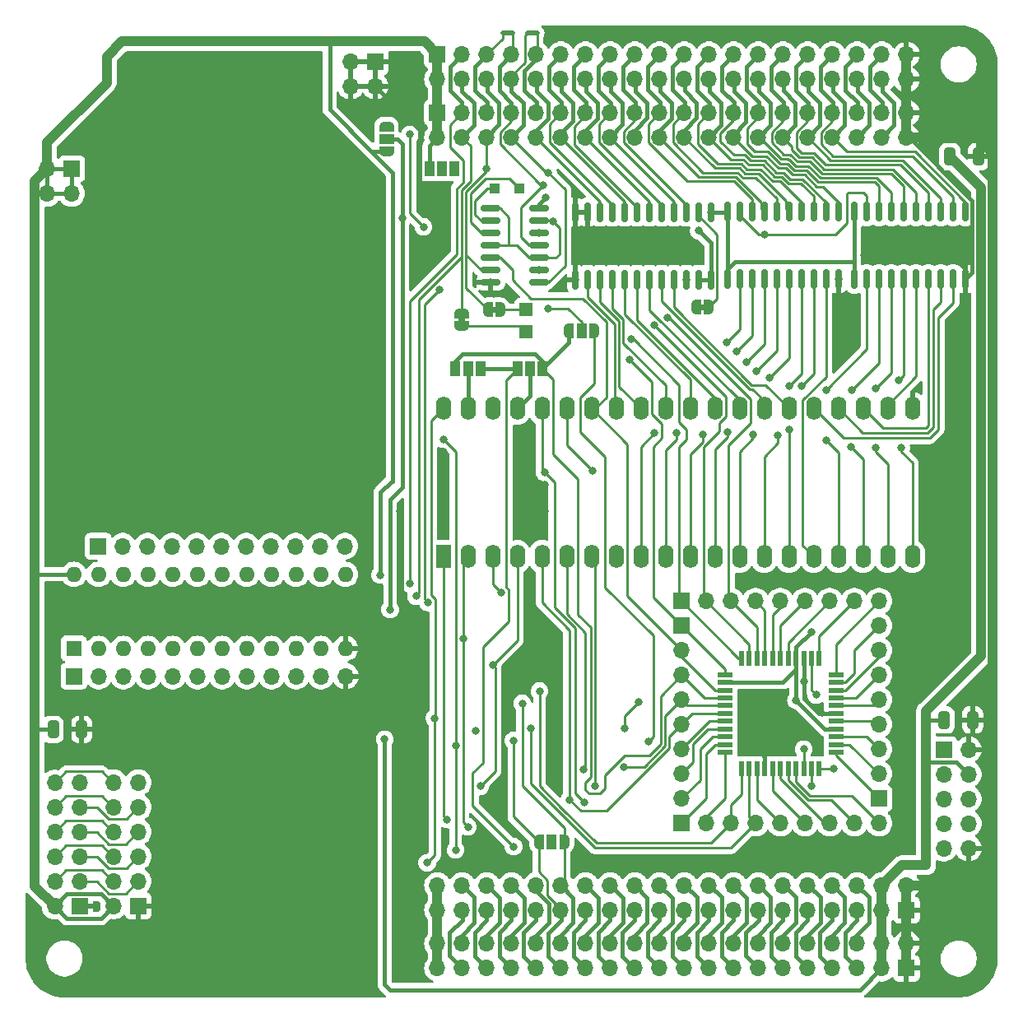
<source format=gbr>
%TF.GenerationSoftware,KiCad,Pcbnew,8.0.5-8.0.5-0~ubuntu22.04.1*%
%TF.CreationDate,2024-10-04T17:06:24+02:00*%
%TF.ProjectId,6502_6800_CPU,36353032-5f36-4383-9030-5f4350552e6b,rev?*%
%TF.SameCoordinates,Original*%
%TF.FileFunction,Copper,L1,Top*%
%TF.FilePolarity,Positive*%
%FSLAX46Y46*%
G04 Gerber Fmt 4.6, Leading zero omitted, Abs format (unit mm)*
G04 Created by KiCad (PCBNEW 8.0.5-8.0.5-0~ubuntu22.04.1) date 2024-10-04 17:06:24*
%MOMM*%
%LPD*%
G01*
G04 APERTURE LIST*
G04 Aperture macros list*
%AMRoundRect*
0 Rectangle with rounded corners*
0 $1 Rounding radius*
0 $2 $3 $4 $5 $6 $7 $8 $9 X,Y pos of 4 corners*
0 Add a 4 corners polygon primitive as box body*
4,1,4,$2,$3,$4,$5,$6,$7,$8,$9,$2,$3,0*
0 Add four circle primitives for the rounded corners*
1,1,$1+$1,$2,$3*
1,1,$1+$1,$4,$5*
1,1,$1+$1,$6,$7*
1,1,$1+$1,$8,$9*
0 Add four rect primitives between the rounded corners*
20,1,$1+$1,$2,$3,$4,$5,0*
20,1,$1+$1,$4,$5,$6,$7,0*
20,1,$1+$1,$6,$7,$8,$9,0*
20,1,$1+$1,$8,$9,$2,$3,0*%
%AMFreePoly0*
4,1,19,0.550000,-0.750000,0.000000,-0.750000,0.000000,-0.744911,-0.071157,-0.744911,-0.207708,-0.704816,-0.327430,-0.627875,-0.420627,-0.520320,-0.479746,-0.390866,-0.500000,-0.250000,-0.500000,0.250000,-0.479746,0.390866,-0.420627,0.520320,-0.327430,0.627875,-0.207708,0.704816,-0.071157,0.744911,0.000000,0.744911,0.000000,0.750000,0.550000,0.750000,0.550000,-0.750000,0.550000,-0.750000,
$1*%
%AMFreePoly1*
4,1,19,0.000000,0.744911,0.071157,0.744911,0.207708,0.704816,0.327430,0.627875,0.420627,0.520320,0.479746,0.390866,0.500000,0.250000,0.500000,-0.250000,0.479746,-0.390866,0.420627,-0.520320,0.327430,-0.627875,0.207708,-0.704816,0.071157,-0.744911,0.000000,-0.744911,0.000000,-0.750000,-0.550000,-0.750000,-0.550000,0.750000,0.000000,0.750000,0.000000,0.744911,0.000000,0.744911,
$1*%
%AMFreePoly2*
4,1,19,0.500000,-0.750000,0.000000,-0.750000,0.000000,-0.744911,-0.071157,-0.744911,-0.207708,-0.704816,-0.327430,-0.627875,-0.420627,-0.520320,-0.479746,-0.390866,-0.500000,-0.250000,-0.500000,0.250000,-0.479746,0.390866,-0.420627,0.520320,-0.327430,0.627875,-0.207708,0.704816,-0.071157,0.744911,0.000000,0.744911,0.000000,0.750000,0.500000,0.750000,0.500000,-0.750000,0.500000,-0.750000,
$1*%
%AMFreePoly3*
4,1,19,0.000000,0.744911,0.071157,0.744911,0.207708,0.704816,0.327430,0.627875,0.420627,0.520320,0.479746,0.390866,0.500000,0.250000,0.500000,-0.250000,0.479746,-0.390866,0.420627,-0.520320,0.327430,-0.627875,0.207708,-0.704816,0.071157,-0.744911,0.000000,-0.744911,0.000000,-0.750000,-0.500000,-0.750000,-0.500000,0.750000,0.000000,0.750000,0.000000,0.744911,0.000000,0.744911,
$1*%
G04 Aperture macros list end*
%TA.AperFunction,EtchedComponent*%
%ADD10C,0.000000*%
%TD*%
%TA.AperFunction,ComponentPad*%
%ADD11R,1.700000X1.700000*%
%TD*%
%TA.AperFunction,ComponentPad*%
%ADD12O,1.700000X1.700000*%
%TD*%
%TA.AperFunction,SMDPad,CuDef*%
%ADD13C,0.500000*%
%TD*%
%TA.AperFunction,SMDPad,CuDef*%
%ADD14RoundRect,0.250000X-0.325000X-0.650000X0.325000X-0.650000X0.325000X0.650000X-0.325000X0.650000X0*%
%TD*%
%TA.AperFunction,SMDPad,CuDef*%
%ADD15R,1.500000X0.550000*%
%TD*%
%TA.AperFunction,SMDPad,CuDef*%
%ADD16R,0.550000X1.500000*%
%TD*%
%TA.AperFunction,SMDPad,CuDef*%
%ADD17RoundRect,0.150000X0.150000X-0.837500X0.150000X0.837500X-0.150000X0.837500X-0.150000X-0.837500X0*%
%TD*%
%TA.AperFunction,SMDPad,CuDef*%
%ADD18RoundRect,0.150000X-0.150000X0.837500X-0.150000X-0.837500X0.150000X-0.837500X0.150000X0.837500X0*%
%TD*%
%TA.AperFunction,SMDPad,CuDef*%
%ADD19R,1.000000X1.500000*%
%TD*%
%TA.AperFunction,SMDPad,CuDef*%
%ADD20FreePoly0,270.000000*%
%TD*%
%TA.AperFunction,SMDPad,CuDef*%
%ADD21R,1.500000X1.000000*%
%TD*%
%TA.AperFunction,SMDPad,CuDef*%
%ADD22FreePoly1,270.000000*%
%TD*%
%TA.AperFunction,SMDPad,CuDef*%
%ADD23FreePoly0,0.000000*%
%TD*%
%TA.AperFunction,SMDPad,CuDef*%
%ADD24FreePoly1,0.000000*%
%TD*%
%TA.AperFunction,SMDPad,CuDef*%
%ADD25FreePoly2,180.000000*%
%TD*%
%TA.AperFunction,SMDPad,CuDef*%
%ADD26FreePoly3,180.000000*%
%TD*%
%TA.AperFunction,ComponentPad*%
%ADD27R,1.000000X1.000000*%
%TD*%
%TA.AperFunction,SMDPad,CuDef*%
%ADD28FreePoly2,0.000000*%
%TD*%
%TA.AperFunction,SMDPad,CuDef*%
%ADD29FreePoly3,0.000000*%
%TD*%
%TA.AperFunction,ComponentPad*%
%ADD30O,1.600000X1.600000*%
%TD*%
%TA.AperFunction,ComponentPad*%
%ADD31R,1.600000X1.600000*%
%TD*%
%TA.AperFunction,SMDPad,CuDef*%
%ADD32FreePoly2,270.000000*%
%TD*%
%TA.AperFunction,SMDPad,CuDef*%
%ADD33FreePoly3,270.000000*%
%TD*%
%TA.AperFunction,ComponentPad*%
%ADD34R,1.350000X1.350000*%
%TD*%
%TA.AperFunction,ComponentPad*%
%ADD35O,1.600000X2.400000*%
%TD*%
%TA.AperFunction,ComponentPad*%
%ADD36R,1.600000X2.400000*%
%TD*%
%TA.AperFunction,SMDPad,CuDef*%
%ADD37RoundRect,0.150000X-0.825000X-0.150000X0.825000X-0.150000X0.825000X0.150000X-0.825000X0.150000X0*%
%TD*%
%TA.AperFunction,ViaPad*%
%ADD38C,0.800000*%
%TD*%
%TA.AperFunction,Conductor*%
%ADD39C,0.400000*%
%TD*%
%TA.AperFunction,Conductor*%
%ADD40C,0.250000*%
%TD*%
%TA.AperFunction,Conductor*%
%ADD41C,1.000000*%
%TD*%
G04 APERTURE END LIST*
D10*
%TA.AperFunction,EtchedComponent*%
%TO.C,NT2*%
G36*
X102616000Y-51050000D02*
G01*
X101616000Y-51050000D01*
X101616000Y-50550000D01*
X102616000Y-50550000D01*
X102616000Y-51050000D01*
G37*
%TD.AperFunction*%
%TA.AperFunction,EtchedComponent*%
%TO.C,NT1*%
G36*
X100076000Y-51050000D02*
G01*
X99076000Y-51050000D01*
X99076000Y-50550000D01*
X100076000Y-50550000D01*
X100076000Y-51050000D01*
G37*
%TD.AperFunction*%
%TA.AperFunction,EtchedComponent*%
%TO.C,JP1*%
G36*
X119899000Y-79294000D02*
G01*
X119399000Y-79294000D01*
X119399000Y-78694000D01*
X119899000Y-78694000D01*
X119899000Y-79294000D01*
G37*
%TD.AperFunction*%
%TA.AperFunction,EtchedComponent*%
%TO.C,JP8*%
G36*
X98436000Y-79548000D02*
G01*
X97936000Y-79548000D01*
X97936000Y-78948000D01*
X98436000Y-78948000D01*
X98436000Y-79548000D01*
G37*
%TD.AperFunction*%
%TA.AperFunction,EtchedComponent*%
%TO.C,JP9*%
G36*
X95169000Y-80514000D02*
G01*
X94569000Y-80514000D01*
X94569000Y-80014000D01*
X95169000Y-80014000D01*
X95169000Y-80514000D01*
G37*
%TD.AperFunction*%
%TD*%
D11*
%TO.P,J7,1,Pin_1*%
%TO.N,GND*%
X55540000Y-140627000D03*
D12*
%TO.P,J7,2,Pin_2*%
%TO.N,+5V*%
X53000000Y-140627000D03*
%TO.P,J7,3,Pin_3*%
%TO.N,/BE*%
X55540000Y-138087000D03*
%TO.P,J7,4,Pin_4*%
%TO.N,/~{SO}*%
X53000000Y-138087000D03*
%TO.P,J7,5,Pin_5*%
%TO.N,/CP39*%
X55540000Y-135547000D03*
%TO.P,J7,6,Pin_6*%
%TO.N,/CP42*%
X53000000Y-135547000D03*
%TO.P,J7,7,Pin_7*%
%TO.N,/CP41*%
X55540000Y-133007000D03*
%TO.P,J7,8,Pin_8*%
%TO.N,/~{VP}*%
X53000000Y-133007000D03*
%TO.P,J7,9,Pin_9*%
%TO.N,/~{NMI}*%
X55540000Y-130467000D03*
%TO.P,J7,10,Pin_10*%
%TO.N,/~{IRQ}*%
X53000000Y-130467000D03*
%TO.P,J7,11,Pin_11*%
%TO.N,unconnected-(J7-Pin_11-Pad11)*%
X55540000Y-127927000D03*
%TO.P,J7,12,Pin_12*%
%TO.N,/CP44*%
X53000000Y-127927000D03*
%TD*%
D11*
%TO.P,J6,1,Pin_1*%
%TO.N,GND*%
X61595000Y-140589000D03*
D12*
%TO.P,J6,2,Pin_2*%
%TO.N,+5V*%
X59055000Y-140589000D03*
%TO.P,J6,3,Pin_3*%
%TO.N,/BE*%
X61595000Y-138049000D03*
%TO.P,J6,4,Pin_4*%
%TO.N,/~{SO}*%
X59055000Y-138049000D03*
%TO.P,J6,5,Pin_5*%
%TO.N,/CP39*%
X61595000Y-135509000D03*
%TO.P,J6,6,Pin_6*%
%TO.N,/CP42*%
X59055000Y-135509000D03*
%TO.P,J6,7,Pin_7*%
%TO.N,/CP41*%
X61595000Y-132969000D03*
%TO.P,J6,8,Pin_8*%
%TO.N,/~{VP}*%
X59055000Y-132969000D03*
%TO.P,J6,9,Pin_9*%
%TO.N,/~{NMI}*%
X61595000Y-130429000D03*
%TO.P,J6,10,Pin_10*%
%TO.N,/~{IRQ}*%
X59055000Y-130429000D03*
%TO.P,J6,11,Pin_11*%
%TO.N,unconnected-(J6-Pin_11-Pad11)*%
X61595000Y-127889000D03*
%TO.P,J6,12,Pin_12*%
%TO.N,/CP44*%
X59055000Y-127889000D03*
%TD*%
D13*
%TO.P,NT2,1,1*%
%TO.N,/~{IOWR}*%
X102616000Y-50800000D03*
%TO.P,NT2,2,2*%
%TO.N,/~{MWR}*%
X101616000Y-50800000D03*
%TD*%
%TO.P,NT1,1,1*%
%TO.N,/~{IORD}*%
X99076000Y-50800000D03*
%TO.P,NT1,2,2*%
%TO.N,/~{MRD}*%
X100076000Y-50800000D03*
%TD*%
D14*
%TO.P,C8,1*%
%TO.N,+3V3*%
X144471600Y-121462800D03*
%TO.P,C8,2*%
%TO.N,GND*%
X147421600Y-121462800D03*
%TD*%
D11*
%TO.P,J22,1,Pin_1*%
%TO.N,/TCK*%
X144460000Y-124500000D03*
D12*
%TO.P,J22,2,Pin_2*%
%TO.N,GND*%
X147000000Y-124500000D03*
%TO.P,J22,3,Pin_3*%
%TO.N,/TDO*%
X144460000Y-127040000D03*
%TO.P,J22,4,Pin_4*%
%TO.N,+3V3*%
X147000000Y-127040000D03*
%TO.P,J22,5,Pin_5*%
%TO.N,/TMS*%
X144460000Y-129580000D03*
%TO.P,J22,6,Pin_6*%
%TO.N,unconnected-(J22-Pin_6-Pad6)*%
X147000000Y-129580000D03*
%TO.P,J22,7,Pin_7*%
%TO.N,unconnected-(J22-Pin_7-Pad7)*%
X144460000Y-132120000D03*
%TO.P,J22,8,Pin_8*%
%TO.N,unconnected-(J22-Pin_8-Pad8)*%
X147000000Y-132120000D03*
%TO.P,J22,9,Pin_9*%
%TO.N,/TDI*%
X144460000Y-134660000D03*
%TO.P,J22,10,Pin_10*%
%TO.N,GND*%
X147000000Y-134660000D03*
%TD*%
D15*
%TO.P,U9,44,I/O/GCK2*%
%TO.N,/CP44*%
X121950000Y-124790000D03*
%TO.P,U9,43,I/O/GCK1*%
%TO.N,/CP43*%
X121950000Y-123990000D03*
%TO.P,U9,42,M8*%
%TO.N,/CP42*%
X121950000Y-123190000D03*
%TO.P,U9,41,M6*%
%TO.N,/CP41*%
X121950000Y-122390000D03*
%TO.P,U9,40,M5*%
%TO.N,/CP40*%
X121950000Y-121590000D03*
%TO.P,U9,39,M1*%
%TO.N,/CP39*%
X121950000Y-120790000D03*
%TO.P,U9,38,M17*%
%TO.N,/CP38*%
X121950000Y-119990000D03*
%TO.P,U9,37,M15*%
%TO.N,/CP37*%
X121950000Y-119190000D03*
%TO.P,U9,36,I/O/GTS1*%
%TO.N,/CP36*%
X121950000Y-118390000D03*
%TO.P,U9,35,VCC*%
%TO.N,+3V3*%
X121950000Y-117590000D03*
%TO.P,U9,34,I/O/GTS2*%
%TO.N,/CP34*%
X121950000Y-116790000D03*
D16*
%TO.P,U9,33,I/O/GSR*%
%TO.N,/CP33*%
X123650000Y-115090000D03*
%TO.P,U9,32,M8*%
%TO.N,/CP32*%
X124450000Y-115090000D03*
%TO.P,U9,31,M6*%
%TO.N,/CP31*%
X125250000Y-115090000D03*
%TO.P,U9,30,M5*%
%TO.N,/CP30*%
X126050000Y-115090000D03*
%TO.P,U9,29,M2*%
%TO.N,/CP29*%
X126850000Y-115090000D03*
%TO.P,U9,28,M17*%
%TO.N,/CP28*%
X127650000Y-115090000D03*
%TO.P,U9,27,M15*%
%TO.N,/CP27*%
X128450000Y-115090000D03*
%TO.P,U9,26,VCCIO*%
%TO.N,+3V3*%
X129250000Y-115090000D03*
%TO.P,U9,25,GND*%
%TO.N,GND*%
X130050000Y-115090000D03*
%TO.P,U9,24,TDO*%
%TO.N,/TDO*%
X130850000Y-115090000D03*
%TO.P,U9,23,M14*%
%TO.N,/CP23*%
X131650000Y-115090000D03*
D15*
%TO.P,U9,22,M11*%
%TO.N,/CP22*%
X133350000Y-116790000D03*
%TO.P,U9,21,M8*%
%TO.N,/CP21*%
X133350000Y-117590000D03*
%TO.P,U9,20,M5*%
%TO.N,/CP20*%
X133350000Y-118390000D03*
%TO.P,U9,19,M2*%
%TO.N,/CP19*%
X133350000Y-119190000D03*
%TO.P,U9,18,M16*%
%TO.N,/CP18*%
X133350000Y-119990000D03*
%TO.P,U9,17,GND*%
%TO.N,GND*%
X133350000Y-120790000D03*
%TO.P,U9,16,M17*%
%TO.N,/CP16*%
X133350000Y-121590000D03*
%TO.P,U9,15,VCC*%
%TO.N,+3V3*%
X133350000Y-122390000D03*
%TO.P,U9,14,M15*%
%TO.N,/CP14*%
X133350000Y-123190000D03*
%TO.P,U9,13,M14*%
%TO.N,/CP13*%
X133350000Y-123990000D03*
%TO.P,U9,12,M11*%
%TO.N,/CP12*%
X133350000Y-124790000D03*
D16*
%TO.P,U9,11,TCK*%
%TO.N,/TCK*%
X131650000Y-126490000D03*
%TO.P,U9,10,TMS*%
%TO.N,/TMS*%
X130850000Y-126490000D03*
%TO.P,U9,9,TDI*%
%TO.N,/TDI*%
X130050000Y-126490000D03*
%TO.P,U9,8,M9*%
%TO.N,/CP8*%
X129250000Y-126490000D03*
%TO.P,U9,7,M8*%
%TO.N,/CP7*%
X128450000Y-126490000D03*
%TO.P,U9,6,M5*%
%TO.N,/CP6*%
X127650000Y-126490000D03*
%TO.P,U9,5,M2*%
%TO.N,/CP5*%
X126850000Y-126490000D03*
%TO.P,U9,4,GND*%
%TO.N,GND*%
X126050000Y-126490000D03*
%TO.P,U9,3,M17*%
%TO.N,/CLKF*%
X125250000Y-126490000D03*
%TO.P,U9,2,M15*%
%TO.N,/CP2*%
X124450000Y-126490000D03*
%TO.P,U9,1,I/O/GCK3*%
%TO.N,/CP1*%
X123650000Y-126490000D03*
%TD*%
D17*
%TO.P,U4,1,A->B*%
%TO.N,/Buffers/VBuffer*%
X135255000Y-76106500D03*
%TO.P,U4,2,A0*%
%TO.N,/CA8*%
X136525000Y-76106500D03*
%TO.P,U4,3,A1*%
%TO.N,/CA9*%
X137795000Y-76106500D03*
%TO.P,U4,4,A2*%
%TO.N,/CA10*%
X139065000Y-76106500D03*
%TO.P,U4,5,A3*%
%TO.N,/CA11*%
X140335000Y-76106500D03*
%TO.P,U4,6,A4*%
%TO.N,/CA12*%
X141605000Y-76106500D03*
%TO.P,U4,7,A5*%
%TO.N,/CA13*%
X142875000Y-76106500D03*
%TO.P,U4,8,A6*%
%TO.N,/CA14*%
X144145000Y-76106500D03*
%TO.P,U4,9,A7*%
%TO.N,/CA15*%
X145415000Y-76106500D03*
%TO.P,U4,10,GND*%
%TO.N,GND*%
X146685000Y-76106500D03*
%TO.P,U4,11,B7*%
%TO.N,/A15*%
X146685000Y-69181500D03*
%TO.P,U4,12,B6*%
%TO.N,/A14*%
X145415000Y-69181500D03*
%TO.P,U4,13,B5*%
%TO.N,/A13*%
X144145000Y-69181500D03*
%TO.P,U4,14,B4*%
%TO.N,/A12*%
X142875000Y-69181500D03*
%TO.P,U4,15,B3*%
%TO.N,/A11*%
X141605000Y-69181500D03*
%TO.P,U4,16,B2*%
%TO.N,/A10*%
X140335000Y-69181500D03*
%TO.P,U4,17,B1*%
%TO.N,/A9*%
X139065000Y-69181500D03*
%TO.P,U4,18,B0*%
%TO.N,/A8*%
X137795000Y-69181500D03*
%TO.P,U4,19,CE*%
%TO.N,/CP32*%
X136525000Y-69181500D03*
%TO.P,U4,20,VCC*%
%TO.N,/Buffers/VBuffer*%
X135255000Y-69181500D03*
%TD*%
%TO.P,U3,1,A->B*%
%TO.N,/Buffers/VBuffer*%
X122174000Y-76106500D03*
%TO.P,U3,2,A0*%
%TO.N,/CA0*%
X123444000Y-76106500D03*
%TO.P,U3,3,A1*%
%TO.N,/CA1*%
X124714000Y-76106500D03*
%TO.P,U3,4,A2*%
%TO.N,/CA2*%
X125984000Y-76106500D03*
%TO.P,U3,5,A3*%
%TO.N,/CA3*%
X127254000Y-76106500D03*
%TO.P,U3,6,A4*%
%TO.N,/CA4*%
X128524000Y-76106500D03*
%TO.P,U3,7,A5*%
%TO.N,/CA5*%
X129794000Y-76106500D03*
%TO.P,U3,8,A6*%
%TO.N,/CA6*%
X131064000Y-76106500D03*
%TO.P,U3,9,A7*%
%TO.N,/CA7*%
X132334000Y-76106500D03*
%TO.P,U3,10,GND*%
%TO.N,GND*%
X133604000Y-76106500D03*
%TO.P,U3,11,B7*%
%TO.N,/A7*%
X133604000Y-69181500D03*
%TO.P,U3,12,B6*%
%TO.N,/A6*%
X132334000Y-69181500D03*
%TO.P,U3,13,B5*%
%TO.N,/A5*%
X131064000Y-69181500D03*
%TO.P,U3,14,B4*%
%TO.N,/A4*%
X129794000Y-69181500D03*
%TO.P,U3,15,B3*%
%TO.N,/A3*%
X128524000Y-69181500D03*
%TO.P,U3,16,B2*%
%TO.N,/A2*%
X127254000Y-69181500D03*
%TO.P,U3,17,B1*%
%TO.N,/A1*%
X125984000Y-69181500D03*
%TO.P,U3,18,B0*%
%TO.N,/A0*%
X124714000Y-69181500D03*
%TO.P,U3,19,CE*%
%TO.N,/CP32*%
X123444000Y-69181500D03*
%TO.P,U3,20,VCC*%
%TO.N,/Buffers/VBuffer*%
X122174000Y-69181500D03*
%TD*%
D18*
%TO.P,U2,1,VCCA*%
%TO.N,/Buffers/VBuffer*%
X120523000Y-69215000D03*
%TO.P,U2,2,A->B*%
%TO.N,/DDIR*%
X119253000Y-69215000D03*
%TO.P,U2,3,A0*%
%TO.N,/DB7*%
X117983000Y-69215000D03*
%TO.P,U2,4,A1*%
%TO.N,/DB6*%
X116713000Y-69215000D03*
%TO.P,U2,5,A2*%
%TO.N,/DB5*%
X115443000Y-69215000D03*
%TO.P,U2,6,A3*%
%TO.N,/DB4*%
X114173000Y-69215000D03*
%TO.P,U2,7,A4*%
%TO.N,/DB3*%
X112903000Y-69215000D03*
%TO.P,U2,8,A5*%
%TO.N,/DB2*%
X111633000Y-69215000D03*
%TO.P,U2,9,A6*%
%TO.N,/DB1*%
X110363000Y-69215000D03*
%TO.P,U2,10,A7*%
%TO.N,/DB0*%
X109093000Y-69215000D03*
%TO.P,U2,11,GND*%
%TO.N,GND*%
X107823000Y-69215000D03*
%TO.P,U2,12,GND*%
X106553000Y-69215000D03*
%TO.P,U2,13,GND*%
X106553000Y-76140000D03*
%TO.P,U2,14,B7*%
%TO.N,/CD0*%
X107823000Y-76140000D03*
%TO.P,U2,15,B6*%
%TO.N,/CD1*%
X109093000Y-76140000D03*
%TO.P,U2,16,B5*%
%TO.N,/CD2*%
X110363000Y-76140000D03*
%TO.P,U2,17,B4*%
%TO.N,/CD3*%
X111633000Y-76140000D03*
%TO.P,U2,18,B3*%
%TO.N,/CD4*%
X112903000Y-76140000D03*
%TO.P,U2,19,B2*%
%TO.N,/CD5*%
X114173000Y-76140000D03*
%TO.P,U2,20,B1*%
%TO.N,/CD6*%
X115443000Y-76140000D03*
%TO.P,U2,21,B0*%
%TO.N,/CD7*%
X116713000Y-76140000D03*
%TO.P,U2,22,CE*%
%TO.N,/CP31*%
X117983000Y-76140000D03*
%TO.P,U2,23,VCCB*%
%TO.N,Net-(JP4-C)*%
X119253000Y-76140000D03*
%TO.P,U2,24,VCCB*%
X120523000Y-76140000D03*
%TD*%
D19*
%TO.P,JP10,1,A*%
%TO.N,/CP37*%
X94204000Y-85344000D03*
%TO.P,JP10,2,C*%
%TO.N,Net-(JP10-C)*%
X95504000Y-85344000D03*
%TO.P,JP10,3,B*%
%TO.N,/CPUCLK*%
X96804000Y-85344000D03*
%TD*%
%TO.P,JP7,1,A*%
%TO.N,/CPUCLK*%
X100584000Y-85344000D03*
%TO.P,JP7,2,C*%
%TO.N,Net-(JP7-C)*%
X101884000Y-85344000D03*
%TO.P,JP7,3,B*%
%TO.N,/CP37*%
X103184000Y-85344000D03*
%TD*%
D20*
%TO.P,JP5,1,A*%
%TO.N,+3V3*%
X87122000Y-60392000D03*
D21*
%TO.P,JP5,2,C*%
%TO.N,/Buffers/VBuffer*%
X87122000Y-61692000D03*
D22*
%TO.P,JP5,3,B*%
%TO.N,+5V*%
X87122000Y-62992000D03*
%TD*%
D19*
%TO.P,JP4,1,A*%
%TO.N,+5V*%
X91537000Y-64770000D03*
%TO.P,JP4,2,C*%
%TO.N,Net-(JP4-C)*%
X92837000Y-64770000D03*
%TO.P,JP4,3,B*%
%TO.N,/Buffers/VBuffer*%
X94137000Y-64770000D03*
%TD*%
D23*
%TO.P,JP3,1,A*%
%TO.N,/~{PH0}*%
X102810000Y-133985000D03*
D19*
%TO.P,JP3,2,C*%
%TO.N,/CPUCLK*%
X104110000Y-133985000D03*
D24*
%TO.P,JP3,3,B*%
%TO.N,/PH0*%
X105410000Y-133985000D03*
%TD*%
D23*
%TO.P,JP2,1,A*%
%TO.N,/CP37*%
X105888000Y-81407000D03*
D19*
%TO.P,JP2,2,C*%
%TO.N,/Buffers/PHI2*%
X107188000Y-81407000D03*
D24*
%TO.P,JP2,3,B*%
%TO.N,/CP40*%
X108488000Y-81407000D03*
%TD*%
D25*
%TO.P,JP1,1,A*%
%TO.N,/DDIR*%
X120299000Y-78994000D03*
D26*
%TO.P,JP1,2,B*%
%TO.N,/CP36*%
X118999000Y-78994000D03*
%TD*%
D11*
%TO.P,J21,1,Pin_1*%
%TO.N,/CP43*%
X117475000Y-132080000D03*
D12*
%TO.P,J21,2,Pin_2*%
%TO.N,/CP44*%
X120015000Y-132080000D03*
%TO.P,J21,3,Pin_3*%
%TO.N,/CP1*%
X122555000Y-132080000D03*
%TO.P,J21,4,Pin_4*%
%TO.N,/CP2*%
X125095000Y-132080000D03*
%TO.P,J21,5,Pin_5*%
%TO.N,/CLKF*%
X127635000Y-132080000D03*
%TO.P,J21,6,Pin_6*%
%TO.N,/CP5*%
X130175000Y-132080000D03*
%TO.P,J21,7,Pin_7*%
%TO.N,/CP6*%
X132715000Y-132080000D03*
%TO.P,J21,8,Pin_8*%
%TO.N,/CP7*%
X135255000Y-132080000D03*
%TO.P,J21,9,Pin_9*%
%TO.N,/CP8*%
X137795000Y-132080000D03*
%TD*%
D11*
%TO.P,J20,1,Pin_1*%
%TO.N,/CP34*%
X117475000Y-111760000D03*
D12*
%TO.P,J20,2,Pin_2*%
%TO.N,/CP36*%
X117475000Y-114300000D03*
%TO.P,J20,3,Pin_3*%
%TO.N,/CP37*%
X117475000Y-116840000D03*
%TO.P,J20,4,Pin_4*%
%TO.N,/CP38*%
X117475000Y-119380000D03*
%TO.P,J20,5,Pin_5*%
%TO.N,/CP39*%
X117475000Y-121920000D03*
%TO.P,J20,6,Pin_6*%
%TO.N,/CP40*%
X117475000Y-124460000D03*
%TO.P,J20,7,Pin_7*%
%TO.N,/CP41*%
X117475000Y-127000000D03*
%TO.P,J20,8,Pin_8*%
%TO.N,/CP42*%
X117475000Y-129540000D03*
%TD*%
D11*
%TO.P,J19,1,Pin_1*%
%TO.N,/CP12*%
X137795000Y-129540000D03*
D12*
%TO.P,J19,2,Pin_2*%
%TO.N,/CP13*%
X137795000Y-127000000D03*
%TO.P,J19,3,Pin_3*%
%TO.N,/CP14*%
X137795000Y-124460000D03*
%TO.P,J19,4,Pin_4*%
%TO.N,/CP16*%
X137795000Y-121920000D03*
%TO.P,J19,5,Pin_5*%
%TO.N,/CP18*%
X137795000Y-119380000D03*
%TO.P,J19,6,Pin_6*%
%TO.N,/CP19*%
X137795000Y-116840000D03*
%TO.P,J19,7,Pin_7*%
%TO.N,/CP20*%
X137795000Y-114300000D03*
%TO.P,J19,8,Pin_8*%
%TO.N,/CP21*%
X137795000Y-111760000D03*
%TD*%
D11*
%TO.P,J18,1,Pin_1*%
%TO.N,/CP33*%
X117475000Y-109220000D03*
D12*
%TO.P,J18,2,Pin_2*%
%TO.N,/CP32*%
X120015000Y-109220000D03*
%TO.P,J18,3,Pin_3*%
%TO.N,/CP31*%
X122555000Y-109220000D03*
%TO.P,J18,4,Pin_4*%
%TO.N,/CP30*%
X125095000Y-109220000D03*
%TO.P,J18,5,Pin_5*%
%TO.N,/CP29*%
X127635000Y-109220000D03*
%TO.P,J18,6,Pin_6*%
%TO.N,/CP28*%
X130175000Y-109220000D03*
%TO.P,J18,7,Pin_7*%
%TO.N,/CP27*%
X132715000Y-109220000D03*
%TO.P,J18,8,Pin_8*%
%TO.N,/CP23*%
X135255000Y-109220000D03*
%TO.P,J18,9,Pin_9*%
%TO.N,/CP22*%
X137795000Y-109220000D03*
%TD*%
D27*
%TO.P,J12,1,Pin_1*%
%TO.N,Net-(J12-Pin_1)*%
X100752001Y-66802000D03*
%TD*%
%TO.P,J11,1,Pin_1*%
%TO.N,Net-(J11-Pin_1)*%
X98212001Y-66802000D03*
%TD*%
D11*
%TO.P,J30,1,Pin_1*%
%TO.N,+5V*%
X54750000Y-64760000D03*
D12*
%TO.P,J30,2,Pin_2*%
X52210000Y-64760000D03*
%TO.P,J30,3,Pin_3*%
X54750000Y-67300000D03*
%TO.P,J30,4,Pin_4*%
X52210000Y-67300000D03*
%TD*%
D11*
%TO.P,J36,1,Pin_1*%
%TO.N,Net-(J35-Pin_23)*%
X57461000Y-103571000D03*
D12*
%TO.P,J36,2,Pin_2*%
%TO.N,Net-(J35-Pin_22)*%
X60001000Y-103571000D03*
%TO.P,J36,3,Pin_3*%
%TO.N,Net-(J35-Pin_21)*%
X62541000Y-103571000D03*
%TO.P,J36,4,Pin_4*%
%TO.N,Net-(J35-Pin_20)*%
X65081000Y-103571000D03*
%TO.P,J36,5,Pin_5*%
%TO.N,Net-(J35-Pin_19)*%
X67621000Y-103571000D03*
%TO.P,J36,6,Pin_6*%
%TO.N,Net-(J35-Pin_18)*%
X70161000Y-103571000D03*
%TO.P,J36,7,Pin_7*%
%TO.N,Net-(J35-Pin_17)*%
X72701000Y-103571000D03*
%TO.P,J36,8,Pin_8*%
%TO.N,Net-(J35-Pin_16)*%
X75241000Y-103571000D03*
%TO.P,J36,9,Pin_9*%
%TO.N,Net-(J35-Pin_15)*%
X77781000Y-103571000D03*
%TO.P,J36,10,Pin_10*%
%TO.N,Net-(J35-Pin_14)*%
X80321000Y-103571000D03*
%TO.P,J36,11,Pin_11*%
%TO.N,Net-(J35-Pin_13)*%
X82861000Y-103571000D03*
%TD*%
%TO.P,J1,40,Pin_40*%
%TO.N,GND*%
X140627000Y-55540000D03*
%TO.P,J1,39,Pin_39*%
X140627000Y-53000000D03*
%TO.P,J1,38,Pin_38*%
%TO.N,/A19*%
X138087000Y-55540000D03*
%TO.P,J1,37,Pin_37*%
%TO.N,/A18*%
X138087000Y-53000000D03*
%TO.P,J1,36,Pin_36*%
%TO.N,/A17*%
X135547000Y-55540000D03*
%TO.P,J1,35,Pin_35*%
%TO.N,/A16*%
X135547000Y-53000000D03*
%TO.P,J1,34,Pin_34*%
%TO.N,/A15*%
X133007000Y-55540000D03*
%TO.P,J1,33,Pin_33*%
%TO.N,/A14*%
X133007000Y-53000000D03*
%TO.P,J1,32,Pin_32*%
%TO.N,/A13*%
X130467000Y-55540000D03*
%TO.P,J1,31,Pin_31*%
%TO.N,/A12*%
X130467000Y-53000000D03*
%TO.P,J1,30,Pin_30*%
%TO.N,/A11*%
X127927000Y-55540000D03*
%TO.P,J1,29,Pin_29*%
%TO.N,/A10*%
X127927000Y-53000000D03*
%TO.P,J1,28,Pin_28*%
%TO.N,/A9*%
X125387000Y-55540000D03*
%TO.P,J1,27,Pin_27*%
%TO.N,/A8*%
X125387000Y-53000000D03*
%TO.P,J1,26,Pin_26*%
%TO.N,/A7*%
X122847000Y-55540000D03*
%TO.P,J1,25,Pin_25*%
%TO.N,/A6*%
X122847000Y-53000000D03*
%TO.P,J1,24,Pin_24*%
%TO.N,/A5*%
X120307000Y-55540000D03*
%TO.P,J1,23,Pin_23*%
%TO.N,/A4*%
X120307000Y-53000000D03*
%TO.P,J1,22,Pin_22*%
%TO.N,/A3*%
X117767000Y-55540000D03*
%TO.P,J1,21,Pin_21*%
%TO.N,/A2*%
X117767000Y-53000000D03*
%TO.P,J1,20,Pin_20*%
%TO.N,/A1*%
X115227000Y-55540000D03*
%TO.P,J1,19,Pin_19*%
%TO.N,/A0*%
X115227000Y-53000000D03*
%TO.P,J1,18,Pin_18*%
%TO.N,/CP44*%
X112687000Y-55540000D03*
%TO.P,J1,17,Pin_17*%
%TO.N,/DB7*%
X112687000Y-53000000D03*
%TO.P,J1,16,Pin_16*%
%TO.N,/DB6*%
X110147000Y-55540000D03*
%TO.P,J1,15,Pin_15*%
%TO.N,/DB5*%
X110147000Y-53000000D03*
%TO.P,J1,14,Pin_14*%
%TO.N,/DB4*%
X107607000Y-55540000D03*
%TO.P,J1,13,Pin_13*%
%TO.N,/DB3*%
X107607000Y-53000000D03*
%TO.P,J1,12,Pin_12*%
%TO.N,/DB2*%
X105067000Y-55540000D03*
%TO.P,J1,11,Pin_11*%
%TO.N,/DB1*%
X105067000Y-53000000D03*
%TO.P,J1,10,Pin_10*%
%TO.N,/DB0*%
X102527000Y-55540000D03*
%TO.P,J1,9,Pin_9*%
%TO.N,/~{IOWR}*%
X102527000Y-53000000D03*
%TO.P,J1,8,Pin_8*%
%TO.N,/~{MWR}*%
X99987000Y-55540000D03*
%TO.P,J1,7,Pin_7*%
%TO.N,/~{MRD}*%
X99987000Y-53000000D03*
%TO.P,J1,6,Pin_6*%
%TO.N,/R{slash}~{W}_e*%
X97447000Y-55540000D03*
%TO.P,J1,5,Pin_5*%
%TO.N,/~{IORD}*%
X97447000Y-53000000D03*
%TO.P,J1,4,Pin_4*%
%TO.N,/PHI2_e*%
X94907000Y-55540000D03*
%TO.P,J1,3,Pin_3*%
%TO.N,/PHI1_e*%
X94907000Y-53000000D03*
%TO.P,J1,2,Pin_2*%
%TO.N,+5V*%
X92367000Y-55540000D03*
D11*
%TO.P,J1,1,Pin_1*%
X92367000Y-53000000D03*
%TD*%
D14*
%TO.P,C3,1*%
%TO.N,+3V3*%
X145083000Y-63500000D03*
%TO.P,C3,2*%
%TO.N,GND*%
X148033000Y-63500000D03*
%TD*%
D28*
%TO.P,JP8,1,A*%
%TO.N,/R{slash}~{W}_e*%
X97536000Y-79248000D03*
D29*
%TO.P,JP8,2,B*%
%TO.N,/RW*%
X98836000Y-79248000D03*
%TD*%
D11*
%TO.P,J4,1,Pin_1*%
%TO.N,GND*%
X140627000Y-141000000D03*
D12*
%TO.P,J4,2,Pin_2*%
X140627000Y-138460000D03*
%TO.P,J4,3,Pin_3*%
%TO.N,+3V3*%
X138087000Y-141000000D03*
%TO.P,J4,4,Pin_4*%
X138087000Y-138460000D03*
%TO.P,J4,5,Pin_5*%
%TO.N,/Bus/~{CE_EXT1}*%
X135547000Y-141000000D03*
%TO.P,J4,6,Pin_6*%
%TO.N,/Bus/~{CE_EXT0}*%
X135547000Y-138460000D03*
%TO.P,J4,7,Pin_7*%
%TO.N,/Bus/~{CE_EXT3}*%
X133007000Y-141000000D03*
%TO.P,J4,8,Pin_8*%
%TO.N,/Bus/~{CE_EXT2}*%
X133007000Y-138460000D03*
%TO.P,J4,9,Pin_9*%
%TO.N,/Bus/~{CE_EXT5}*%
X130467000Y-141000000D03*
%TO.P,J4,10,Pin_10*%
%TO.N,/Bus/~{CE_EXT4}*%
X130467000Y-138460000D03*
%TO.P,J4,11,Pin_11*%
%TO.N,/Bus/~{CE_EXT7}*%
X127927000Y-141000000D03*
%TO.P,J4,12,Pin_12*%
%TO.N,/Bus/~{CE_EXT6}*%
X127927000Y-138460000D03*
%TO.P,J4,13,Pin_13*%
%TO.N,/Bus/~{CE_EXT9}*%
X125387000Y-141000000D03*
%TO.P,J4,14,Pin_14*%
%TO.N,/Bus/~{CE_EXT8}*%
X125387000Y-138460000D03*
%TO.P,J4,15,Pin_15*%
%TO.N,/Bus/~{CE_EXT11}*%
X122847000Y-141000000D03*
%TO.P,J4,16,Pin_16*%
%TO.N,/Bus/~{CE_EXT10}*%
X122847000Y-138460000D03*
%TO.P,J4,17,Pin_17*%
%TO.N,/Bus/~{CE_EXT13}*%
X120307000Y-141000000D03*
%TO.P,J4,18,Pin_18*%
%TO.N,/Bus/~{CE_EXT12}*%
X120307000Y-138460000D03*
%TO.P,J4,19,Pin_19*%
%TO.N,/RES4*%
X117767000Y-141000000D03*
%TO.P,J4,20,Pin_20*%
%TO.N,/RES5*%
X117767000Y-138460000D03*
%TO.P,J4,21,Pin_21*%
%TO.N,/RES2*%
X115227000Y-141000000D03*
%TO.P,J4,22,Pin_22*%
%TO.N,/RES3*%
X115227000Y-138460000D03*
%TO.P,J4,23,Pin_23*%
%TO.N,/RES0*%
X112687000Y-141000000D03*
%TO.P,J4,24,Pin_24*%
%TO.N,/RES1*%
X112687000Y-138460000D03*
%TO.P,J4,25,Pin_25*%
%TO.N,/CLK1*%
X110147000Y-141000000D03*
%TO.P,J4,26,Pin_26*%
%TO.N,/CP43*%
X110147000Y-138460000D03*
%TO.P,J4,27,Pin_27*%
%TO.N,/CLKF*%
X107607000Y-141000000D03*
%TO.P,J4,28,Pin_28*%
%TO.N,/CLKS*%
X107607000Y-138460000D03*
%TO.P,J4,29,Pin_29*%
%TO.N,/~{PH0}*%
X105067000Y-141000000D03*
%TO.P,J4,30,Pin_30*%
%TO.N,/PH0*%
X105067000Y-138460000D03*
%TO.P,J4,31,Pin_31*%
%TO.N,/SDA*%
X102527000Y-141000000D03*
%TO.P,J4,32,Pin_32*%
%TO.N,/SCL*%
X102527000Y-138460000D03*
%TO.P,J4,33,Pin_33*%
%TO.N,/TX1*%
X99987000Y-141000000D03*
%TO.P,J4,34,Pin_34*%
%TO.N,/RX1*%
X99987000Y-138460000D03*
%TO.P,J4,35,Pin_35*%
%TO.N,/TX0*%
X97447000Y-141000000D03*
%TO.P,J4,36,Pin_36*%
%TO.N,/RX0*%
X97447000Y-138460000D03*
%TO.P,J4,37,Pin_37*%
%TO.N,/TXSTM*%
X94907000Y-141000000D03*
%TO.P,J4,38,Pin_38*%
%TO.N,/RXSTM*%
X94907000Y-138460000D03*
%TO.P,J4,39,Pin_39*%
%TO.N,+5VA*%
X92367000Y-141000000D03*
%TO.P,J4,40,Pin_40*%
X92367000Y-138460000D03*
%TD*%
D11*
%TO.P,J31,1,Pin_1*%
%TO.N,GND*%
X85979000Y-53721000D03*
D12*
%TO.P,J31,2,Pin_2*%
X83439000Y-53721000D03*
%TO.P,J31,3,Pin_3*%
X85979000Y-56261000D03*
%TO.P,J31,4,Pin_4*%
X83439000Y-56261000D03*
%TD*%
D11*
%TO.P,J29,1,Pin_1*%
%TO.N,Net-(J29-Pin_1)*%
X54971000Y-116946000D03*
D12*
%TO.P,J29,2,Pin_2*%
%TO.N,Net-(J29-Pin_2)*%
X57511000Y-116946000D03*
%TO.P,J29,3,Pin_3*%
%TO.N,Net-(J29-Pin_3)*%
X60051000Y-116946000D03*
%TO.P,J29,4,Pin_4*%
%TO.N,Net-(J29-Pin_4)*%
X62591000Y-116946000D03*
%TO.P,J29,5,Pin_5*%
%TO.N,Net-(J29-Pin_5)*%
X65131000Y-116946000D03*
%TO.P,J29,6,Pin_6*%
%TO.N,Net-(J29-Pin_6)*%
X67671000Y-116946000D03*
%TO.P,J29,7,Pin_7*%
%TO.N,Net-(J29-Pin_7)*%
X70211000Y-116946000D03*
%TO.P,J29,8,Pin_8*%
%TO.N,Net-(J29-Pin_8)*%
X72751000Y-116946000D03*
%TO.P,J29,9,Pin_9*%
%TO.N,Net-(J29-Pin_9)*%
X75291000Y-116946000D03*
%TO.P,J29,10,Pin_10*%
%TO.N,Net-(J29-Pin_10)*%
X77831000Y-116946000D03*
%TO.P,J29,11,Pin_11*%
%TO.N,Net-(J29-Pin_11)*%
X80371000Y-116946000D03*
%TO.P,J29,12,Pin_12*%
%TO.N,GND*%
X82911000Y-116946000D03*
%TD*%
D11*
%TO.P,J2,1,Pin_1*%
%TO.N,GND*%
X140627000Y-147000000D03*
D12*
%TO.P,J2,2,Pin_2*%
X140627000Y-144460000D03*
%TO.P,J2,3,Pin_3*%
%TO.N,+3V3*%
X138087000Y-147000000D03*
%TO.P,J2,4,Pin_4*%
X138087000Y-144460000D03*
%TO.P,J2,5,Pin_5*%
%TO.N,/Bus/~{CE_EXT1}*%
X135547000Y-147000000D03*
%TO.P,J2,6,Pin_6*%
%TO.N,/Bus/~{CE_EXT0}*%
X135547000Y-144460000D03*
%TO.P,J2,7,Pin_7*%
%TO.N,/Bus/~{CE_EXT3}*%
X133007000Y-147000000D03*
%TO.P,J2,8,Pin_8*%
%TO.N,/Bus/~{CE_EXT2}*%
X133007000Y-144460000D03*
%TO.P,J2,9,Pin_9*%
%TO.N,/Bus/~{CE_EXT5}*%
X130467000Y-147000000D03*
%TO.P,J2,10,Pin_10*%
%TO.N,/Bus/~{CE_EXT4}*%
X130467000Y-144460000D03*
%TO.P,J2,11,Pin_11*%
%TO.N,/Bus/~{CE_EXT7}*%
X127927000Y-147000000D03*
%TO.P,J2,12,Pin_12*%
%TO.N,/Bus/~{CE_EXT6}*%
X127927000Y-144460000D03*
%TO.P,J2,13,Pin_13*%
%TO.N,/Bus/~{CE_EXT9}*%
X125387000Y-147000000D03*
%TO.P,J2,14,Pin_14*%
%TO.N,/Bus/~{CE_EXT8}*%
X125387000Y-144460000D03*
%TO.P,J2,15,Pin_15*%
%TO.N,/Bus/~{CE_EXT11}*%
X122847000Y-147000000D03*
%TO.P,J2,16,Pin_16*%
%TO.N,/Bus/~{CE_EXT10}*%
X122847000Y-144460000D03*
%TO.P,J2,17,Pin_17*%
%TO.N,/Bus/~{CE_EXT13}*%
X120307000Y-147000000D03*
%TO.P,J2,18,Pin_18*%
%TO.N,/Bus/~{CE_EXT12}*%
X120307000Y-144460000D03*
%TO.P,J2,19,Pin_19*%
%TO.N,/RES4*%
X117767000Y-147000000D03*
%TO.P,J2,20,Pin_20*%
%TO.N,/RES5*%
X117767000Y-144460000D03*
%TO.P,J2,21,Pin_21*%
%TO.N,/RES2*%
X115227000Y-147000000D03*
%TO.P,J2,22,Pin_22*%
%TO.N,/RES3*%
X115227000Y-144460000D03*
%TO.P,J2,23,Pin_23*%
%TO.N,/RES0*%
X112687000Y-147000000D03*
%TO.P,J2,24,Pin_24*%
%TO.N,/RES1*%
X112687000Y-144460000D03*
%TO.P,J2,25,Pin_25*%
%TO.N,/CLK1*%
X110147000Y-147000000D03*
%TO.P,J2,26,Pin_26*%
%TO.N,/CP43*%
X110147000Y-144460000D03*
%TO.P,J2,27,Pin_27*%
%TO.N,/CLKF*%
X107607000Y-147000000D03*
%TO.P,J2,28,Pin_28*%
%TO.N,/CLKS*%
X107607000Y-144460000D03*
%TO.P,J2,29,Pin_29*%
%TO.N,/~{PH0}*%
X105067000Y-147000000D03*
%TO.P,J2,30,Pin_30*%
%TO.N,/PH0*%
X105067000Y-144460000D03*
%TO.P,J2,31,Pin_31*%
%TO.N,/SDA*%
X102527000Y-147000000D03*
%TO.P,J2,32,Pin_32*%
%TO.N,/SCL*%
X102527000Y-144460000D03*
%TO.P,J2,33,Pin_33*%
%TO.N,/TX1*%
X99987000Y-147000000D03*
%TO.P,J2,34,Pin_34*%
%TO.N,/RX1*%
X99987000Y-144460000D03*
%TO.P,J2,35,Pin_35*%
%TO.N,/TX0*%
X97447000Y-147000000D03*
%TO.P,J2,36,Pin_36*%
%TO.N,/RX0*%
X97447000Y-144460000D03*
%TO.P,J2,37,Pin_37*%
%TO.N,/TXSTM*%
X94907000Y-147000000D03*
%TO.P,J2,38,Pin_38*%
%TO.N,/RXSTM*%
X94907000Y-144460000D03*
%TO.P,J2,39,Pin_39*%
%TO.N,+5VA*%
X92367000Y-147000000D03*
%TO.P,J2,40,Pin_40*%
X92367000Y-144460000D03*
%TD*%
D30*
%TO.P,J35,24,Pin_24*%
%TO.N,+5V*%
X54966000Y-106476000D03*
%TO.P,J35,23,Pin_23*%
%TO.N,Net-(J35-Pin_23)*%
X57506000Y-106476000D03*
%TO.P,J35,22,Pin_22*%
%TO.N,Net-(J35-Pin_22)*%
X60046000Y-106476000D03*
%TO.P,J35,21,Pin_21*%
%TO.N,Net-(J35-Pin_21)*%
X62586000Y-106476000D03*
%TO.P,J35,20,Pin_20*%
%TO.N,Net-(J35-Pin_20)*%
X65126000Y-106476000D03*
%TO.P,J35,19,Pin_19*%
%TO.N,Net-(J35-Pin_19)*%
X67666000Y-106476000D03*
%TO.P,J35,18,Pin_18*%
%TO.N,Net-(J35-Pin_18)*%
X70206000Y-106476000D03*
%TO.P,J35,17,Pin_17*%
%TO.N,Net-(J35-Pin_17)*%
X72746000Y-106476000D03*
%TO.P,J35,16,Pin_16*%
%TO.N,Net-(J35-Pin_16)*%
X75286000Y-106476000D03*
%TO.P,J35,15,Pin_15*%
%TO.N,Net-(J35-Pin_15)*%
X77826000Y-106476000D03*
%TO.P,J35,14,Pin_14*%
%TO.N,Net-(J35-Pin_14)*%
X80366000Y-106476000D03*
%TO.P,J35,13,Pin_13*%
%TO.N,Net-(J35-Pin_13)*%
X82906000Y-106476000D03*
%TO.P,J35,12,Pin_12*%
%TO.N,GND*%
X82906000Y-114096000D03*
%TO.P,J35,11,Pin_11*%
%TO.N,Net-(J29-Pin_11)*%
X80366000Y-114096000D03*
%TO.P,J35,10,Pin_10*%
%TO.N,Net-(J29-Pin_10)*%
X77826000Y-114096000D03*
%TO.P,J35,9,Pin_9*%
%TO.N,Net-(J29-Pin_9)*%
X75286000Y-114096000D03*
%TO.P,J35,8,Pin_8*%
%TO.N,Net-(J29-Pin_8)*%
X72746000Y-114096000D03*
%TO.P,J35,7,Pin_7*%
%TO.N,Net-(J29-Pin_7)*%
X70206000Y-114096000D03*
%TO.P,J35,6,Pin_6*%
%TO.N,Net-(J29-Pin_6)*%
X67666000Y-114096000D03*
%TO.P,J35,5,Pin_5*%
%TO.N,Net-(J29-Pin_5)*%
X65126000Y-114096000D03*
%TO.P,J35,4,Pin_4*%
%TO.N,Net-(J29-Pin_4)*%
X62586000Y-114096000D03*
%TO.P,J35,3,Pin_3*%
%TO.N,Net-(J29-Pin_3)*%
X60046000Y-114096000D03*
%TO.P,J35,2,Pin_2*%
%TO.N,Net-(J29-Pin_2)*%
X57506000Y-114096000D03*
D31*
%TO.P,J35,1,Pin_1*%
%TO.N,Net-(J29-Pin_1)*%
X54966000Y-114096000D03*
%TD*%
D11*
%TO.P,J3,1,Pin_1*%
%TO.N,+5V*%
X92367000Y-59000000D03*
D12*
%TO.P,J3,2,Pin_2*%
X92367000Y-61540000D03*
%TO.P,J3,3,Pin_3*%
%TO.N,/PHI1_e*%
X94907000Y-59000000D03*
%TO.P,J3,4,Pin_4*%
%TO.N,/PHI2_e*%
X94907000Y-61540000D03*
%TO.P,J3,5,Pin_5*%
%TO.N,/~{IORD}*%
X97447000Y-59000000D03*
%TO.P,J3,6,Pin_6*%
%TO.N,/R{slash}~{W}_e*%
X97447000Y-61540000D03*
%TO.P,J3,7,Pin_7*%
%TO.N,/~{MRD}*%
X99987000Y-59000000D03*
%TO.P,J3,8,Pin_8*%
%TO.N,/~{MWR}*%
X99987000Y-61540000D03*
%TO.P,J3,9,Pin_9*%
%TO.N,/~{IOWR}*%
X102527000Y-59000000D03*
%TO.P,J3,10,Pin_10*%
%TO.N,/DB0*%
X102527000Y-61540000D03*
%TO.P,J3,11,Pin_11*%
%TO.N,/DB1*%
X105067000Y-59000000D03*
%TO.P,J3,12,Pin_12*%
%TO.N,/DB2*%
X105067000Y-61540000D03*
%TO.P,J3,13,Pin_13*%
%TO.N,/DB3*%
X107607000Y-59000000D03*
%TO.P,J3,14,Pin_14*%
%TO.N,/DB4*%
X107607000Y-61540000D03*
%TO.P,J3,15,Pin_15*%
%TO.N,/DB5*%
X110147000Y-59000000D03*
%TO.P,J3,16,Pin_16*%
%TO.N,/DB6*%
X110147000Y-61540000D03*
%TO.P,J3,17,Pin_17*%
%TO.N,/DB7*%
X112687000Y-59000000D03*
%TO.P,J3,18,Pin_18*%
%TO.N,/CP44*%
X112687000Y-61540000D03*
%TO.P,J3,19,Pin_19*%
%TO.N,/A0*%
X115227000Y-59000000D03*
%TO.P,J3,20,Pin_20*%
%TO.N,/A1*%
X115227000Y-61540000D03*
%TO.P,J3,21,Pin_21*%
%TO.N,/A2*%
X117767000Y-59000000D03*
%TO.P,J3,22,Pin_22*%
%TO.N,/A3*%
X117767000Y-61540000D03*
%TO.P,J3,23,Pin_23*%
%TO.N,/A4*%
X120307000Y-59000000D03*
%TO.P,J3,24,Pin_24*%
%TO.N,/A5*%
X120307000Y-61540000D03*
%TO.P,J3,25,Pin_25*%
%TO.N,/A6*%
X122847000Y-59000000D03*
%TO.P,J3,26,Pin_26*%
%TO.N,/A7*%
X122847000Y-61540000D03*
%TO.P,J3,27,Pin_27*%
%TO.N,/A8*%
X125387000Y-59000000D03*
%TO.P,J3,28,Pin_28*%
%TO.N,/A9*%
X125387000Y-61540000D03*
%TO.P,J3,29,Pin_29*%
%TO.N,/A10*%
X127927000Y-59000000D03*
%TO.P,J3,30,Pin_30*%
%TO.N,/A11*%
X127927000Y-61540000D03*
%TO.P,J3,31,Pin_31*%
%TO.N,/A12*%
X130467000Y-59000000D03*
%TO.P,J3,32,Pin_32*%
%TO.N,/A13*%
X130467000Y-61540000D03*
%TO.P,J3,33,Pin_33*%
%TO.N,/A14*%
X133007000Y-59000000D03*
%TO.P,J3,34,Pin_34*%
%TO.N,/A15*%
X133007000Y-61540000D03*
%TO.P,J3,35,Pin_35*%
%TO.N,/A16*%
X135547000Y-59000000D03*
%TO.P,J3,36,Pin_36*%
%TO.N,/A17*%
X135547000Y-61540000D03*
%TO.P,J3,37,Pin_37*%
%TO.N,/A18*%
X138087000Y-59000000D03*
%TO.P,J3,38,Pin_38*%
%TO.N,/A19*%
X138087000Y-61540000D03*
%TO.P,J3,39,Pin_39*%
%TO.N,GND*%
X140627000Y-59000000D03*
%TO.P,J3,40,Pin_40*%
X140627000Y-61540000D03*
%TD*%
D32*
%TO.P,JP9,1,A*%
%TO.N,/PHI2_e*%
X94869000Y-79614000D03*
D33*
%TO.P,JP9,2,B*%
%TO.N,/E*%
X94869000Y-80914000D03*
%TD*%
D14*
%TO.P,C7,1*%
%TO.N,+5V*%
X52832000Y-122428000D03*
%TO.P,C7,2*%
%TO.N,GND*%
X55782000Y-122428000D03*
%TD*%
D34*
%TO.P,J8,1,Pin_1*%
%TO.N,/E*%
X101473000Y-81534000D03*
%TD*%
%TO.P,J9,1,Pin_1*%
%TO.N,/RW*%
X101473000Y-79248000D03*
%TD*%
D35*
%TO.P,U7,40,~{RES}*%
%TO.N,/CP44*%
X92964000Y-89408000D03*
%TO.P,U7,39,\u03D52*%
%TO.N,Net-(JP10-C)*%
X95504000Y-89408000D03*
%TO.P,U7,38,~{SO}*%
%TO.N,/~{SO}*%
X98044000Y-89408000D03*
%TO.P,U7,37,\u03D50*%
%TO.N,Net-(JP7-C)*%
X100584000Y-89408000D03*
%TO.P,U7,36,BE*%
%TO.N,/BE*%
X103124000Y-89408000D03*
%TO.P,U7,35,nc*%
%TO.N,Net-(JP12-A)*%
X105664000Y-89408000D03*
%TO.P,U7,34,R/~{W}*%
%TO.N,/CP36*%
X108204000Y-89408000D03*
%TO.P,U7,33,D0*%
%TO.N,/CD0*%
X110744000Y-89408000D03*
%TO.P,U7,32,D1*%
%TO.N,/CD1*%
X113284000Y-89408000D03*
%TO.P,U7,31,D2*%
%TO.N,/CD2*%
X115824000Y-89408000D03*
%TO.P,U7,30,D3*%
%TO.N,/CD3*%
X118364000Y-89408000D03*
%TO.P,U7,29,D4*%
%TO.N,/CD4*%
X120904000Y-89408000D03*
%TO.P,U7,28,D5*%
%TO.N,/CD5*%
X123444000Y-89408000D03*
%TO.P,U7,27,D6*%
%TO.N,/CD6*%
X125984000Y-89408000D03*
%TO.P,U7,26,D7*%
%TO.N,/CD7*%
X128524000Y-89408000D03*
%TO.P,U7,25,A15*%
%TO.N,/CA15*%
X131064000Y-89408000D03*
%TO.P,U7,24,A14*%
%TO.N,/CA14*%
X133604000Y-89408000D03*
%TO.P,U7,23,A13*%
%TO.N,/CA13*%
X136144000Y-89408000D03*
%TO.P,U7,22,A12*%
%TO.N,/CA12*%
X138684000Y-89408000D03*
%TO.P,U7,21,VSS*%
%TO.N,GND*%
X141224000Y-89408000D03*
%TO.P,U7,20,A11*%
%TO.N,/CA11*%
X141224000Y-104648000D03*
%TO.P,U7,19,A10*%
%TO.N,/CA10*%
X138684000Y-104648000D03*
%TO.P,U7,18,A9*%
%TO.N,/CA9*%
X136144000Y-104648000D03*
%TO.P,U7,17,A8*%
%TO.N,/CA8*%
X133604000Y-104648000D03*
%TO.P,U7,16,A7*%
%TO.N,/CA7*%
X131064000Y-104648000D03*
%TO.P,U7,15,A6*%
%TO.N,/CA6*%
X128524000Y-104648000D03*
%TO.P,U7,14,A5*%
%TO.N,/CA5*%
X125984000Y-104648000D03*
%TO.P,U7,13,A4*%
%TO.N,/CA4*%
X123444000Y-104648000D03*
%TO.P,U7,12,A3*%
%TO.N,/CA3*%
X120904000Y-104648000D03*
%TO.P,U7,11,A2*%
%TO.N,/CA2*%
X118364000Y-104648000D03*
%TO.P,U7,10,A1*%
%TO.N,/CA1*%
X115824000Y-104648000D03*
%TO.P,U7,9,A0*%
%TO.N,/CA0*%
X113284000Y-104648000D03*
%TO.P,U7,8,VDD*%
%TO.N,+5V*%
X110744000Y-104648000D03*
%TO.P,U7,7,SYNC*%
%TO.N,/CP42*%
X108204000Y-104648000D03*
%TO.P,U7,6,~{NMI}*%
%TO.N,/~{NMI}*%
X105664000Y-104648000D03*
%TO.P,U7,5,~{ML}*%
%TO.N,/CP39*%
X103124000Y-104648000D03*
%TO.P,U7,4,~{IRQ}*%
%TO.N,/~{IRQ}*%
X100584000Y-104648000D03*
%TO.P,U7,3,\u03D51*%
%TO.N,/CP38*%
X98044000Y-104648000D03*
%TO.P,U7,2,RDY*%
%TO.N,/CP41*%
X95504000Y-104648000D03*
D36*
%TO.P,U7,1,~{VP}*%
%TO.N,/~{VP}*%
X92964000Y-104648000D03*
%TD*%
D37*
%TO.P,U5,1*%
%TO.N,/CP32*%
X97834001Y-68834000D03*
%TO.P,U5,2*%
%TO.N,Net-(J11-Pin_1)*%
X97834001Y-70104000D03*
%TO.P,U5,3*%
%TO.N,Net-(J12-Pin_1)*%
X97834001Y-71374000D03*
%TO.P,U5,4*%
%TO.N,/CP32*%
X97834001Y-72644000D03*
%TO.P,U5,5*%
%TO.N,/CP36*%
X97834001Y-73914000D03*
%TO.P,U5,6*%
%TO.N,/R{slash}~{W}_e*%
X97834001Y-75184000D03*
%TO.P,U5,7,GND*%
%TO.N,GND*%
X97834001Y-76454000D03*
%TO.P,U5,8*%
%TO.N,/~{MWR}*%
X102784001Y-76454000D03*
%TO.P,U5,9*%
%TO.N,/CP33*%
X102784001Y-75184000D03*
%TO.P,U5,10*%
%TO.N,/CP32*%
X102784001Y-73914000D03*
%TO.P,U5,11*%
%TO.N,/~{MRD}*%
X102784001Y-72644000D03*
%TO.P,U5,12*%
%TO.N,/CP34*%
X102784001Y-71374000D03*
%TO.P,U5,13*%
%TO.N,/CP32*%
X102784001Y-70104000D03*
%TO.P,U5,14,VCC*%
%TO.N,/Buffers/VBuffer*%
X102784001Y-68834000D03*
%TD*%
D38*
%TO.N,/Buffers/VBuffer*%
X88773000Y-69850000D03*
%TO.N,+3V3*%
X87122000Y-60392000D03*
%TO.N,/PHI1_e*%
X113030000Y-119634000D03*
X89535012Y-107442000D03*
%TO.N,/PHI2_e*%
X90170000Y-108712000D03*
%TO.N,/Buffers/PHI2*%
X91403254Y-109383746D03*
%TO.N,/PHI1_e*%
X111633000Y-122301000D03*
%TO.N,/CP38*%
X98909508Y-108354492D03*
%TO.N,/CP2*%
X101981000Y-122301000D03*
%TO.N,/CP44*%
X91312998Y-136144000D03*
%TO.N,GND*%
X136271000Y-73660000D03*
%TO.N,+3V3*%
X145083000Y-63499998D03*
%TO.N,/CP31*%
X116037294Y-80050706D03*
%TO.N,/CP32*%
X114666224Y-80867027D03*
%TO.N,/CP40*%
X114046000Y-123698000D03*
%TO.N,/CP38*%
X96266002Y-122555002D03*
X111539508Y-126284508D03*
%TO.N,/CP34*%
X102784015Y-71374000D03*
%TO.N,/CP32*%
X104267000Y-70192000D03*
%TO.N,/CP34*%
X112164492Y-84431508D03*
%TO.N,/CP33*%
X112268000Y-82296000D03*
X102784001Y-75184000D03*
%TO.N,GND*%
X88011000Y-111633000D03*
%TO.N,/~{SO}*%
X94234000Y-124079000D03*
%TO.N,+3V3*%
X86943000Y-123444000D03*
%TO.N,/~{IRQ}*%
X98044000Y-115824000D03*
%TO.N,/CP41*%
X95006952Y-113092813D03*
%TO.N,/CP32*%
X125984000Y-71553000D03*
%TO.N,/Buffers/PHI2*%
X92583000Y-77216000D03*
X103759000Y-79121000D03*
%TO.N,/~{MWR}*%
X103759000Y-65151002D03*
%TO.N,/~{MRD}*%
X103251000Y-66421000D03*
%TO.N,/CP31*%
X117983000Y-76140000D03*
%TO.N,/~{PH0}*%
X100203000Y-123571000D03*
%TO.N,/PH0*%
X101092000Y-119761000D03*
%TO.N,/CPUCLK*%
X100203000Y-134493000D03*
X104110000Y-133985000D03*
%TO.N,GND*%
X55782000Y-122428000D03*
%TO.N,/BE*%
X107441999Y-129921001D03*
%TO.N,/~{SO}*%
X94234001Y-134826934D03*
X92964000Y-92583000D03*
%TO.N,GND*%
X103378000Y-97297000D03*
X103378000Y-99949000D03*
%TO.N,+5V*%
X86487000Y-106553000D03*
%TO.N,Net-(JP12-A)*%
X108331000Y-95855000D03*
%TO.N,/BE*%
X103378000Y-95997000D03*
%TO.N,GND*%
X88558000Y-99991693D03*
X88821500Y-147271500D03*
X92964000Y-93853000D03*
X92964000Y-100076000D03*
%TO.N,/CP44*%
X92075000Y-121285000D03*
%TO.N,/~{NMI}*%
X107360000Y-126521575D03*
%TO.N,/CP41*%
X95504000Y-132461000D03*
%TO.N,/~{VP}*%
X93345000Y-131699000D03*
%TO.N,/~{IRQ}*%
X96774000Y-128270000D03*
%TO.N,/CP39*%
X105950428Y-129652444D03*
%TO.N,/CP42*%
X108585000Y-128270000D03*
%TO.N,/CP36*%
X118999000Y-78994000D03*
%TO.N,/R{slash}~{W}_e*%
X97447000Y-64770000D03*
%TO.N,/CP44*%
X89535000Y-61214000D03*
X90931992Y-70738996D03*
%TO.N,GND*%
X106553000Y-76139978D03*
%TO.N,/CA0*%
X122151904Y-82572096D03*
X114681000Y-91948000D03*
%TO.N,/CA1*%
X123104404Y-83524596D03*
X116967000Y-91948000D03*
%TO.N,/CA2*%
X124183904Y-84604096D03*
X119634000Y-92075000D03*
%TO.N,/CA3*%
X125136404Y-85556596D03*
X122174000Y-91821000D03*
%TO.N,/CA4*%
X124841000Y-92075000D03*
X126492000Y-86233000D03*
%TO.N,/CA5*%
X128524000Y-87122000D03*
X127381000Y-92202000D03*
%TO.N,/CA6*%
X129794000Y-87122000D03*
X128524000Y-91567000D03*
%TO.N,/CA11*%
X139827000Y-86487000D03*
X140081000Y-93472000D03*
%TO.N,/CA10*%
X137414000Y-93472000D03*
X137414000Y-87376000D03*
%TO.N,/CA9*%
X135001000Y-87503000D03*
X134874000Y-93345000D03*
%TO.N,/CA8*%
X132334000Y-92710000D03*
X132334000Y-87503000D03*
%TO.N,GND*%
X133604000Y-76106500D03*
X97834001Y-76454000D03*
%TO.N,/Buffers/VBuffer*%
X120523000Y-69215000D03*
X94136990Y-64770000D03*
%TO.N,Net-(JP4-C)*%
X119253000Y-71120000D03*
X92836990Y-64770000D03*
%TO.N,/Buffers/VBuffer*%
X103505000Y-67691000D03*
%TO.N,/TDI*%
X130048000Y-124460000D03*
%TO.N,/TMS*%
X130810000Y-128270000D03*
%TO.N,/TDO*%
X131318000Y-118872000D03*
%TO.N,/TCK*%
X133096002Y-126491998D03*
%TO.N,+3V3*%
X129250000Y-119440000D03*
X130810000Y-112395000D03*
%TO.N,GND*%
X130050000Y-117475000D03*
X125984000Y-121412000D03*
%TO.N,/CP1*%
X102870000Y-118491000D03*
%TO.N,/Buffers/VBuffer*%
X87503000Y-110109000D03*
%TO.N,GND*%
X92583000Y-70866000D03*
%TD*%
D39*
%TO.N,/Buffers/VBuffer*%
X88773000Y-97536000D02*
X88773000Y-69850000D01*
X87503000Y-98806000D02*
X88773000Y-97536000D01*
X87503000Y-110109000D02*
X87503000Y-98806000D01*
X88272000Y-61692000D02*
X88773000Y-62193000D01*
X88773000Y-62193000D02*
X88773000Y-69850000D01*
X87122000Y-61692000D02*
X88272000Y-61692000D01*
D40*
%TO.N,/CP44*%
X89535000Y-69342004D02*
X89535000Y-61214000D01*
X90931992Y-70738996D02*
X89535000Y-69342004D01*
D39*
%TO.N,+5V*%
X87757000Y-65151000D02*
X85661500Y-63055500D01*
X85661500Y-63055500D02*
X81280000Y-58674000D01*
X87122000Y-62992000D02*
X85725000Y-62992000D01*
X85725000Y-62992000D02*
X85661500Y-63055500D01*
X86487000Y-98044000D02*
X86487000Y-106553000D01*
X86487000Y-98044000D02*
X87630000Y-96901000D01*
X87630000Y-96901000D02*
X87757000Y-96901000D01*
X81280000Y-51650000D02*
X81280000Y-58674000D01*
X87757000Y-96901000D02*
X87757000Y-65151000D01*
%TO.N,GND*%
X90512000Y-68795000D02*
X92583000Y-70866000D01*
X90512000Y-60794000D02*
X90512000Y-68795000D01*
X85979000Y-56261000D02*
X90512000Y-60794000D01*
X88686844Y-100120537D02*
X88558000Y-99991693D01*
X88686844Y-110957156D02*
X88686844Y-100120537D01*
X88011000Y-111633000D02*
X88686844Y-110957156D01*
D40*
%TO.N,/PHI2_e*%
X90437000Y-108445000D02*
X90170000Y-108712000D01*
%TO.N,/PHI1_e*%
X93657000Y-62542000D02*
X94996000Y-63881000D01*
X93657000Y-60250000D02*
X93657000Y-62542000D01*
X89535012Y-78358988D02*
X89535012Y-107442000D01*
X94996000Y-66162812D02*
X94361000Y-66797812D01*
X94361000Y-66797812D02*
X94361000Y-73533000D01*
X94996000Y-63881000D02*
X94996000Y-66162812D01*
X94361000Y-73533000D02*
X89535012Y-78358988D01*
%TO.N,/PHI2_e*%
X90437000Y-78208000D02*
X90437000Y-108445000D01*
%TO.N,/PHI1_e*%
X94907000Y-59000000D02*
X93657000Y-60250000D01*
%TO.N,/PHI2_e*%
X94858000Y-73787000D02*
X90437000Y-78208000D01*
%TO.N,/Buffers/PHI2*%
X92583000Y-77216000D02*
X91057774Y-78741226D01*
X91057774Y-78741226D02*
X91057774Y-109038266D01*
%TO.N,/CP44*%
X92964000Y-89408000D02*
X91693997Y-90678003D01*
X91693997Y-90678003D02*
X91693997Y-108578473D01*
%TO.N,/Buffers/PHI2*%
X91057774Y-109038266D02*
X91403254Y-109383746D01*
%TO.N,/CP44*%
X92178254Y-109062730D02*
X92178254Y-121181746D01*
X92178254Y-121181746D02*
X92075000Y-121285000D01*
X91693997Y-108578473D02*
X92178254Y-109062730D01*
D39*
%TO.N,GND*%
X88821500Y-147271500D02*
X88821500Y-111935500D01*
X88821500Y-111935500D02*
X88519000Y-111633000D01*
X88519000Y-111633000D02*
X88011000Y-111633000D01*
D40*
%TO.N,/CP37*%
X108135000Y-111945000D02*
X106789000Y-110599000D01*
X108135000Y-127323000D02*
X108135000Y-111945000D01*
X107569000Y-127889000D02*
X108135000Y-127323000D01*
X107569000Y-128651000D02*
X107569000Y-127889000D01*
X107950000Y-129032000D02*
X107569000Y-128651000D01*
X109093000Y-129032000D02*
X107950000Y-129032000D01*
X109601000Y-128524000D02*
X109093000Y-129032000D01*
X109601000Y-127127000D02*
X109601000Y-128524000D01*
X111633000Y-125095000D02*
X109601000Y-127127000D01*
X114173000Y-125095000D02*
X111633000Y-125095000D01*
X115316000Y-118999000D02*
X115316000Y-123952000D01*
X115316000Y-123952000D02*
X114173000Y-125095000D01*
X117475000Y-116840000D02*
X115316000Y-118999000D01*
X106789000Y-110599000D02*
X106789000Y-96629000D01*
X106789000Y-96629000D02*
X104249000Y-94089000D01*
X104249000Y-94089000D02*
X104249000Y-86409000D01*
X104249000Y-86409000D02*
X103184000Y-85344000D01*
%TO.N,/CP39*%
X103124000Y-104648000D02*
X103124000Y-109393984D01*
X105950428Y-112220412D02*
X105950428Y-129652444D01*
X103124000Y-109393984D02*
X105950428Y-112220412D01*
%TO.N,/BE*%
X104394000Y-97013000D02*
X104394000Y-109900588D01*
X103378000Y-95997000D02*
X104394000Y-97013000D01*
X104394000Y-109900588D02*
X106508000Y-112014588D01*
X106508000Y-128987002D02*
X107441999Y-129921001D01*
X106508000Y-112014588D02*
X106508000Y-128987002D01*
%TO.N,/CPUCLK*%
X97028000Y-113965984D02*
X97028000Y-125857000D01*
X99459000Y-86469000D02*
X99459000Y-107807968D01*
X97028000Y-125857000D02*
X95999000Y-126886000D01*
%TO.N,/PHI1_e*%
X113030000Y-119634000D02*
X111633000Y-121031000D01*
%TO.N,/CPUCLK*%
X95999000Y-130289000D02*
X100203000Y-134493000D01*
%TO.N,/CP38*%
X98044000Y-104648000D02*
X98044000Y-107488984D01*
%TO.N,/CPUCLK*%
X99459000Y-107807968D02*
X99684508Y-108033476D01*
%TO.N,/CP38*%
X98044000Y-107488984D02*
X98909508Y-108354492D01*
%TO.N,/PHI1_e*%
X111633000Y-121031000D02*
X111633000Y-122301000D01*
%TO.N,/CPUCLK*%
X100584000Y-85344000D02*
X99459000Y-86469000D01*
X95999000Y-126886000D02*
X95999000Y-130289000D01*
X99684508Y-111309476D02*
X97028000Y-113965984D01*
X99684508Y-108033476D02*
X99684508Y-111309476D01*
%TO.N,/PHI2_e*%
X94858000Y-66937208D02*
X94858000Y-73787000D01*
X94858000Y-73787000D02*
X94858000Y-79603000D01*
%TO.N,/E*%
X94869000Y-80914000D02*
X100853000Y-80914000D01*
X100853000Y-80914000D02*
X101473000Y-81534000D01*
%TO.N,/PHI2_e*%
X94907000Y-61540000D02*
X95757000Y-62390000D01*
X95757000Y-62390000D02*
X95757000Y-66038208D01*
X95757000Y-66038208D02*
X94858000Y-66937208D01*
X94858000Y-79603000D02*
X94869000Y-79614000D01*
X94869000Y-79614000D02*
X94869000Y-79913000D01*
%TO.N,/CP2*%
X104648000Y-130683000D02*
X101981000Y-128016000D01*
X101981000Y-128016000D02*
X101981000Y-122301000D01*
%TO.N,/PH0*%
X105410000Y-132589396D02*
X101092000Y-128271396D01*
X105410000Y-133985000D02*
X105410000Y-132589396D01*
X101092000Y-128271396D02*
X101092000Y-119761000D01*
%TO.N,/~{PH0}*%
X100203000Y-131378000D02*
X100203000Y-123571000D01*
X102810000Y-133985000D02*
X100203000Y-131378000D01*
%TO.N,/CP2*%
X108585000Y-134620000D02*
X122555000Y-134620000D01*
X104648000Y-130683000D02*
X108585000Y-134620000D01*
X122555000Y-134620000D02*
X125095000Y-132080000D01*
%TO.N,/~{NMI}*%
X105664000Y-104648000D02*
X105664000Y-110534192D01*
X107593000Y-112463192D02*
X107593000Y-126288575D01*
X105664000Y-110534192D02*
X107593000Y-112463192D01*
X107593000Y-126288575D02*
X107360000Y-126521575D01*
%TO.N,/~{SO}*%
X94234000Y-134826933D02*
X94234001Y-134826934D01*
X94234000Y-124079000D02*
X94234000Y-134826933D01*
%TO.N,/CP44*%
X92075000Y-135381998D02*
X91312998Y-136144000D01*
X92075000Y-121285000D02*
X92075000Y-135381998D01*
%TO.N,/A5*%
X131064000Y-69181500D02*
X131064000Y-67564000D01*
%TO.N,/A4*%
X121155299Y-64240000D02*
X119126000Y-62210701D01*
X125626396Y-64792000D02*
X124189812Y-64792000D01*
%TO.N,/A3*%
X128224000Y-68881500D02*
X128524000Y-69181500D01*
%TO.N,/A4*%
X126874396Y-66040000D02*
X125626396Y-64792000D01*
%TO.N,/A5*%
X131064000Y-67564000D02*
X129769000Y-66269000D01*
%TO.N,/A4*%
X127623832Y-66040000D02*
X126874396Y-66040000D01*
%TO.N,/A2*%
X123817020Y-65692000D02*
X123265020Y-65140000D01*
%TO.N,/A6*%
X127996624Y-65140000D02*
X127247188Y-65140000D01*
X129955396Y-65819000D02*
X128675624Y-65819000D01*
X124010604Y-63340000D02*
X122903000Y-63340000D01*
%TO.N,/A1*%
X125684000Y-68881500D02*
X125684000Y-68195376D01*
%TO.N,/A6*%
X132334000Y-69181500D02*
X132334000Y-68197604D01*
%TO.N,/A4*%
X119126000Y-62210701D02*
X119126000Y-60181000D01*
%TO.N,/A6*%
X132334000Y-68197604D02*
X129955396Y-65819000D01*
X125999188Y-63892000D02*
X124562604Y-63892000D01*
%TO.N,/A4*%
X129794000Y-69181500D02*
X129794000Y-68210168D01*
%TO.N,/A0*%
X122892228Y-66040000D02*
X118065299Y-66040000D01*
%TO.N,/A6*%
X124562604Y-63892000D02*
X124010604Y-63340000D01*
%TO.N,/A1*%
X125984000Y-69181500D02*
X125684000Y-68881500D01*
%TO.N,/A6*%
X122903000Y-63340000D02*
X121482000Y-61919000D01*
%TO.N,/A0*%
X114046000Y-60181000D02*
X115227000Y-59000000D01*
%TO.N,/A6*%
X121482000Y-61919000D02*
X121482000Y-61114462D01*
X122847000Y-59749462D02*
X122847000Y-59000000D01*
%TO.N,/A5*%
X129769000Y-66269000D02*
X128489228Y-66269000D01*
X128489228Y-66269000D02*
X127810228Y-65590000D01*
%TO.N,/A7*%
X124749000Y-63442000D02*
X122847000Y-61540000D01*
%TO.N,/A5*%
X127810228Y-65590000D02*
X127060792Y-65590000D01*
%TO.N,/A2*%
X127254000Y-69181500D02*
X127254000Y-67815208D01*
%TO.N,/A3*%
X120917000Y-64690000D02*
X123451416Y-64690000D01*
%TO.N,/A0*%
X114046000Y-62020701D02*
X114046000Y-60181000D01*
%TO.N,/A1*%
X119277000Y-65590000D02*
X115227000Y-61540000D01*
%TO.N,/A2*%
X127254000Y-67815208D02*
X125130792Y-65692000D01*
X119705299Y-65140000D02*
X116592000Y-62026701D01*
%TO.N,/A4*%
X129794000Y-68210168D02*
X127623832Y-66040000D01*
%TO.N,/A2*%
X116592000Y-62026701D02*
X116592000Y-60175000D01*
%TO.N,/A5*%
X124376208Y-64342000D02*
X123824208Y-63790000D01*
%TO.N,/A1*%
X125684000Y-68195376D02*
X123078624Y-65590000D01*
%TO.N,/A6*%
X121482000Y-61114462D02*
X122847000Y-59749462D01*
%TO.N,/A0*%
X118065299Y-66040000D02*
X114046000Y-62020701D01*
%TO.N,/A1*%
X123078624Y-65590000D02*
X119277000Y-65590000D01*
%TO.N,/A2*%
X123265020Y-65140000D02*
X119705299Y-65140000D01*
%TO.N,/A6*%
X128675624Y-65819000D02*
X127996624Y-65140000D01*
%TO.N,/A5*%
X127060792Y-65590000D02*
X125812792Y-64342000D01*
%TO.N,/A0*%
X124714000Y-69181500D02*
X124714000Y-67861772D01*
%TO.N,/A4*%
X123637812Y-64240000D02*
X121155299Y-64240000D01*
%TO.N,/A7*%
X126185584Y-63442000D02*
X124749000Y-63442000D01*
%TO.N,/A2*%
X116592000Y-60175000D02*
X117767000Y-59000000D01*
%TO.N,/A5*%
X123824208Y-63790000D02*
X122557000Y-63790000D01*
%TO.N,/A4*%
X124189812Y-64792000D02*
X123637812Y-64240000D01*
%TO.N,/A3*%
X125440000Y-65242000D02*
X128224000Y-68026000D01*
X117767000Y-61540000D02*
X120917000Y-64690000D01*
%TO.N,/A0*%
X124714000Y-67861772D02*
X122892228Y-66040000D01*
%TO.N,/A3*%
X124003416Y-65242000D02*
X125440000Y-65242000D01*
%TO.N,/A5*%
X125812792Y-64342000D02*
X124376208Y-64342000D01*
%TO.N,/A3*%
X123451416Y-64690000D02*
X124003416Y-65242000D01*
%TO.N,/A2*%
X125130792Y-65692000D02*
X123817020Y-65692000D01*
%TO.N,/A3*%
X128224000Y-68026000D02*
X128224000Y-68881500D01*
%TO.N,/A6*%
X127247188Y-65140000D02*
X125999188Y-63892000D01*
%TO.N,/A4*%
X119126000Y-60181000D02*
X120307000Y-59000000D01*
%TO.N,/A5*%
X122557000Y-63790000D02*
X120307000Y-61540000D01*
%TO.N,/A7*%
X133604000Y-69181500D02*
X133604000Y-68194001D01*
X133604000Y-68194001D02*
X132001999Y-66592000D01*
X132001999Y-66592000D02*
X131364792Y-66592000D01*
X131364792Y-66592000D02*
X130141792Y-65369000D01*
X130141792Y-65369000D02*
X128862020Y-65369000D01*
X128862020Y-65369000D02*
X128183020Y-64690000D01*
X128183020Y-64690000D02*
X127433584Y-64690000D01*
X127433584Y-64690000D02*
X126185584Y-63442000D01*
%TO.N,/A8*%
X137795000Y-69181500D02*
X137795000Y-66549396D01*
X130328188Y-64919000D02*
X129048416Y-64919000D01*
X128369416Y-64240000D02*
X127619980Y-64240000D01*
X129048416Y-64919000D02*
X128369416Y-64240000D01*
X137387604Y-66142000D02*
X131551188Y-66142000D01*
X124968000Y-62992000D02*
X124206000Y-62230000D01*
X137795000Y-66549396D02*
X137387604Y-66142000D01*
X131551188Y-66142000D02*
X130328188Y-64919000D01*
X127619980Y-64240000D02*
X126371980Y-62992000D01*
X126371980Y-62992000D02*
X124968000Y-62992000D01*
X124206000Y-62230000D02*
X124206000Y-60579000D01*
X124206000Y-60579000D02*
X125387000Y-59398000D01*
X125387000Y-59398000D02*
X125387000Y-59000000D01*
%TO.N,/A10*%
X140335000Y-69181500D02*
X140335000Y-66549396D01*
X130705979Y-64019000D02*
X129421208Y-64019000D01*
X126746000Y-61059299D02*
X127927000Y-59878299D01*
%TO.N,/A9*%
X128372376Y-63721000D02*
X128441376Y-63790000D01*
%TO.N,/A10*%
X140335000Y-66549396D02*
X139027604Y-65242000D01*
X127927000Y-59878299D02*
X127927000Y-59000000D01*
%TO.N,/A11*%
X127927000Y-61540000D02*
X128842000Y-62455000D01*
%TO.N,/A10*%
X139027604Y-65242000D02*
X131928979Y-65242000D01*
%TO.N,/A9*%
X137574000Y-65692000D02*
X139065000Y-67183000D01*
X139065000Y-67183000D02*
X139065000Y-69181500D01*
%TO.N,/A11*%
X128842000Y-62455000D02*
X128842000Y-62803396D01*
%TO.N,/A10*%
X127996299Y-63271000D02*
X126746000Y-62020701D01*
%TO.N,/A12*%
X129292000Y-62617000D02*
X129794000Y-63119000D01*
%TO.N,/A10*%
X129421208Y-64019000D02*
X128673208Y-63271000D01*
%TO.N,/A9*%
X128441376Y-63790000D02*
X128555812Y-63790000D01*
%TO.N,/A12*%
X129292000Y-61053299D02*
X129292000Y-62617000D01*
%TO.N,/A9*%
X130519583Y-64469000D02*
X131742583Y-65692000D01*
%TO.N,/A12*%
X129794000Y-63119000D02*
X131078771Y-63119000D01*
%TO.N,/A9*%
X128555812Y-63790000D02*
X129234812Y-64469000D01*
X125556376Y-61540000D02*
X127737376Y-63721000D01*
%TO.N,/A10*%
X126746000Y-62020701D02*
X126746000Y-61059299D01*
X131928979Y-65242000D02*
X130705979Y-64019000D01*
%TO.N,/A11*%
X141605000Y-67183000D02*
X141605000Y-69181500D01*
X139214000Y-64792000D02*
X141605000Y-67183000D01*
X130892375Y-63569000D02*
X132115375Y-64792000D01*
%TO.N,/A10*%
X128673208Y-63271000D02*
X127996299Y-63271000D01*
%TO.N,/A11*%
X128842000Y-62803396D02*
X129607604Y-63569000D01*
%TO.N,/A9*%
X131742583Y-65692000D02*
X137574000Y-65692000D01*
%TO.N,/A12*%
X140032604Y-64342000D02*
X142875000Y-67184396D01*
%TO.N,/A11*%
X132115375Y-64792000D02*
X139214000Y-64792000D01*
X129607604Y-63569000D02*
X130892375Y-63569000D01*
%TO.N,/A9*%
X127737376Y-63721000D02*
X128372376Y-63721000D01*
%TO.N,/A12*%
X130467000Y-59878299D02*
X129292000Y-61053299D01*
%TO.N,/A9*%
X129234812Y-64469000D02*
X130519583Y-64469000D01*
X125387000Y-61540000D02*
X125556376Y-61540000D01*
%TO.N,/A12*%
X130467000Y-59000000D02*
X130467000Y-59878299D01*
X131078771Y-63119000D02*
X132301771Y-64342000D01*
X132301771Y-64342000D02*
X140032604Y-64342000D01*
X142875000Y-67184396D02*
X142875000Y-69181500D01*
%TO.N,/A13*%
X144145000Y-67818000D02*
X140219000Y-63892000D01*
X144145000Y-69181500D02*
X144145000Y-67818000D01*
X140219000Y-63892000D02*
X132836698Y-63892000D01*
X132836698Y-63892000D02*
X130484698Y-61540000D01*
X130484698Y-61540000D02*
X130467000Y-61540000D01*
%TO.N,/A14*%
X131832000Y-61053299D02*
X133007000Y-59878299D01*
X133007000Y-59878299D02*
X133007000Y-59000000D01*
X141235504Y-63442000D02*
X133079150Y-63442000D01*
X145415000Y-69181500D02*
X145415000Y-67621496D01*
X145415000Y-67621496D02*
X141235504Y-63442000D01*
X133079150Y-63442000D02*
X131832000Y-62194850D01*
X131832000Y-62194850D02*
X131832000Y-61053299D01*
%TO.N,/A15*%
X134504168Y-62992000D02*
X141482999Y-62992000D01*
X133007000Y-61540000D02*
X133052168Y-61540000D01*
X133052168Y-61540000D02*
X134504168Y-62992000D01*
X141482999Y-62992000D02*
X146685000Y-68194001D01*
X146685000Y-68194001D02*
X146685000Y-69181500D01*
D39*
%TO.N,GND*%
X146685000Y-76106500D02*
X146685000Y-75119001D01*
X146685000Y-75119001D02*
X145225999Y-73660000D01*
X145225999Y-73660000D02*
X136271000Y-73660000D01*
D41*
%TO.N,+3V3*%
X142646400Y-120548400D02*
X142646400Y-121564400D01*
X148300000Y-114894800D02*
X142646400Y-120548400D01*
X148300000Y-66717000D02*
X148300000Y-114894800D01*
X145083000Y-63500000D02*
X148300000Y-66717000D01*
%TO.N,GND*%
X149500000Y-63627000D02*
X149500000Y-89789000D01*
D39*
X146685000Y-76106500D02*
X147400000Y-75391500D01*
X147400000Y-75391500D02*
X147400000Y-68025000D01*
X147400000Y-68025000D02*
X140915000Y-61540000D01*
X140915000Y-61540000D02*
X140627000Y-61540000D01*
X149373000Y-63500000D02*
X149500000Y-63627000D01*
X148033000Y-63500000D02*
X149373000Y-63500000D01*
D40*
%TO.N,/CP31*%
X122319000Y-93200000D02*
X124569000Y-90950000D01*
X124569000Y-90950000D02*
X124569000Y-88455412D01*
%TO.N,/CD6*%
X124517812Y-87435208D02*
X124771812Y-87435208D01*
X115443000Y-76140000D02*
X115443000Y-78360396D01*
X115443000Y-78360396D02*
X124517812Y-87435208D01*
%TO.N,/CP32*%
X119779000Y-93328396D02*
X121369990Y-91737406D01*
X122029000Y-90273990D02*
X122029000Y-88229803D01*
%TO.N,/CD6*%
X124771812Y-87435208D02*
X125984000Y-88647396D01*
%TO.N,/CP32*%
X122029000Y-88229803D02*
X114666224Y-80867027D01*
%TO.N,/CP31*%
X122319000Y-108984000D02*
X122319000Y-93200000D01*
%TO.N,/CD5*%
X114173000Y-79282428D02*
X114173000Y-76140000D01*
%TO.N,/CD6*%
X125984000Y-88647396D02*
X125984000Y-89408000D01*
%TO.N,/CP32*%
X119779000Y-108984000D02*
X119779000Y-93328396D01*
%TO.N,/CP31*%
X124569000Y-88455412D02*
X116164294Y-80050706D01*
%TO.N,/CP32*%
X121369990Y-90933000D02*
X122029000Y-90273990D01*
%TO.N,/CP31*%
X116164294Y-80050706D02*
X116037294Y-80050706D01*
%TO.N,/CD5*%
X123444000Y-89408000D02*
X123444000Y-88553428D01*
%TO.N,/CP32*%
X121369990Y-91737406D02*
X121369990Y-90933000D01*
X120015000Y-109220000D02*
X119779000Y-108984000D01*
%TO.N,/CD5*%
X123444000Y-88553428D02*
X114173000Y-79282428D01*
%TO.N,/CP31*%
X122555000Y-109220000D02*
X122319000Y-108984000D01*
%TO.N,/CD7*%
X128524000Y-89408000D02*
X126101208Y-86985208D01*
X126101208Y-86985208D02*
X124704208Y-86985208D01*
X124704208Y-86985208D02*
X116713000Y-78994000D01*
X116713000Y-78994000D02*
X116713000Y-76140000D01*
%TO.N,/CD4*%
X120904000Y-88345016D02*
X120904000Y-89408000D01*
X112903000Y-76140000D02*
X112903000Y-80344016D01*
%TO.N,/CD3*%
X111633000Y-79710412D02*
X118364000Y-86441412D01*
X118364000Y-86441412D02*
X118364000Y-89408000D01*
%TO.N,/CD4*%
X112903000Y-80344016D02*
X120904000Y-88345016D01*
%TO.N,/CD3*%
X111633000Y-76140000D02*
X111633000Y-79710412D01*
%TO.N,/CP36*%
X108204000Y-89408000D02*
X108604000Y-89408000D01*
X107313604Y-78105000D02*
X101981000Y-78105000D01*
X101981000Y-78105000D02*
X100076000Y-76200000D01*
X108604000Y-89408000D02*
X109728000Y-88284000D01*
X109728000Y-88284000D02*
X109728000Y-80519396D01*
X109728000Y-80519396D02*
X107313604Y-78105000D01*
X100076000Y-76200000D02*
X100076000Y-75181000D01*
X100076000Y-75181000D02*
X98809000Y-73914000D01*
X98809000Y-73914000D02*
X97834001Y-73914000D01*
%TO.N,/CD1*%
X111043000Y-87167000D02*
X113284000Y-89408000D01*
X111043000Y-80440188D02*
X111043000Y-87167000D01*
X109093000Y-76140000D02*
X109093000Y-78490188D01*
%TO.N,/CD2*%
X115824000Y-86995000D02*
X115824000Y-89408000D01*
%TO.N,/CD1*%
X109093000Y-78490188D02*
X111043000Y-80440188D01*
%TO.N,/CD2*%
X111493000Y-82664000D02*
X115824000Y-86995000D01*
X110363000Y-79123792D02*
X111493000Y-80253792D01*
X110363000Y-76140000D02*
X110363000Y-79123792D01*
X111493000Y-80253792D02*
X111493000Y-82664000D01*
%TO.N,/CP33*%
X117475000Y-109220000D02*
X117239000Y-108984000D01*
X117239000Y-108984000D02*
X117239000Y-93327000D01*
X117239000Y-93327000D02*
X117983000Y-92583000D01*
X117983000Y-92583000D02*
X117983000Y-91567000D01*
X117983000Y-91567000D02*
X117239000Y-90823000D01*
X117239000Y-90823000D02*
X117239000Y-87013000D01*
X112522000Y-82296000D02*
X112268000Y-82296000D01*
%TO.N,/CD0*%
X110593000Y-80748000D02*
X110593000Y-89257000D01*
X110593000Y-89257000D02*
X110744000Y-89408000D01*
X107823000Y-77978000D02*
X110593000Y-80748000D01*
X107823000Y-76140000D02*
X107823000Y-77978000D01*
%TO.N,/CP33*%
X117239000Y-87013000D02*
X112522000Y-82296000D01*
%TO.N,/CP34*%
X115443000Y-91017990D02*
X114427000Y-90001990D01*
X114554000Y-93345000D02*
X115443000Y-92456000D01*
X114427000Y-86694016D02*
X112164492Y-84431508D01*
X117475000Y-111760000D02*
X114554000Y-108839000D01*
X114554000Y-108839000D02*
X114554000Y-93345000D01*
X115443000Y-92456000D02*
X115443000Y-91017990D01*
X114427000Y-90001990D02*
X114427000Y-86694016D01*
%TO.N,/CA0*%
X123444000Y-76106500D02*
X123444000Y-81280000D01*
%TO.N,/CA3*%
X127254000Y-76106500D02*
X127254000Y-83439000D01*
%TO.N,/CA1*%
X124714000Y-76106500D02*
X124714000Y-81915000D01*
%TO.N,/CA2*%
X125984000Y-82804000D02*
X124183904Y-84604096D01*
%TO.N,/CA1*%
X124714000Y-81915000D02*
X123104404Y-83524596D01*
%TO.N,/CA3*%
X127254000Y-83439000D02*
X125136404Y-85556596D01*
%TO.N,/CA0*%
X123444000Y-81280000D02*
X122151904Y-82572096D01*
%TO.N,/CA2*%
X125984000Y-76106500D02*
X125984000Y-82804000D01*
%TO.N,/CP36*%
X117475000Y-114300000D02*
X111869000Y-108694000D01*
X111869000Y-108694000D02*
X111869000Y-93073000D01*
X111869000Y-93073000D02*
X108204000Y-89408000D01*
%TO.N,/CP40*%
X108488000Y-81407000D02*
X108488000Y-86843010D01*
X108488000Y-86843010D02*
X107061000Y-88270010D01*
X107061000Y-88270010D02*
X107061000Y-91821000D01*
X107061000Y-91821000D02*
X109619000Y-94379000D01*
X109619000Y-94379000D02*
X109619000Y-107841000D01*
X109619000Y-107841000D02*
X114554000Y-112776000D01*
X114554000Y-112776000D02*
X114554000Y-123190000D01*
X114554000Y-123190000D02*
X114046000Y-123698000D01*
%TO.N,/CP42*%
X108585000Y-105029000D02*
X108585000Y-128270000D01*
X108204000Y-104648000D02*
X108585000Y-105029000D01*
%TO.N,/CP39*%
X117475000Y-121920000D02*
X116216000Y-123179000D01*
X116216000Y-123179000D02*
X116216000Y-124324792D01*
X107107984Y-130810000D02*
X105950428Y-129652444D01*
X116216000Y-124324792D02*
X109730792Y-130810000D01*
X109730792Y-130810000D02*
X107107984Y-130810000D01*
%TO.N,/CP38*%
X113619888Y-126284508D02*
X111539508Y-126284508D01*
X115766000Y-121089000D02*
X115766000Y-124138396D01*
X115766000Y-124138396D02*
X113619888Y-126284508D01*
X117475000Y-119380000D02*
X115766000Y-121089000D01*
%TO.N,/CP41*%
X95504000Y-132461000D02*
X95006952Y-131963952D01*
X95006952Y-131963952D02*
X95006952Y-113092813D01*
%TO.N,/~{IRQ}*%
X98298000Y-116078000D02*
X98044000Y-115824000D01*
X98298000Y-126746000D02*
X98298000Y-116078000D01*
X100584000Y-113284000D02*
X98044000Y-115824000D01*
X100584000Y-104648000D02*
X100584000Y-113284000D01*
X96774000Y-128270000D02*
X98298000Y-126746000D01*
%TO.N,/CP41*%
X95006952Y-105145048D02*
X95006952Y-113092813D01*
X95504000Y-104648000D02*
X95006952Y-105145048D01*
%TO.N,/CP32*%
X100539002Y-72644000D02*
X99695000Y-72644000D01*
X99695000Y-72644000D02*
X97834001Y-72644000D01*
X97834001Y-68834000D02*
X98809000Y-68834000D01*
X98809000Y-68834000D02*
X99695000Y-69720000D01*
X99695000Y-69720000D02*
X99695000Y-72644000D01*
X102784001Y-73914000D02*
X101809002Y-73914000D01*
X101809002Y-73914000D02*
X100539002Y-72644000D01*
X104267000Y-70192000D02*
X104902000Y-70827000D01*
X104902000Y-70827000D02*
X104902000Y-73533000D01*
X104902000Y-73533000D02*
X104521000Y-73914000D01*
X104521000Y-73914000D02*
X102784001Y-73914000D01*
%TO.N,/CP34*%
X102784001Y-71374000D02*
X102784015Y-71374000D01*
D39*
%TO.N,/Buffers/VBuffer*%
X102784001Y-68834000D02*
X102784001Y-68411999D01*
X102784001Y-68411999D02*
X103505000Y-67691000D01*
D40*
%TO.N,/CP32*%
X104179000Y-70104000D02*
X104267000Y-70192000D01*
X102784001Y-70104000D02*
X104179000Y-70104000D01*
%TO.N,/~{MRD}*%
X102784001Y-72644000D02*
X101809002Y-72644000D01*
X101809002Y-72644000D02*
X100965000Y-71799998D01*
X100965000Y-71799998D02*
X100965000Y-68707000D01*
X100965000Y-68707000D02*
X103251000Y-66421000D01*
%TO.N,/~{MWR}*%
X105492000Y-66884002D02*
X103759000Y-65151002D01*
X103759000Y-76454000D02*
X105492000Y-74721000D01*
X105492000Y-74721000D02*
X105492000Y-66884002D01*
X102784001Y-76454000D02*
X103759000Y-76454000D01*
%TO.N,/CP32*%
X125984000Y-71553000D02*
X133296908Y-71553000D01*
X133296908Y-71553000D02*
X134493000Y-70356908D01*
X134493000Y-70356908D02*
X134493000Y-67310000D01*
X134493000Y-67310000D02*
X134620000Y-67183000D01*
X134620000Y-67183000D02*
X136144000Y-67183000D01*
X136144000Y-67183000D02*
X136525000Y-67564000D01*
X136525000Y-67564000D02*
X136525000Y-69181500D01*
X123444000Y-69215000D02*
X123444000Y-69574908D01*
X123444000Y-69574908D02*
X125422092Y-71553000D01*
X125422092Y-71553000D02*
X125984000Y-71553000D01*
X123444000Y-69215000D02*
X123444000Y-70041999D01*
D41*
%TO.N,+5V*%
X50927000Y-66043000D02*
X50927000Y-106680000D01*
X50927000Y-106680000D02*
X50927000Y-122428000D01*
D39*
X54966000Y-106476000D02*
X51131000Y-106476000D01*
X51131000Y-106476000D02*
X50927000Y-106680000D01*
D40*
%TO.N,/~{SO}*%
X94234000Y-93853000D02*
X94234000Y-124079000D01*
D39*
%TO.N,+3V3*%
X86943000Y-148693000D02*
X86943000Y-123444000D01*
X87475000Y-149225000D02*
X86943000Y-148693000D01*
X135862000Y-149225000D02*
X87475000Y-149225000D01*
X138087000Y-147000000D02*
X135862000Y-149225000D01*
%TO.N,/Buffers/VBuffer*%
X135255000Y-71501000D02*
X135255000Y-74295000D01*
X135255000Y-74295000D02*
X135255000Y-76106500D01*
X122174000Y-76106500D02*
X122174000Y-75119001D01*
X122174000Y-75119001D02*
X122998001Y-74295000D01*
X122998001Y-74295000D02*
X135255000Y-74295000D01*
D40*
%TO.N,/Buffers/PHI2*%
X107188000Y-81407000D02*
X107188000Y-80518000D01*
X107188000Y-80518000D02*
X105791000Y-79121000D01*
X105791000Y-79121000D02*
X103759000Y-79121000D01*
D39*
%TO.N,/CP37*%
X105888000Y-81407000D02*
X105888000Y-82640000D01*
X105888000Y-82640000D02*
X103184000Y-85344000D01*
D40*
%TO.N,/~{MRD}*%
X102997004Y-66421000D02*
X103251000Y-66421000D01*
X98806000Y-62229996D02*
X102997004Y-66421000D01*
X98806000Y-61059299D02*
X98806000Y-62229996D01*
X99987000Y-59878299D02*
X98806000Y-61059299D01*
X99987000Y-59000000D02*
X99987000Y-59878299D01*
%TO.N,/~{MWR}*%
X99987000Y-61540000D02*
X103598002Y-65151002D01*
X103598002Y-65151002D02*
X103759000Y-65151002D01*
D39*
%TO.N,Net-(JP4-C)*%
X120523000Y-72390000D02*
X119253000Y-71120000D01*
X120523000Y-76140000D02*
X120523000Y-72390000D01*
D40*
%TO.N,/DDIR*%
X119253000Y-69608408D02*
X119253000Y-69215000D01*
X120299000Y-78994000D02*
X121148000Y-78145000D01*
X121148000Y-71503408D02*
X119253000Y-69608408D01*
X121148000Y-78145000D02*
X121148000Y-71503408D01*
%TO.N,/CP32*%
X123444000Y-69088000D02*
X123444000Y-69215000D01*
D39*
%TO.N,GND*%
X106553000Y-69215000D02*
X106553000Y-76139978D01*
X106553000Y-76140000D02*
X106553000Y-76139978D01*
D41*
%TO.N,+5V*%
X50927000Y-122428000D02*
X50927000Y-138554000D01*
D39*
X52832000Y-122428000D02*
X50927000Y-122428000D01*
D40*
%TO.N,/~{SO}*%
X92964000Y-92583000D02*
X94234000Y-93853000D01*
D39*
%TO.N,GND*%
X103378000Y-99949000D02*
X103378000Y-97297000D01*
D41*
%TO.N,+5V*%
X81280000Y-51650000D02*
X59925000Y-51650000D01*
X91017000Y-51650000D02*
X81280000Y-51650000D01*
X92367000Y-53000000D02*
X91017000Y-51650000D01*
X59925000Y-51650000D02*
X58355000Y-53220000D01*
X58355000Y-53220000D02*
X58355000Y-55920000D01*
X58355000Y-55920000D02*
X52210000Y-62065000D01*
X52210000Y-62065000D02*
X52210000Y-64760000D01*
D40*
%TO.N,Net-(JP12-A)*%
X105664000Y-89408000D02*
X105664000Y-93188000D01*
X105664000Y-93188000D02*
X108331000Y-95855000D01*
%TO.N,/BE*%
X103124000Y-89408000D02*
X103124000Y-95743000D01*
X103124000Y-95743000D02*
X103378000Y-95997000D01*
D39*
%TO.N,GND*%
X92964000Y-93853000D02*
X92964000Y-100076000D01*
D40*
%TO.N,/~{VP}*%
X92964000Y-131318000D02*
X93345000Y-131699000D01*
X92964000Y-104648000D02*
X92964000Y-131318000D01*
%TO.N,/CP44*%
X53000000Y-127927000D02*
X54175000Y-126752000D01*
X54175000Y-126752000D02*
X57825000Y-126752000D01*
X57825000Y-126752000D02*
X59000000Y-127927000D01*
%TO.N,/~{NMI}*%
X55540000Y-130467000D02*
X57338299Y-130467000D01*
X57338299Y-130467000D02*
X58513299Y-131642000D01*
X58513299Y-131642000D02*
X60365000Y-131642000D01*
X60365000Y-131642000D02*
X61540000Y-130467000D01*
%TO.N,/~{IRQ}*%
X53000000Y-130467000D02*
X54175000Y-129292000D01*
X57825000Y-129292000D02*
X59000000Y-130467000D01*
X54175000Y-129292000D02*
X57825000Y-129292000D01*
%TO.N,/CP41*%
X55540000Y-133007000D02*
X57338299Y-133007000D01*
X57338299Y-133007000D02*
X58570299Y-134239000D01*
X58570299Y-134239000D02*
X60308000Y-134239000D01*
X60308000Y-134239000D02*
X61540000Y-133007000D01*
%TO.N,/~{VP}*%
X53000000Y-133007000D02*
X54175000Y-131832000D01*
X54175000Y-131832000D02*
X57825000Y-131832000D01*
X57825000Y-131832000D02*
X59000000Y-133007000D01*
%TO.N,/CP39*%
X55540000Y-135547000D02*
X57338299Y-135547000D01*
X57338299Y-135547000D02*
X58513299Y-136722000D01*
X60365000Y-136722000D02*
X61540000Y-135547000D01*
X58513299Y-136722000D02*
X60365000Y-136722000D01*
%TO.N,/CP42*%
X53000000Y-135547000D02*
X54175000Y-134372000D01*
X54175000Y-134372000D02*
X57825000Y-134372000D01*
X57825000Y-134372000D02*
X59000000Y-135547000D01*
%TO.N,/BE*%
X55540000Y-138087000D02*
X57338299Y-138087000D01*
X57338299Y-138087000D02*
X58570299Y-139319000D01*
X58570299Y-139319000D02*
X60308000Y-139319000D01*
X60308000Y-139319000D02*
X61540000Y-138087000D01*
%TO.N,/~{SO}*%
X53000000Y-138087000D02*
X54175000Y-136912000D01*
X54175000Y-136912000D02*
X57825000Y-136912000D01*
X57825000Y-136912000D02*
X59000000Y-138087000D01*
D39*
%TO.N,+5V*%
X53000000Y-140627000D02*
X54250000Y-141877000D01*
X54250000Y-141877000D02*
X57750000Y-141877000D01*
X57750000Y-141877000D02*
X59000000Y-140627000D01*
X53000000Y-140627000D02*
X54250000Y-139377000D01*
X54250000Y-139377000D02*
X57750000Y-139377000D01*
X57750000Y-139377000D02*
X59000000Y-140627000D01*
D41*
X52210000Y-64760000D02*
X50927000Y-66043000D01*
X50927000Y-138554000D02*
X53000000Y-140627000D01*
D39*
X52210000Y-64760000D02*
X52210000Y-67300000D01*
%TO.N,/SCL*%
X102548600Y-143589200D02*
X102548600Y-144496200D01*
D40*
%TO.N,/~{PH0}*%
X103702000Y-139516000D02*
X105067000Y-140881000D01*
D39*
%TO.N,/SCL*%
X103798600Y-142339200D02*
X102548600Y-143589200D01*
D40*
%TO.N,/~{PH0}*%
X102810000Y-137081299D02*
X103702000Y-137973299D01*
D39*
%TO.N,/SCL*%
X103798600Y-140355062D02*
X103798600Y-142339200D01*
X102548600Y-139105062D02*
X103798600Y-140355062D01*
X102548600Y-138496200D02*
X102548600Y-139105062D01*
D40*
%TO.N,/~{PH0}*%
X102810000Y-133985000D02*
X102810000Y-137081299D01*
X103702000Y-137973299D02*
X103702000Y-139516000D01*
X105067000Y-140881000D02*
X105067000Y-141000000D01*
%TO.N,/PH0*%
X105410000Y-133985000D02*
X105410000Y-138117000D01*
X105410000Y-138117000D02*
X105067000Y-138460000D01*
%TO.N,/R{slash}~{W}_e*%
X97447000Y-64984604D02*
X97447000Y-64770000D01*
X97447000Y-64770000D02*
X97447000Y-61540000D01*
%TO.N,/RW*%
X101473000Y-79248000D02*
X98836000Y-79248000D01*
%TO.N,/R{slash}~{W}_e*%
X95308000Y-73632998D02*
X95308000Y-77020000D01*
X95308000Y-77020000D02*
X97536000Y-79248000D01*
%TO.N,Net-(J12-Pin_1)*%
X96859002Y-71374000D02*
X97834001Y-71374000D01*
%TO.N,/R{slash}~{W}_e*%
X97834001Y-75184000D02*
X96859002Y-75184000D01*
X95308000Y-73632998D02*
X95308000Y-67123604D01*
%TO.N,Net-(J12-Pin_1)*%
X100752001Y-66802000D02*
X99736001Y-65786000D01*
X99736001Y-65786000D02*
X97282000Y-65786000D01*
%TO.N,/R{slash}~{W}_e*%
X96859002Y-75184000D02*
X95308000Y-73632998D01*
%TO.N,Net-(J12-Pin_1)*%
X95758000Y-70272998D02*
X96859002Y-71374000D01*
%TO.N,/R{slash}~{W}_e*%
X95308000Y-67123604D02*
X97447000Y-64984604D01*
%TO.N,Net-(J11-Pin_1)*%
X98212001Y-66802000D02*
X97450001Y-66802000D01*
X96208000Y-68044001D02*
X96208000Y-69452998D01*
X96208000Y-69452998D02*
X96859002Y-70104000D01*
X96859002Y-70104000D02*
X97834001Y-70104000D01*
X97450001Y-66802000D02*
X96208000Y-68044001D01*
%TO.N,Net-(J12-Pin_1)*%
X95758000Y-67310000D02*
X95758000Y-70272998D01*
X97282000Y-65786000D02*
X95758000Y-67310000D01*
D39*
%TO.N,/CP37*%
X103184000Y-85344000D02*
X103184000Y-84594000D01*
X103184000Y-84594000D02*
X102410000Y-83820000D01*
X102410000Y-83820000D02*
X94978000Y-83820000D01*
X94978000Y-83820000D02*
X94204000Y-84594000D01*
X94204000Y-84594000D02*
X94204000Y-85344000D01*
%TO.N,Net-(JP7-C)*%
X101884000Y-85344000D02*
X101884000Y-88108000D01*
X101884000Y-88108000D02*
X100584000Y-89408000D01*
%TO.N,/CPUCLK*%
X100584000Y-85344000D02*
X96804000Y-85344000D01*
%TO.N,Net-(JP10-C)*%
X95504000Y-85344000D02*
X95504000Y-89408000D01*
D40*
%TO.N,/CA0*%
X114681000Y-91948000D02*
X113284000Y-93345000D01*
X113284000Y-93345000D02*
X113284000Y-104648000D01*
%TO.N,/CA1*%
X116967000Y-92583000D02*
X115824000Y-93726000D01*
X116967000Y-91948000D02*
X116967000Y-92583000D01*
X115824000Y-93726000D02*
X115824000Y-104648000D01*
%TO.N,/CA2*%
X119634000Y-92837000D02*
X118364000Y-94107000D01*
X119634000Y-92075000D02*
X119634000Y-92837000D01*
X118364000Y-94107000D02*
X118364000Y-104648000D01*
%TO.N,/CA3*%
X120904000Y-93599000D02*
X120904000Y-104648000D01*
X122174000Y-91821000D02*
X122174000Y-92329000D01*
X122174000Y-92329000D02*
X120904000Y-93599000D01*
%TO.N,/CA4*%
X128524000Y-76106500D02*
X128524000Y-84201000D01*
X128524000Y-84201000D02*
X126492000Y-86233000D01*
X124841000Y-92075000D02*
X124841000Y-92456000D01*
X124841000Y-92456000D02*
X123444000Y-93853000D01*
X123444000Y-93853000D02*
X123444000Y-104648000D01*
%TO.N,/CA5*%
X129794000Y-76106500D02*
X129794000Y-85852000D01*
X129794000Y-85852000D02*
X128524000Y-87122000D01*
X127381000Y-92964000D02*
X125984000Y-94361000D01*
X127381000Y-92202000D02*
X127381000Y-92964000D01*
X125984000Y-94361000D02*
X125984000Y-104648000D01*
%TO.N,/CA6*%
X131064000Y-76106500D02*
X131064000Y-85852000D01*
X131064000Y-85852000D02*
X129794000Y-87122000D01*
X128524000Y-91567000D02*
X128524000Y-104648000D01*
%TO.N,/CA7*%
X132334000Y-76106500D02*
X132334000Y-86147010D01*
X132334000Y-86147010D02*
X129921000Y-88560010D01*
X129921000Y-88560010D02*
X129921000Y-103505000D01*
X129921000Y-103505000D02*
X131064000Y-104648000D01*
%TO.N,/CA11*%
X140335000Y-76106500D02*
X140335000Y-85979000D01*
X140335000Y-85979000D02*
X139827000Y-86487000D01*
X140081000Y-93472000D02*
X140081000Y-93853000D01*
X140081000Y-93853000D02*
X141224000Y-94996000D01*
X141224000Y-94996000D02*
X141224000Y-104648000D01*
%TO.N,/CA10*%
X139065000Y-76106500D02*
X139065000Y-85725000D01*
X139065000Y-85725000D02*
X137414000Y-87376000D01*
X137414000Y-93472000D02*
X137414000Y-93853000D01*
X137414000Y-93853000D02*
X138684000Y-95123000D01*
X138684000Y-95123000D02*
X138684000Y-104648000D01*
%TO.N,/CA9*%
X137795000Y-76106500D02*
X137795000Y-84709000D01*
X137795000Y-84709000D02*
X135001000Y-87503000D01*
X134874000Y-93345000D02*
X136144000Y-94615000D01*
X136144000Y-94615000D02*
X136144000Y-104648000D01*
%TO.N,/CA8*%
X136525000Y-76106500D02*
X136525000Y-83312000D01*
X133604000Y-93980000D02*
X133604000Y-104648000D01*
X136525000Y-83312000D02*
X132334000Y-87503000D01*
X132334000Y-92710000D02*
X133604000Y-93980000D01*
%TO.N,/CA12*%
X141605000Y-76106500D02*
X141605000Y-86106000D01*
X141605000Y-86106000D02*
X138684000Y-89027000D01*
X138684000Y-89027000D02*
X138684000Y-89408000D01*
%TO.N,/CA15*%
X145415000Y-76106500D02*
X145415000Y-78532984D01*
X145415000Y-78532984D02*
X143891000Y-80056984D01*
X143891000Y-80056984D02*
X143891000Y-91567000D01*
X143891000Y-91567000D02*
X143002000Y-92456000D01*
X143002000Y-92456000D02*
X134112000Y-92456000D01*
X134112000Y-92456000D02*
X131064000Y-89408000D01*
%TO.N,/CA14*%
X144145000Y-76106500D02*
X144145000Y-78486000D01*
X136086000Y-91890000D02*
X133604000Y-89408000D01*
X144145000Y-78486000D02*
X143383000Y-79248000D01*
X143383000Y-79248000D02*
X143383000Y-91314396D01*
X143383000Y-91314396D02*
X142807396Y-91890000D01*
X142807396Y-91890000D02*
X136086000Y-91890000D01*
%TO.N,/CA13*%
X142875000Y-76106500D02*
X142875000Y-91186000D01*
X142875000Y-91186000D02*
X142621000Y-91440000D01*
X142621000Y-91440000D02*
X138176000Y-91440000D01*
X138176000Y-91440000D02*
X136144000Y-89408000D01*
D41*
%TO.N,GND*%
X149500000Y-89789000D02*
X149500000Y-121666000D01*
D39*
%TO.N,Net-(JP4-C)*%
X92837000Y-64770000D02*
X92836990Y-64770000D01*
%TO.N,/Buffers/VBuffer*%
X94137000Y-64770000D02*
X94136990Y-64770000D01*
%TO.N,+5V*%
X91537000Y-64770000D02*
X91537000Y-62370000D01*
X91537000Y-62370000D02*
X92367000Y-61540000D01*
%TO.N,Net-(JP4-C)*%
X119253000Y-76140000D02*
X120523000Y-76140000D01*
%TO.N,GND*%
X106553000Y-69215000D02*
X107823000Y-69215000D01*
D40*
%TO.N,/DB0*%
X109093000Y-69215000D02*
X109093000Y-68106000D01*
X109093000Y-68106000D02*
X102527000Y-61540000D01*
D39*
X102530000Y-60794538D02*
X102530000Y-61460705D01*
D40*
%TO.N,/DB1*%
X110363000Y-68497701D02*
X103892000Y-62026701D01*
D39*
%TO.N,/DB0*%
X103780000Y-59544538D02*
X102530000Y-60794538D01*
D40*
%TO.N,/DB1*%
X103892000Y-62026701D02*
X103892000Y-60175000D01*
D39*
%TO.N,/DB0*%
X103780000Y-58007000D02*
X103780000Y-59544538D01*
X102530000Y-56757000D02*
X103780000Y-58007000D01*
X102530000Y-55540000D02*
X102530000Y-56757000D01*
D40*
%TO.N,/DB1*%
X110363000Y-69215000D02*
X110363000Y-68497701D01*
X103892000Y-60175000D02*
X105067000Y-59000000D01*
%TO.N,/DB3*%
X107607000Y-59271000D02*
X107607000Y-59000000D01*
X112903000Y-68739604D02*
X106432000Y-62268604D01*
%TO.N,/DB2*%
X111633000Y-68106000D02*
X105067000Y-61540000D01*
%TO.N,/DB3*%
X106432000Y-62268604D02*
X106432000Y-60446000D01*
X112903000Y-69215000D02*
X112903000Y-68739604D01*
X106432000Y-60446000D02*
X107607000Y-59271000D01*
%TO.N,/DB2*%
X111633000Y-69215000D02*
X111633000Y-68106000D01*
D39*
X105077000Y-61058538D02*
X105077000Y-61453705D01*
X106327000Y-58007000D02*
X106327000Y-59808538D01*
X105077000Y-56757000D02*
X106327000Y-58007000D01*
X105077000Y-55540000D02*
X105077000Y-56757000D01*
X106327000Y-59808538D02*
X105077000Y-61058538D01*
D40*
%TO.N,/DB4*%
X114173000Y-69215000D02*
X114173000Y-68106000D01*
X114173000Y-68106000D02*
X107607000Y-61540000D01*
D39*
X107620000Y-60801538D02*
X107620000Y-61450705D01*
X107620000Y-56750000D02*
X108870000Y-58000000D01*
X107620000Y-55533000D02*
X107620000Y-56750000D01*
X108870000Y-58000000D02*
X108870000Y-59551538D01*
D40*
%TO.N,/DB5*%
X110147000Y-59017000D02*
X110147000Y-59000000D01*
D39*
%TO.N,/DB4*%
X108870000Y-59551538D02*
X107620000Y-60801538D01*
D40*
%TO.N,/DB5*%
X115443000Y-68497701D02*
X108966000Y-62020701D01*
X108966000Y-60198000D02*
X110147000Y-59017000D01*
X115443000Y-69215000D02*
X115443000Y-68497701D01*
X108966000Y-62020701D02*
X108966000Y-60198000D01*
%TO.N,/DB6*%
X116713000Y-69215000D02*
X116713000Y-68106000D01*
X116713000Y-68106000D02*
X110147000Y-61540000D01*
%TO.N,/DB7*%
X117983000Y-69215000D02*
X117983000Y-68497701D01*
X117983000Y-68497701D02*
X111512000Y-62026701D01*
X111512000Y-60954000D02*
X112687000Y-59779000D01*
X112687000Y-59779000D02*
X112687000Y-59000000D01*
X111512000Y-62026701D02*
X111512000Y-60954000D01*
D39*
%TO.N,/Buffers/VBuffer*%
X120523000Y-69215000D02*
X122140500Y-69215000D01*
X122140500Y-69215000D02*
X122174000Y-69181500D01*
X122174000Y-69181500D02*
X122174000Y-71501000D01*
X122174000Y-71501000D02*
X122174000Y-76106500D01*
D40*
%TO.N,/CP32*%
X123444000Y-69181500D02*
X123444000Y-69088000D01*
D39*
%TO.N,/Buffers/VBuffer*%
X135255000Y-69181500D02*
X135255000Y-71501000D01*
%TO.N,/CP44*%
X112700000Y-60784538D02*
X112700000Y-61450705D01*
X113950000Y-59534538D02*
X112700000Y-60784538D01*
X113950000Y-58007000D02*
X113950000Y-59534538D01*
X112700000Y-55540000D02*
X112700000Y-56757000D01*
X112700000Y-56757000D02*
X113950000Y-58007000D01*
D41*
%TO.N,GND*%
X149500000Y-63100000D02*
X149500000Y-63627000D01*
D39*
%TO.N,+5V*%
X92456000Y-61629000D02*
X92367000Y-61540000D01*
%TO.N,/A3*%
X117775000Y-60789538D02*
X117775000Y-61314538D01*
X119025000Y-57995000D02*
X119025000Y-59539538D01*
X119025000Y-59539538D02*
X117775000Y-60789538D01*
X117775000Y-55528000D02*
X117775000Y-56745000D01*
X117775000Y-56745000D02*
X119025000Y-57995000D01*
%TO.N,/A7*%
X122855000Y-55535000D02*
X122855000Y-56752000D01*
X124105000Y-58002000D02*
X124105000Y-59937538D01*
X122855000Y-56752000D02*
X124105000Y-58002000D01*
X122855000Y-61187538D02*
X122855000Y-61535000D01*
X124105000Y-59937538D02*
X122855000Y-61187538D01*
D40*
%TO.N,/~{IORD}*%
X99076000Y-50800000D02*
X99076000Y-51371000D01*
X99076000Y-51371000D02*
X97447000Y-53000000D01*
%TO.N,/~{MRD}*%
X100076000Y-50800000D02*
X100076000Y-52911000D01*
X100076000Y-52911000D02*
X99987000Y-53000000D01*
D39*
%TO.N,/~{IOWR}*%
X102530000Y-57932000D02*
X102530000Y-59000000D01*
X101270000Y-54666462D02*
X101270000Y-56672000D01*
X102530000Y-53000000D02*
X102530000Y-53406462D01*
D40*
%TO.N,/~{MWR}*%
X101352000Y-51064000D02*
X101352000Y-53842000D01*
D39*
%TO.N,/~{IOWR}*%
X102530000Y-53406462D02*
X101270000Y-54666462D01*
X101270000Y-56672000D02*
X102530000Y-57932000D01*
D40*
%TO.N,/~{MWR}*%
X101616000Y-50800000D02*
X101352000Y-51064000D01*
X101352000Y-53842000D02*
X99987000Y-55207000D01*
X99987000Y-55207000D02*
X99987000Y-55540000D01*
%TO.N,/~{IOWR}*%
X102616000Y-50800000D02*
X102616000Y-52911000D01*
X102616000Y-52911000D02*
X102527000Y-53000000D01*
D39*
%TO.N,/R{slash}~{W}_e*%
X97450000Y-55533000D02*
X97450000Y-56750000D01*
X98700000Y-58000000D02*
X98700000Y-60210705D01*
X97450000Y-61460705D02*
X97450000Y-61533000D01*
X97450000Y-56750000D02*
X98700000Y-58000000D01*
X98700000Y-60210705D02*
X97450000Y-61460705D01*
D40*
%TO.N,/TDI*%
X130048000Y-124460000D02*
X130048000Y-126488000D01*
X130048000Y-126488000D02*
X130050000Y-126490000D01*
%TO.N,/TCK*%
X133094004Y-126490000D02*
X133096002Y-126491998D01*
X131650000Y-126490000D02*
X133094004Y-126490000D01*
%TO.N,/TMS*%
X130810000Y-128270000D02*
X130810000Y-126530000D01*
X130810000Y-126530000D02*
X130850000Y-126490000D01*
%TO.N,/TDO*%
X130850000Y-118404000D02*
X130850000Y-115090000D01*
X131318000Y-118872000D02*
X130850000Y-118404000D01*
D39*
%TO.N,+3V3*%
X129250000Y-115090000D02*
X129250000Y-113955000D01*
X129250000Y-113955000D02*
X130810000Y-112395000D01*
X133350000Y-122390000D02*
X132200000Y-122390000D01*
X132200000Y-122390000D02*
X129250000Y-119440000D01*
X129250000Y-119440000D02*
X129250000Y-116240000D01*
X121950000Y-117590000D02*
X127900000Y-117590000D01*
X127900000Y-117590000D02*
X129250000Y-116240000D01*
X129250000Y-116240000D02*
X129250000Y-115090000D01*
D40*
%TO.N,/CP31*%
X122555000Y-109220000D02*
X125250000Y-111915000D01*
X125250000Y-111915000D02*
X125250000Y-115090000D01*
%TO.N,/CP32*%
X120015000Y-109220000D02*
X124450000Y-113655000D01*
X124450000Y-113655000D02*
X124450000Y-115090000D01*
%TO.N,/CP33*%
X117475000Y-109220000D02*
X123345000Y-115090000D01*
X123345000Y-115090000D02*
X123650000Y-115090000D01*
%TO.N,/CP34*%
X117475000Y-111760000D02*
X121950000Y-116235000D01*
X121950000Y-116235000D02*
X121950000Y-116790000D01*
%TO.N,/CP36*%
X117475000Y-114300000D02*
X117475000Y-114915000D01*
X117475000Y-114915000D02*
X120950000Y-118390000D01*
X120950000Y-118390000D02*
X121950000Y-118390000D01*
%TO.N,/CP37*%
X117475000Y-116840000D02*
X119825000Y-119190000D01*
X119825000Y-119190000D02*
X121950000Y-119190000D01*
%TO.N,/CP38*%
X117475000Y-119380000D02*
X118085000Y-119990000D01*
X118085000Y-119990000D02*
X121950000Y-119990000D01*
%TO.N,/CP39*%
X117475000Y-121920000D02*
X118605000Y-120790000D01*
X118605000Y-120790000D02*
X121950000Y-120790000D01*
%TO.N,/CP41*%
X120181396Y-122390000D02*
X121950000Y-122390000D01*
X118650000Y-123921396D02*
X120181396Y-122390000D01*
%TO.N,/CP40*%
X117475000Y-124460000D02*
X120345000Y-121590000D01*
%TO.N,/CP41*%
X118650000Y-125825000D02*
X118650000Y-123921396D01*
X117475000Y-127000000D02*
X118650000Y-125825000D01*
%TO.N,/CP40*%
X120345000Y-121590000D02*
X121950000Y-121590000D01*
%TO.N,/CP42*%
X117475000Y-129540000D02*
X119380000Y-127635000D01*
X119380000Y-127635000D02*
X119380000Y-124460000D01*
X119380000Y-124460000D02*
X120650000Y-123190000D01*
X120650000Y-123190000D02*
X121950000Y-123190000D01*
%TO.N,/CP43*%
X117475000Y-132080000D02*
X120015000Y-129540000D01*
X120015000Y-129540000D02*
X120015000Y-124925000D01*
X120015000Y-124925000D02*
X120950000Y-123990000D01*
X120950000Y-123990000D02*
X121950000Y-123990000D01*
%TO.N,/CP44*%
X120015000Y-132080000D02*
X120015000Y-131445000D01*
X120015000Y-131445000D02*
X121950000Y-129510000D01*
X121950000Y-129510000D02*
X121950000Y-124790000D01*
%TO.N,/CP1*%
X122555000Y-132080000D02*
X122555000Y-130175000D01*
X122555000Y-130175000D02*
X123650000Y-129080000D01*
X123650000Y-129080000D02*
X123650000Y-126490000D01*
%TO.N,/CP2*%
X125095000Y-132080000D02*
X124450000Y-131435000D01*
X124450000Y-131435000D02*
X124450000Y-126490000D01*
%TO.N,/CLKF*%
X127635000Y-132080000D02*
X125250000Y-129695000D01*
X125250000Y-129695000D02*
X125250000Y-126490000D01*
%TO.N,/CP5*%
X130175000Y-132080000D02*
X126850000Y-128755000D01*
X126850000Y-128755000D02*
X126850000Y-126490000D01*
%TO.N,/CP8*%
X130707792Y-129275000D02*
X129250000Y-127817208D01*
X134990000Y-129275000D02*
X130707792Y-129275000D01*
%TO.N,/CP6*%
X127650000Y-127490000D02*
X127650000Y-126490000D01*
%TO.N,/CP8*%
X137795000Y-132080000D02*
X134990000Y-129275000D01*
%TO.N,/CP7*%
X128450000Y-127653604D02*
X128450000Y-126490000D01*
X135255000Y-132080000D02*
X132900000Y-129725000D01*
X130521396Y-129725000D02*
X128450000Y-127653604D01*
X132900000Y-129725000D02*
X130521396Y-129725000D01*
%TO.N,/CP8*%
X129250000Y-127817208D02*
X129250000Y-126490000D01*
%TO.N,/CP6*%
X132715000Y-132080000D02*
X132240000Y-132080000D01*
X132240000Y-132080000D02*
X127650000Y-127490000D01*
%TO.N,/CP12*%
X137795000Y-129540000D02*
X133350000Y-125095000D01*
X133350000Y-125095000D02*
X133350000Y-124790000D01*
%TO.N,/CP13*%
X137795000Y-127000000D02*
X134785000Y-123990000D01*
X134785000Y-123990000D02*
X133350000Y-123990000D01*
%TO.N,/CP14*%
X137795000Y-124460000D02*
X136525000Y-123190000D01*
X136525000Y-123190000D02*
X133350000Y-123190000D01*
%TO.N,/CP16*%
X137795000Y-121920000D02*
X137465000Y-121590000D01*
X137465000Y-121590000D02*
X133350000Y-121590000D01*
%TO.N,/CP18*%
X137795000Y-119380000D02*
X137185000Y-119990000D01*
X137185000Y-119990000D02*
X133350000Y-119990000D01*
%TO.N,/CP19*%
X137795000Y-116840000D02*
X135445000Y-119190000D01*
X135445000Y-119190000D02*
X133350000Y-119190000D01*
%TO.N,/CP20*%
X137795000Y-114300000D02*
X137795000Y-114945000D01*
X134350000Y-118390000D02*
X133350000Y-118390000D01*
X137795000Y-114945000D02*
X134350000Y-118390000D01*
%TO.N,/CP21*%
X137795000Y-111760000D02*
X135255000Y-114300000D01*
X135255000Y-114300000D02*
X135255000Y-116685000D01*
X135255000Y-116685000D02*
X134350000Y-117590000D01*
X134350000Y-117590000D02*
X133350000Y-117590000D01*
%TO.N,/CP22*%
X137795000Y-109220000D02*
X133350000Y-113665000D01*
X133350000Y-113665000D02*
X133350000Y-116790000D01*
%TO.N,/CP23*%
X135255000Y-109220000D02*
X131650000Y-112825000D01*
X131650000Y-112825000D02*
X131650000Y-115090000D01*
%TO.N,/CP27*%
X132715000Y-109220000D02*
X128450000Y-113485000D01*
X128450000Y-113485000D02*
X128450000Y-115090000D01*
%TO.N,/CP28*%
X130175000Y-109220000D02*
X127650000Y-111745000D01*
X127650000Y-111745000D02*
X127650000Y-115090000D01*
%TO.N,/CP29*%
X127635000Y-109220000D02*
X127635000Y-109855000D01*
X127635000Y-109855000D02*
X126850000Y-110640000D01*
X126850000Y-110640000D02*
X126850000Y-115090000D01*
%TO.N,/CP30*%
X125095000Y-109220000D02*
X126050000Y-110175000D01*
X126050000Y-110175000D02*
X126050000Y-115090000D01*
D41*
%TO.N,+3V3*%
X142646400Y-121564400D02*
X142646400Y-125780800D01*
D39*
X144471600Y-121462800D02*
X142748000Y-121462800D01*
X142748000Y-121462800D02*
X142646400Y-121564400D01*
D41*
X142646400Y-125780800D02*
X142646400Y-136400000D01*
D39*
X147000000Y-127040000D02*
X145750000Y-125790000D01*
X145750000Y-125790000D02*
X142688000Y-125790000D01*
X142688000Y-125790000D02*
X142678800Y-125780800D01*
X142678800Y-125780800D02*
X142646400Y-125780800D01*
D41*
X140147000Y-136400000D02*
X142646400Y-136400000D01*
D39*
%TO.N,/A15*%
X134275000Y-60285000D02*
X133025000Y-61535000D01*
X133025000Y-56752000D02*
X134275000Y-58002000D01*
X134275000Y-58002000D02*
X134275000Y-60285000D01*
X133025000Y-55535000D02*
X133025000Y-56752000D01*
%TO.N,/A14*%
X131755000Y-56657000D02*
X133025000Y-57927000D01*
X133025000Y-57927000D02*
X133025000Y-58995000D01*
X131755000Y-54265000D02*
X131755000Y-56657000D01*
X133025000Y-52995000D02*
X131755000Y-54265000D01*
%TO.N,/A13*%
X131732000Y-60292000D02*
X130482000Y-61542000D01*
X130482000Y-55542000D02*
X130482000Y-56759000D01*
X131732000Y-58009000D02*
X131732000Y-60292000D01*
X130482000Y-56759000D02*
X131732000Y-58009000D01*
%TO.N,/A12*%
X130482000Y-53002000D02*
X129215000Y-54269000D01*
X129215000Y-54269000D02*
X129215000Y-56667000D01*
X129215000Y-56667000D02*
X130482000Y-57934000D01*
X130482000Y-57934000D02*
X130482000Y-59002000D01*
%TO.N,/A11*%
X127945000Y-56745000D02*
X129195000Y-57995000D01*
X127945000Y-55528000D02*
X127945000Y-56745000D01*
X129195000Y-57995000D02*
X129195000Y-60278000D01*
X129195000Y-60278000D02*
X127945000Y-61528000D01*
%TO.N,/A10*%
X127945000Y-57920000D02*
X127945000Y-58988000D01*
X127945000Y-52988000D02*
X126665000Y-54268000D01*
X126665000Y-56640000D02*
X127945000Y-57920000D01*
X126665000Y-54268000D02*
X126665000Y-56640000D01*
%TO.N,/A9*%
X126652000Y-60285000D02*
X125402000Y-61535000D01*
X126652000Y-58002000D02*
X126652000Y-60285000D01*
X125402000Y-55535000D02*
X125402000Y-56752000D01*
X125402000Y-56752000D02*
X126652000Y-58002000D01*
%TO.N,/A8*%
X124125000Y-56650000D02*
X125402000Y-57927000D01*
X125402000Y-52995000D02*
X124125000Y-54272000D01*
X125402000Y-57927000D02*
X125402000Y-58995000D01*
X124125000Y-54272000D02*
X124125000Y-56650000D01*
%TO.N,/A6*%
X122855000Y-57927000D02*
X122855000Y-58995000D01*
X121595000Y-56667000D02*
X122855000Y-57927000D01*
X122855000Y-52995000D02*
X121595000Y-54255000D01*
X121595000Y-54255000D02*
X121595000Y-56667000D01*
%TO.N,/A5*%
X121562000Y-60292000D02*
X120312000Y-61542000D01*
X121562000Y-58009000D02*
X121562000Y-60292000D01*
X120312000Y-55542000D02*
X120312000Y-56759000D01*
X120312000Y-56759000D02*
X121562000Y-58009000D01*
%TO.N,/A4*%
X119050000Y-56672000D02*
X120312000Y-57934000D01*
X120312000Y-53002000D02*
X119050000Y-54264000D01*
X120312000Y-57934000D02*
X120312000Y-59002000D01*
X119050000Y-54264000D02*
X119050000Y-56672000D01*
%TO.N,/A2*%
X116515000Y-54248000D02*
X116515000Y-56660000D01*
X116515000Y-56660000D02*
X117775000Y-57920000D01*
X117775000Y-52988000D02*
X116515000Y-54248000D01*
X117775000Y-57920000D02*
X117775000Y-58988000D01*
%TO.N,/A1*%
X115232000Y-56752000D02*
X116482000Y-58002000D01*
X116482000Y-58002000D02*
X116482000Y-59542538D01*
X115232000Y-60792538D02*
X115232000Y-61535000D01*
X115232000Y-55535000D02*
X115232000Y-56752000D01*
X116482000Y-59542538D02*
X115232000Y-60792538D01*
%TO.N,/A0*%
X113960000Y-56655000D02*
X115232000Y-57927000D01*
X113960000Y-54267000D02*
X113960000Y-56655000D01*
X115232000Y-52995000D02*
X113960000Y-54267000D01*
X115232000Y-57927000D02*
X115232000Y-58995000D01*
D41*
%TO.N,+3V3*%
X138087000Y-138460000D02*
X138087000Y-147000000D01*
X138087000Y-138460000D02*
X140147000Y-136400000D01*
D39*
%TO.N,/CLKF*%
X106342400Y-145762800D02*
X107592400Y-147012800D01*
X106342400Y-143315800D02*
X106342400Y-145762800D01*
X107592400Y-141012800D02*
X107592400Y-142065800D01*
X107592400Y-142065800D02*
X106342400Y-143315800D01*
%TO.N,/CLKS*%
X107633200Y-138472800D02*
X108883200Y-139722800D01*
X107633200Y-143565800D02*
X107633200Y-144472800D01*
X108883200Y-142315800D02*
X107633200Y-143565800D01*
X108883200Y-139722800D02*
X108883200Y-142315800D01*
%TO.N,/~{MWR}*%
X99987000Y-55547000D02*
X99987000Y-56764000D01*
X101237000Y-58014000D02*
X101237000Y-60297000D01*
X101237000Y-60297000D02*
X99987000Y-61547000D01*
X99987000Y-56764000D02*
X101237000Y-58014000D01*
%TO.N,/~{MRD}*%
X99987000Y-57939000D02*
X99987000Y-59007000D01*
X99987000Y-53007000D02*
X98737000Y-54257000D01*
X98737000Y-54257000D02*
X98737000Y-56689000D01*
X98737000Y-56689000D02*
X99987000Y-57939000D01*
%TO.N,/~{IORD}*%
X96190000Y-56665000D02*
X97450000Y-57925000D01*
X96190000Y-54253000D02*
X96190000Y-56665000D01*
X97450000Y-57925000D02*
X97450000Y-58993000D01*
X97450000Y-52993000D02*
X96190000Y-54253000D01*
%TO.N,/PHI2_e*%
X96157000Y-58007000D02*
X96157000Y-60290000D01*
X96157000Y-60290000D02*
X94907000Y-61540000D01*
X94907000Y-56757000D02*
X96157000Y-58007000D01*
X94907000Y-55540000D02*
X94907000Y-56757000D01*
%TO.N,/PHI1_e*%
X94907000Y-57932000D02*
X94907000Y-59000000D01*
X94907000Y-53000000D02*
X93657000Y-54250000D01*
X93657000Y-56682000D02*
X94907000Y-57932000D01*
X93657000Y-54250000D02*
X93657000Y-56682000D01*
%TO.N,/~{PH0}*%
X103782400Y-143373400D02*
X103782400Y-145744400D01*
X103782400Y-145744400D02*
X105070400Y-147032400D01*
X105070400Y-141032400D02*
X105070400Y-142085400D01*
X105070400Y-142085400D02*
X103782400Y-143373400D01*
%TO.N,/PH0*%
X105070400Y-143585400D02*
X105070400Y-144492400D01*
X106320400Y-142335400D02*
X105070400Y-143585400D01*
X106320400Y-139742400D02*
X106320400Y-142335400D01*
X105070400Y-138492400D02*
X106320400Y-139742400D01*
%TO.N,/Bus/~{CE_EXT12}*%
X120340600Y-143558200D02*
X120340600Y-144465200D01*
X120340600Y-138465200D02*
X121590600Y-139715200D01*
X121590600Y-142308200D02*
X120340600Y-143558200D01*
X121590600Y-139715200D02*
X121590600Y-142308200D01*
%TO.N,/Bus/~{CE_EXT7}*%
X127914400Y-142040800D02*
X126664400Y-143290800D01*
X126664400Y-143290800D02*
X126664400Y-145737800D01*
X126664400Y-145737800D02*
X127914400Y-146987800D01*
X127914400Y-140987800D02*
X127914400Y-142040800D01*
%TO.N,/TX1*%
X99977800Y-141030200D02*
X99977800Y-142083200D01*
X98727800Y-143333200D02*
X98727800Y-145780200D01*
X99977800Y-142083200D02*
X98727800Y-143333200D01*
X98727800Y-145780200D02*
X99977800Y-147030200D01*
%TO.N,/RXSTM*%
X96175000Y-142321500D02*
X94950000Y-143546500D01*
X94950000Y-138453500D02*
X96175000Y-139678500D01*
X94950000Y-143546500D02*
X94950000Y-144453500D01*
X96175000Y-139678500D02*
X96175000Y-142321500D01*
%TO.N,/RES3*%
X116500000Y-139760000D02*
X116500000Y-142303000D01*
X115225000Y-138485000D02*
X116500000Y-139760000D01*
X115225000Y-143578000D02*
X115225000Y-144485000D01*
X116500000Y-142303000D02*
X115225000Y-143578000D01*
%TO.N,/Bus/~{CE_EXT11}*%
X121579800Y-143314200D02*
X121579800Y-145761200D01*
X122829800Y-142064200D02*
X121579800Y-143314200D01*
X121579800Y-145761200D02*
X122829800Y-147011200D01*
X122829800Y-141011200D02*
X122829800Y-142064200D01*
%TO.N,/A16*%
X134293000Y-56665000D02*
X135560000Y-57932000D01*
X135560000Y-53000000D02*
X134293000Y-54267000D01*
X134293000Y-54267000D02*
X134293000Y-56665000D01*
X135560000Y-57932000D02*
X135560000Y-59000000D01*
%TO.N,/A17*%
X136810000Y-60290000D02*
X135560000Y-61540000D01*
X136810000Y-58007000D02*
X136810000Y-60290000D01*
X135560000Y-55540000D02*
X135560000Y-56757000D01*
X135560000Y-56757000D02*
X136810000Y-58007000D01*
%TO.N,/A18*%
X136833000Y-54263000D02*
X136833000Y-56655000D01*
X136833000Y-56655000D02*
X138103000Y-57925000D01*
X138103000Y-52993000D02*
X136833000Y-54263000D01*
X138103000Y-57925000D02*
X138103000Y-58993000D01*
%TO.N,/A19*%
X138103000Y-56750000D02*
X139353000Y-58000000D01*
X139353000Y-60283000D02*
X138103000Y-61533000D01*
X138103000Y-55533000D02*
X138103000Y-56750000D01*
X139353000Y-58000000D02*
X139353000Y-60283000D01*
%TO.N,/Bus/~{CE_EXT9}*%
X124104400Y-145719400D02*
X125392400Y-147007400D01*
X125392400Y-141007400D02*
X125392400Y-142060400D01*
X124104400Y-143348400D02*
X124104400Y-145719400D01*
X125392400Y-142060400D02*
X124104400Y-143348400D01*
%TO.N,/RES5*%
X117800600Y-138455200D02*
X119050600Y-139705200D01*
X119050600Y-142298200D02*
X117800600Y-143548200D01*
X119050600Y-139705200D02*
X119050600Y-142298200D01*
X117800600Y-143548200D02*
X117800600Y-144455200D01*
%TO.N,/RX1*%
X101268600Y-142333200D02*
X100018600Y-143583200D01*
X101268600Y-139740200D02*
X101268600Y-142333200D01*
X100018600Y-138490200D02*
X101268600Y-139740200D01*
X100018600Y-143583200D02*
X100018600Y-144490200D01*
%TO.N,/RX0*%
X98728600Y-142323200D02*
X97478600Y-143573200D01*
X97478600Y-143573200D02*
X97478600Y-144480200D01*
X97478600Y-138480200D02*
X98728600Y-139730200D01*
X98728600Y-139730200D02*
X98728600Y-142323200D01*
%TO.N,/Bus/~{CE_EXT8}*%
X125392400Y-138467400D02*
X126642400Y-139717400D01*
X126642400Y-139717400D02*
X126642400Y-142310400D01*
X126642400Y-142310400D02*
X125392400Y-143560400D01*
X125392400Y-143560400D02*
X125392400Y-144467400D01*
%TO.N,/Bus/~{CE_EXT10}*%
X124120600Y-142314200D02*
X122870600Y-143564200D01*
X122870600Y-138471200D02*
X124120600Y-139721200D01*
X122870600Y-143564200D02*
X122870600Y-144471200D01*
X124120600Y-139721200D02*
X124120600Y-142314200D01*
%TO.N,/Bus/~{CE_EXT4}*%
X130495200Y-143550800D02*
X130495200Y-144457800D01*
X131745200Y-139707800D02*
X131745200Y-142300800D01*
X131745200Y-142300800D02*
X130495200Y-143550800D01*
X130495200Y-138457800D02*
X131745200Y-139707800D01*
%TO.N,/RES1*%
X113953200Y-142331800D02*
X112703200Y-143581800D01*
X112703200Y-143581800D02*
X112703200Y-144488800D01*
X112703200Y-138488800D02*
X113953200Y-139738800D01*
X113953200Y-139738800D02*
X113953200Y-142331800D01*
%TO.N,/RES0*%
X112662400Y-141028800D02*
X112662400Y-142081800D01*
X111412400Y-143331800D02*
X111412400Y-145778800D01*
X111412400Y-145778800D02*
X112662400Y-147028800D01*
X112662400Y-142081800D02*
X111412400Y-143331800D01*
%TO.N,/RES2*%
X113975000Y-143328000D02*
X113975000Y-145775000D01*
X113975000Y-145775000D02*
X115225000Y-147025000D01*
X115225000Y-142078000D02*
X113975000Y-143328000D01*
X115225000Y-141025000D02*
X115225000Y-142078000D01*
%TO.N,/Bus/~{CE_EXT5}*%
X129204400Y-145747800D02*
X130454400Y-146997800D01*
X129204400Y-143300800D02*
X129204400Y-145747800D01*
X130454400Y-140997800D02*
X130454400Y-142050800D01*
X130454400Y-142050800D02*
X129204400Y-143300800D01*
%TO.N,/Bus/~{CE_EXT13}*%
X120299800Y-141005200D02*
X120299800Y-142058200D01*
X119049800Y-145755200D02*
X120299800Y-147005200D01*
X119049800Y-143308200D02*
X119049800Y-145755200D01*
X120299800Y-142058200D02*
X119049800Y-143308200D01*
%TO.N,/Bus/~{CE_EXT2}*%
X134275200Y-139713800D02*
X134275200Y-142306800D01*
X133025200Y-143556800D02*
X133025200Y-144463800D01*
X134275200Y-142306800D02*
X133025200Y-143556800D01*
X133025200Y-138463800D02*
X134275200Y-139713800D01*
%TO.N,/TX0*%
X97437800Y-142073200D02*
X96187800Y-143323200D01*
X97437800Y-141020200D02*
X97437800Y-142073200D01*
X96187800Y-143323200D02*
X96187800Y-145770200D01*
X96187800Y-145770200D02*
X97437800Y-147020200D01*
%TO.N,/Bus/~{CE_EXT3}*%
X131734400Y-145753800D02*
X132984400Y-147003800D01*
X132984400Y-141003800D02*
X132984400Y-142056800D01*
X131734400Y-143306800D02*
X131734400Y-145753800D01*
X132984400Y-142056800D02*
X131734400Y-143306800D01*
%TO.N,/RES4*%
X116509800Y-143298200D02*
X116509800Y-145745200D01*
X116509800Y-145745200D02*
X117759800Y-146995200D01*
X117759800Y-142048200D02*
X116509800Y-143298200D01*
X117759800Y-140995200D02*
X117759800Y-142048200D01*
%TO.N,/Bus/~{CE_EXT0}*%
X135547000Y-143553000D02*
X135547000Y-144460000D01*
X136797000Y-139710000D02*
X136797000Y-142303000D01*
X135547000Y-138460000D02*
X136797000Y-139710000D01*
X136797000Y-142303000D02*
X135547000Y-143553000D01*
%TO.N,/CLK1*%
X110132400Y-142075800D02*
X108882400Y-143325800D01*
X108882400Y-145772800D02*
X110132400Y-147022800D01*
X108882400Y-143325800D02*
X108882400Y-145772800D01*
X110132400Y-141022800D02*
X110132400Y-142075800D01*
%TO.N,/CP43*%
X111423200Y-139732800D02*
X111423200Y-142325800D01*
X110173200Y-143575800D02*
X110173200Y-144482800D01*
X110173200Y-138482800D02*
X111423200Y-139732800D01*
X111423200Y-142325800D02*
X110173200Y-143575800D01*
%TO.N,/Bus/~{CE_EXT1}*%
X134297000Y-143303000D02*
X134297000Y-145750000D01*
X134297000Y-145750000D02*
X135547000Y-147000000D01*
X135547000Y-141000000D02*
X135547000Y-142053000D01*
X135547000Y-142053000D02*
X134297000Y-143303000D01*
%TO.N,/Bus/~{CE_EXT6}*%
X127955200Y-143540800D02*
X127955200Y-144447800D01*
X129205200Y-142290800D02*
X127955200Y-143540800D01*
X129205200Y-139697800D02*
X129205200Y-142290800D01*
X127955200Y-138447800D02*
X129205200Y-139697800D01*
%TO.N,/SDA*%
X102507800Y-141036200D02*
X102507800Y-142089200D01*
X101257800Y-143339200D02*
X101257800Y-145786200D01*
X102507800Y-142089200D02*
X101257800Y-143339200D01*
X101257800Y-145786200D02*
X102507800Y-147036200D01*
D41*
%TO.N,+5VA*%
X92367000Y-138460000D02*
X92367000Y-147000000D01*
D39*
%TO.N,/TXSTM*%
X93625000Y-145709300D02*
X94909200Y-146993500D01*
X94909200Y-140993500D02*
X94909200Y-142046500D01*
X94909200Y-142046500D02*
X93625000Y-143330700D01*
X93625000Y-143330700D02*
X93625000Y-145709300D01*
%TO.N,/DB7*%
X112700000Y-57932000D02*
X112700000Y-59000000D01*
X112700000Y-53000000D02*
X111430000Y-54270000D01*
X111430000Y-56662000D02*
X112700000Y-57932000D01*
X111430000Y-54270000D02*
X111430000Y-56662000D01*
%TO.N,/DB6*%
X111407000Y-60203705D02*
X110157000Y-61453705D01*
X110157000Y-56764000D02*
X111407000Y-58014000D01*
X111407000Y-58014000D02*
X111407000Y-60203705D01*
X110157000Y-55547000D02*
X110157000Y-56764000D01*
%TO.N,/DB3*%
X107620000Y-57925000D02*
X107620000Y-58993000D01*
X106340000Y-56645000D02*
X107620000Y-57925000D01*
X106340000Y-54273000D02*
X106340000Y-56645000D01*
X107620000Y-52993000D02*
X106340000Y-54273000D01*
%TO.N,/DB1*%
X105077000Y-57932000D02*
X105077000Y-59000000D01*
X105077000Y-53000000D02*
X103800000Y-54277000D01*
X103800000Y-56655000D02*
X105077000Y-57932000D01*
X103800000Y-54277000D02*
X103800000Y-56655000D01*
%TO.N,/DB5*%
X110157000Y-57939000D02*
X110157000Y-59007000D01*
X108890000Y-54274000D02*
X108890000Y-56672000D01*
X110157000Y-53007000D02*
X108890000Y-54274000D01*
X108890000Y-56672000D02*
X110157000Y-57939000D01*
%TO.N,+5V*%
X54750000Y-64760000D02*
X52210000Y-64760000D01*
D41*
X92367000Y-53000000D02*
X92367000Y-61540000D01*
D39*
X52210000Y-67300000D02*
X54750000Y-67300000D01*
X54750000Y-64760000D02*
X54750000Y-67300000D01*
%TO.N,GND*%
X147000000Y-124500000D02*
X149460000Y-124500000D01*
X130050000Y-119255000D02*
X131585000Y-120790000D01*
X149460000Y-124500000D02*
X149500000Y-124460000D01*
D41*
X149500000Y-136100000D02*
X147140000Y-138460000D01*
D39*
X130050000Y-117475000D02*
X130050000Y-119255000D01*
D41*
X140627000Y-53000000D02*
X140627000Y-61540000D01*
D39*
X131585000Y-120790000D02*
X133350000Y-120790000D01*
D41*
X147140000Y-138460000D02*
X140627000Y-138460000D01*
X140627000Y-138460000D02*
X140627000Y-147000000D01*
D39*
X147421600Y-121462800D02*
X149296800Y-121462800D01*
D41*
X149500000Y-124460000D02*
X149500000Y-134721600D01*
X147940000Y-61540000D02*
X149500000Y-63100000D01*
D39*
X126050000Y-126490000D02*
X126050000Y-121478000D01*
D41*
X140627000Y-61540000D02*
X147940000Y-61540000D01*
D39*
X149296800Y-121462800D02*
X149500000Y-121666000D01*
X130050000Y-115090000D02*
X130050000Y-117475000D01*
D41*
X149500000Y-121666000D02*
X149500000Y-124460000D01*
D39*
X126050000Y-121478000D02*
X125984000Y-121412000D01*
X149438400Y-134660000D02*
X149500000Y-134721600D01*
X147000000Y-134660000D02*
X149438400Y-134660000D01*
D41*
X149500000Y-134721600D02*
X149500000Y-136100000D01*
D40*
%TO.N,/CP1*%
X102870000Y-128268604D02*
X102870000Y-118491000D01*
X108713396Y-134112000D02*
X105219500Y-130618104D01*
X120523000Y-134112000D02*
X108713396Y-134112000D01*
X105219500Y-130618104D02*
X102870000Y-128268604D01*
X122555000Y-132080000D02*
X120523000Y-134112000D01*
%TD*%
%TA.AperFunction,Conductor*%
%TO.N,GND*%
G36*
X80513621Y-52678502D02*
G01*
X80560114Y-52732158D01*
X80571500Y-52784500D01*
X80571500Y-58743786D01*
X80593276Y-58853263D01*
X80598725Y-58880655D01*
X80598728Y-58880665D01*
X80652135Y-59009601D01*
X80729671Y-59125642D01*
X80729676Y-59125648D01*
X85106761Y-63502731D01*
X85106771Y-63502742D01*
X85111171Y-63507142D01*
X85111172Y-63507143D01*
X87011596Y-65407566D01*
X87045620Y-65469877D01*
X87048500Y-65496660D01*
X87048500Y-96428338D01*
X87028498Y-96496459D01*
X87011595Y-96517433D01*
X85936676Y-97592351D01*
X85936671Y-97592357D01*
X85859134Y-97708400D01*
X85859133Y-97708401D01*
X85821369Y-97799573D01*
X85805726Y-97837339D01*
X85805725Y-97837342D01*
X85778500Y-97974213D01*
X85778500Y-105933770D01*
X85758498Y-106001891D01*
X85751791Y-106010676D01*
X85751842Y-106010713D01*
X85747957Y-106016059D01*
X85652476Y-106181438D01*
X85652473Y-106181444D01*
X85646895Y-106198611D01*
X85593457Y-106363072D01*
X85573496Y-106553000D01*
X85593457Y-106742927D01*
X85608051Y-106787841D01*
X85652473Y-106924556D01*
X85652476Y-106924561D01*
X85747958Y-107089941D01*
X85747965Y-107089951D01*
X85875744Y-107231864D01*
X85875747Y-107231866D01*
X86030248Y-107344118D01*
X86204712Y-107421794D01*
X86391513Y-107461500D01*
X86582491Y-107461500D01*
X86642302Y-107448786D01*
X86713093Y-107454187D01*
X86769726Y-107497003D01*
X86794220Y-107563640D01*
X86794500Y-107572032D01*
X86794500Y-109489770D01*
X86774498Y-109557891D01*
X86767791Y-109566676D01*
X86767842Y-109566713D01*
X86763957Y-109572059D01*
X86668476Y-109737438D01*
X86668473Y-109737445D01*
X86609457Y-109919072D01*
X86589496Y-110109000D01*
X86609457Y-110298927D01*
X86629688Y-110361189D01*
X86668473Y-110480556D01*
X86668476Y-110480561D01*
X86763958Y-110645941D01*
X86763965Y-110645951D01*
X86891744Y-110787864D01*
X86891747Y-110787866D01*
X87046248Y-110900118D01*
X87220712Y-110977794D01*
X87407513Y-111017500D01*
X87598487Y-111017500D01*
X87785288Y-110977794D01*
X87959752Y-110900118D01*
X88114253Y-110787866D01*
X88205862Y-110686124D01*
X88242034Y-110645951D01*
X88242035Y-110645949D01*
X88242040Y-110645944D01*
X88337527Y-110480556D01*
X88396542Y-110298928D01*
X88416504Y-110109000D01*
X88396542Y-109919072D01*
X88337527Y-109737444D01*
X88247085Y-109580794D01*
X88242042Y-109572059D01*
X88238158Y-109566713D01*
X88239763Y-109565546D01*
X88213144Y-109510055D01*
X88211500Y-109489770D01*
X88211500Y-99151661D01*
X88231502Y-99083540D01*
X88248405Y-99062566D01*
X88686417Y-98624554D01*
X88748729Y-98590528D01*
X88819544Y-98595593D01*
X88876380Y-98638140D01*
X88901191Y-98704660D01*
X88901512Y-98713649D01*
X88901512Y-106739474D01*
X88881510Y-106807595D01*
X88869149Y-106823784D01*
X88795969Y-106905059D01*
X88700488Y-107070438D01*
X88700485Y-107070445D01*
X88641469Y-107252072D01*
X88621508Y-107442000D01*
X88641469Y-107631927D01*
X88666929Y-107710282D01*
X88700485Y-107813556D01*
X88728166Y-107861500D01*
X88795970Y-107978941D01*
X88795977Y-107978951D01*
X88923755Y-108120863D01*
X88923758Y-108120865D01*
X88923759Y-108120866D01*
X89078260Y-108233118D01*
X89229788Y-108300582D01*
X89283884Y-108346562D01*
X89304533Y-108414489D01*
X89298372Y-108454625D01*
X89276457Y-108522070D01*
X89256496Y-108712000D01*
X89276457Y-108901927D01*
X89306526Y-108994470D01*
X89335473Y-109083556D01*
X89335476Y-109083561D01*
X89430958Y-109248941D01*
X89430965Y-109248951D01*
X89558744Y-109390864D01*
X89558747Y-109390866D01*
X89713248Y-109503118D01*
X89887712Y-109580794D01*
X90074513Y-109620500D01*
X90265492Y-109620500D01*
X90397195Y-109592505D01*
X90467985Y-109597906D01*
X90524618Y-109640723D01*
X90543225Y-109676815D01*
X90568725Y-109755298D01*
X90568730Y-109755307D01*
X90664212Y-109920687D01*
X90664219Y-109920697D01*
X90791998Y-110062610D01*
X90792001Y-110062612D01*
X90946502Y-110174864D01*
X91120966Y-110252540D01*
X91307767Y-110292246D01*
X91418754Y-110292246D01*
X91486875Y-110312248D01*
X91533368Y-110365904D01*
X91544754Y-110418246D01*
X91544754Y-120483078D01*
X91524752Y-120551199D01*
X91492817Y-120585013D01*
X91463742Y-120606137D01*
X91335965Y-120748048D01*
X91335958Y-120748058D01*
X91253507Y-120890868D01*
X91240473Y-120913444D01*
X91234649Y-120931368D01*
X91181457Y-121095072D01*
X91161496Y-121285000D01*
X91181457Y-121474927D01*
X91195018Y-121516661D01*
X91240473Y-121656556D01*
X91335960Y-121821944D01*
X91409137Y-121903215D01*
X91439853Y-121967220D01*
X91441500Y-121987524D01*
X91441500Y-135067403D01*
X91421498Y-135135524D01*
X91404595Y-135156498D01*
X91362498Y-135198595D01*
X91300186Y-135232621D01*
X91273403Y-135235500D01*
X91217511Y-135235500D01*
X91030709Y-135275206D01*
X90856245Y-135352882D01*
X90701742Y-135465135D01*
X90573963Y-135607048D01*
X90573956Y-135607058D01*
X90478474Y-135772438D01*
X90478471Y-135772444D01*
X90469131Y-135801189D01*
X90419455Y-135954072D01*
X90399494Y-136144000D01*
X90419455Y-136333927D01*
X90423466Y-136346270D01*
X90478471Y-136515556D01*
X90478474Y-136515561D01*
X90573956Y-136680941D01*
X90573963Y-136680951D01*
X90701742Y-136822864D01*
X90701745Y-136822866D01*
X90856246Y-136935118D01*
X91030710Y-137012794D01*
X91217511Y-137052500D01*
X91408485Y-137052500D01*
X91595286Y-137012794D01*
X91769750Y-136935118D01*
X91924251Y-136822866D01*
X92052038Y-136680944D01*
X92147525Y-136515556D01*
X92206540Y-136333928D01*
X92223905Y-136168705D01*
X92250917Y-136103052D01*
X92260109Y-136092792D01*
X92567072Y-135785831D01*
X92636401Y-135682073D01*
X92684155Y-135566782D01*
X92690391Y-135535434D01*
X92708500Y-135444392D01*
X92708500Y-132604111D01*
X92728502Y-132535990D01*
X92782158Y-132489497D01*
X92852432Y-132479393D01*
X92885749Y-132489004D01*
X92888243Y-132490114D01*
X92888248Y-132490118D01*
X93062712Y-132567794D01*
X93249513Y-132607500D01*
X93440485Y-132607500D01*
X93440487Y-132607500D01*
X93448300Y-132605839D01*
X93519088Y-132611237D01*
X93575723Y-132654051D01*
X93600220Y-132720687D01*
X93600500Y-132729084D01*
X93600500Y-134124409D01*
X93580498Y-134192530D01*
X93568137Y-134208719D01*
X93494958Y-134289993D01*
X93399477Y-134455372D01*
X93399474Y-134455378D01*
X93392425Y-134477073D01*
X93340458Y-134637006D01*
X93320497Y-134826934D01*
X93340458Y-135016861D01*
X93362453Y-135084552D01*
X93399474Y-135198490D01*
X93417308Y-135229379D01*
X93494959Y-135363875D01*
X93494966Y-135363885D01*
X93622745Y-135505798D01*
X93684000Y-135550302D01*
X93777249Y-135618052D01*
X93951713Y-135695728D01*
X94138514Y-135735434D01*
X94329488Y-135735434D01*
X94516289Y-135695728D01*
X94690753Y-135618052D01*
X94845254Y-135505800D01*
X94845256Y-135505798D01*
X94973035Y-135363885D01*
X94973036Y-135363883D01*
X94973041Y-135363878D01*
X95068528Y-135198490D01*
X95127543Y-135016862D01*
X95147505Y-134826934D01*
X95127543Y-134637006D01*
X95068528Y-134455378D01*
X94978706Y-134299802D01*
X94973043Y-134289993D01*
X94973042Y-134289992D01*
X94973041Y-134289990D01*
X94899863Y-134208717D01*
X94869146Y-134144709D01*
X94867500Y-134124407D01*
X94867500Y-133366111D01*
X94887502Y-133297990D01*
X94941158Y-133251497D01*
X95011432Y-133241393D01*
X95044749Y-133251004D01*
X95047243Y-133252114D01*
X95047248Y-133252118D01*
X95221712Y-133329794D01*
X95408513Y-133369500D01*
X95599487Y-133369500D01*
X95786288Y-133329794D01*
X95960752Y-133252118D01*
X96115253Y-133139866D01*
X96130524Y-133122906D01*
X96243034Y-132997951D01*
X96243035Y-132997949D01*
X96243040Y-132997944D01*
X96338527Y-132832556D01*
X96397542Y-132650928D01*
X96417504Y-132461000D01*
X96397542Y-132271072D01*
X96338527Y-132089444D01*
X96243040Y-131924056D01*
X96243038Y-131924054D01*
X96243034Y-131924048D01*
X96115255Y-131782135D01*
X95960752Y-131669882D01*
X95786284Y-131592204D01*
X95740254Y-131582420D01*
X95677781Y-131548692D01*
X95643460Y-131486542D01*
X95640452Y-131459174D01*
X95640452Y-131130546D01*
X95660454Y-131062425D01*
X95714110Y-131015932D01*
X95784384Y-131005828D01*
X95848964Y-131035322D01*
X95855547Y-131041451D01*
X99255877Y-134441781D01*
X99289903Y-134504093D01*
X99292092Y-134517705D01*
X99309457Y-134682927D01*
X99339526Y-134775470D01*
X99368473Y-134864556D01*
X99396841Y-134913691D01*
X99463958Y-135029941D01*
X99463965Y-135029951D01*
X99591744Y-135171864D01*
X99628536Y-135198595D01*
X99746248Y-135284118D01*
X99920712Y-135361794D01*
X100107513Y-135401500D01*
X100298487Y-135401500D01*
X100485288Y-135361794D01*
X100659752Y-135284118D01*
X100814253Y-135171866D01*
X100824937Y-135160000D01*
X100942034Y-135029951D01*
X100942035Y-135029949D01*
X100942040Y-135029944D01*
X101037527Y-134864556D01*
X101096542Y-134682928D01*
X101116504Y-134493000D01*
X101096542Y-134303072D01*
X101037527Y-134121444D01*
X100942040Y-133956056D01*
X100942038Y-133956054D01*
X100942034Y-133956048D01*
X100814255Y-133814135D01*
X100659752Y-133701882D01*
X100485288Y-133624206D01*
X100298487Y-133584500D01*
X100242594Y-133584500D01*
X100174473Y-133564498D01*
X100153499Y-133547595D01*
X96669405Y-130063501D01*
X96635379Y-130001189D01*
X96632500Y-129974406D01*
X96632500Y-129304500D01*
X96652502Y-129236379D01*
X96706158Y-129189886D01*
X96758500Y-129178500D01*
X96869487Y-129178500D01*
X97056288Y-129138794D01*
X97230752Y-129061118D01*
X97385253Y-128948866D01*
X97398363Y-128934306D01*
X97513034Y-128806951D01*
X97513035Y-128806949D01*
X97513040Y-128806944D01*
X97608527Y-128641556D01*
X97667542Y-128459928D01*
X97684907Y-128294703D01*
X97711920Y-128229048D01*
X97721104Y-128218798D01*
X98790071Y-127149833D01*
X98859400Y-127046075D01*
X98866497Y-127028942D01*
X98907155Y-126930785D01*
X98931500Y-126808394D01*
X98931500Y-116052480D01*
X98936570Y-116020470D01*
X98936170Y-116020385D01*
X98937542Y-116013930D01*
X98950710Y-115888638D01*
X98954907Y-115848703D01*
X98981920Y-115783048D01*
X98991104Y-115772798D01*
X101076071Y-113687833D01*
X101145400Y-113584075D01*
X101173239Y-113516865D01*
X101193155Y-113468785D01*
X101217500Y-113346394D01*
X101217500Y-106269328D01*
X101237502Y-106201207D01*
X101269440Y-106167391D01*
X101269795Y-106167133D01*
X101269803Y-106167129D01*
X101436430Y-106046068D01*
X101582068Y-105900430D01*
X101703129Y-105733803D01*
X101741734Y-105658034D01*
X101790481Y-105606422D01*
X101859396Y-105589356D01*
X101926598Y-105612257D01*
X101966264Y-105658034D01*
X102004871Y-105733803D01*
X102125932Y-105900430D01*
X102125934Y-105900432D01*
X102125936Y-105900435D01*
X102271564Y-106046063D01*
X102271567Y-106046065D01*
X102271570Y-106046068D01*
X102438197Y-106167129D01*
X102438204Y-106167133D01*
X102438560Y-106167391D01*
X102481915Y-106223613D01*
X102490500Y-106269328D01*
X102490500Y-109331590D01*
X102490500Y-109456378D01*
X102514845Y-109578769D01*
X102562600Y-109694059D01*
X102631929Y-109797817D01*
X102631931Y-109797819D01*
X105280023Y-112445911D01*
X105314049Y-112508223D01*
X105316928Y-112535006D01*
X105316928Y-128949918D01*
X105296926Y-129018039D01*
X105284565Y-129034228D01*
X105211385Y-129115503D01*
X105115904Y-129280882D01*
X105115901Y-129280888D01*
X105104614Y-129315626D01*
X105096619Y-129340232D01*
X105056545Y-129398837D01*
X104991148Y-129426474D01*
X104921191Y-129414367D01*
X104887691Y-129390390D01*
X103540405Y-128043104D01*
X103506379Y-127980792D01*
X103503500Y-127954009D01*
X103503500Y-119193524D01*
X103523502Y-119125403D01*
X103535858Y-119109220D01*
X103609040Y-119027944D01*
X103704527Y-118862556D01*
X103763542Y-118680928D01*
X103783504Y-118491000D01*
X103763542Y-118301072D01*
X103704527Y-118119444D01*
X103609040Y-117954056D01*
X103609038Y-117954054D01*
X103609034Y-117954048D01*
X103481255Y-117812135D01*
X103326752Y-117699882D01*
X103152288Y-117622206D01*
X102965487Y-117582500D01*
X102774513Y-117582500D01*
X102587711Y-117622206D01*
X102413247Y-117699882D01*
X102258744Y-117812135D01*
X102130965Y-117954048D01*
X102130958Y-117954058D01*
X102035476Y-118119438D01*
X102035473Y-118119444D01*
X102027353Y-118144434D01*
X101976457Y-118301072D01*
X101956496Y-118491000D01*
X101976457Y-118680927D01*
X101990940Y-118725500D01*
X102035473Y-118862556D01*
X102055097Y-118896546D01*
X102117798Y-119005148D01*
X102130960Y-119027944D01*
X102204137Y-119109215D01*
X102234853Y-119173220D01*
X102236500Y-119193524D01*
X102236500Y-119554549D01*
X102216498Y-119622670D01*
X102162842Y-119669163D01*
X102092568Y-119679267D01*
X102027988Y-119649773D01*
X101989604Y-119590047D01*
X101987121Y-119577489D01*
X101986916Y-119577533D01*
X101985543Y-119571075D01*
X101980134Y-119554428D01*
X101926527Y-119389444D01*
X101831040Y-119224056D01*
X101831038Y-119224054D01*
X101831034Y-119224048D01*
X101703255Y-119082135D01*
X101548752Y-118969882D01*
X101374288Y-118892206D01*
X101187487Y-118852500D01*
X100996513Y-118852500D01*
X100809711Y-118892206D01*
X100635247Y-118969882D01*
X100480744Y-119082135D01*
X100352965Y-119224048D01*
X100352958Y-119224058D01*
X100257476Y-119389438D01*
X100257473Y-119389445D01*
X100198457Y-119571072D01*
X100178496Y-119761000D01*
X100198457Y-119950927D01*
X100223641Y-120028432D01*
X100257473Y-120132556D01*
X100257476Y-120132561D01*
X100327721Y-120254230D01*
X100352960Y-120297944D01*
X100426137Y-120379215D01*
X100456853Y-120443220D01*
X100458500Y-120463524D01*
X100458500Y-122540914D01*
X100438498Y-122609035D01*
X100384842Y-122655528D01*
X100314568Y-122665632D01*
X100306305Y-122664161D01*
X100298490Y-122662500D01*
X100298487Y-122662500D01*
X100107513Y-122662500D01*
X99920711Y-122702206D01*
X99746247Y-122779882D01*
X99591744Y-122892135D01*
X99463965Y-123034048D01*
X99463958Y-123034058D01*
X99368476Y-123199438D01*
X99368473Y-123199444D01*
X99357792Y-123232318D01*
X99309457Y-123381072D01*
X99289496Y-123571000D01*
X99309457Y-123760927D01*
X99334013Y-123836499D01*
X99368473Y-123942556D01*
X99368476Y-123942561D01*
X99452701Y-124088444D01*
X99463960Y-124107944D01*
X99537137Y-124189215D01*
X99567853Y-124253220D01*
X99569500Y-124273524D01*
X99569500Y-131440396D01*
X99574341Y-131464731D01*
X99593845Y-131562785D01*
X99641600Y-131678075D01*
X99710929Y-131781833D01*
X99710931Y-131781835D01*
X101759595Y-133830499D01*
X101793621Y-133892811D01*
X101796500Y-133919594D01*
X101796500Y-134250721D01*
X101796585Y-134251512D01*
X101796585Y-134308084D01*
X101815764Y-134441470D01*
X101815764Y-134441475D01*
X101815765Y-134441475D01*
X101817047Y-134450398D01*
X101858223Y-134590626D01*
X101858229Y-134590641D01*
X101917950Y-134721412D01*
X101917953Y-134721417D01*
X101996968Y-134844368D01*
X102021344Y-134872500D01*
X102088213Y-134949672D01*
X102089630Y-134951429D01*
X102091124Y-134953033D01*
X102107252Y-134967007D01*
X102133010Y-134989326D01*
X102171395Y-135049050D01*
X102176500Y-135084551D01*
X102176500Y-137054039D01*
X102156498Y-137122160D01*
X102102842Y-137168653D01*
X102091413Y-137173212D01*
X101979432Y-137211656D01*
X101979426Y-137211658D01*
X101827787Y-137293721D01*
X101781426Y-137318810D01*
X101781424Y-137318811D01*
X101603762Y-137457091D01*
X101451279Y-137622729D01*
X101362483Y-137758643D01*
X101308479Y-137804731D01*
X101238131Y-137814306D01*
X101173774Y-137784329D01*
X101151517Y-137758643D01*
X101062720Y-137622729D01*
X100946570Y-137496559D01*
X100910240Y-137457094D01*
X100910239Y-137457093D01*
X100910237Y-137457091D01*
X100798014Y-137369744D01*
X100732576Y-137318811D01*
X100534574Y-137211658D01*
X100534572Y-137211657D01*
X100534571Y-137211656D01*
X100321639Y-137138557D01*
X100321630Y-137138555D01*
X100277476Y-137131187D01*
X100099569Y-137101500D01*
X99874431Y-137101500D01*
X99750622Y-137122160D01*
X99652369Y-137138555D01*
X99652360Y-137138557D01*
X99439428Y-137211656D01*
X99439426Y-137211658D01*
X99287787Y-137293721D01*
X99241426Y-137318810D01*
X99241424Y-137318811D01*
X99063762Y-137457091D01*
X98911279Y-137622729D01*
X98822483Y-137758643D01*
X98768479Y-137804731D01*
X98698131Y-137814306D01*
X98633774Y-137784329D01*
X98611517Y-137758643D01*
X98522720Y-137622729D01*
X98406570Y-137496559D01*
X98370240Y-137457094D01*
X98370239Y-137457093D01*
X98370237Y-137457091D01*
X98258014Y-137369744D01*
X98192576Y-137318811D01*
X97994574Y-137211658D01*
X97994572Y-137211657D01*
X97994571Y-137211656D01*
X97781639Y-137138557D01*
X97781630Y-137138555D01*
X97737476Y-137131187D01*
X97559569Y-137101500D01*
X97334431Y-137101500D01*
X97210622Y-137122160D01*
X97112369Y-137138555D01*
X97112360Y-137138557D01*
X96899428Y-137211656D01*
X96899426Y-137211658D01*
X96747787Y-137293721D01*
X96701426Y-137318810D01*
X96701424Y-137318811D01*
X96523762Y-137457091D01*
X96371279Y-137622729D01*
X96282483Y-137758643D01*
X96228479Y-137804731D01*
X96158131Y-137814306D01*
X96093774Y-137784329D01*
X96071517Y-137758643D01*
X95982720Y-137622729D01*
X95866570Y-137496559D01*
X95830240Y-137457094D01*
X95830239Y-137457093D01*
X95830237Y-137457091D01*
X95718014Y-137369744D01*
X95652576Y-137318811D01*
X95454574Y-137211658D01*
X95454572Y-137211657D01*
X95454571Y-137211656D01*
X95241639Y-137138557D01*
X95241630Y-137138555D01*
X95197476Y-137131187D01*
X95019569Y-137101500D01*
X94794431Y-137101500D01*
X94670622Y-137122160D01*
X94572369Y-137138555D01*
X94572360Y-137138557D01*
X94359428Y-137211656D01*
X94359426Y-137211658D01*
X94207787Y-137293721D01*
X94161426Y-137318810D01*
X94161424Y-137318811D01*
X93983762Y-137457091D01*
X93831279Y-137622729D01*
X93742483Y-137758643D01*
X93688479Y-137804731D01*
X93618131Y-137814306D01*
X93553774Y-137784329D01*
X93531517Y-137758643D01*
X93442720Y-137622729D01*
X93326570Y-137496559D01*
X93290240Y-137457094D01*
X93290239Y-137457093D01*
X93290237Y-137457091D01*
X93178014Y-137369744D01*
X93112576Y-137318811D01*
X92914574Y-137211658D01*
X92914572Y-137211657D01*
X92914571Y-137211656D01*
X92701639Y-137138557D01*
X92701630Y-137138555D01*
X92657476Y-137131187D01*
X92479569Y-137101500D01*
X92254431Y-137101500D01*
X92130622Y-137122160D01*
X92032369Y-137138555D01*
X92032360Y-137138557D01*
X91819428Y-137211656D01*
X91819426Y-137211658D01*
X91667787Y-137293721D01*
X91621426Y-137318810D01*
X91621424Y-137318811D01*
X91443762Y-137457091D01*
X91291279Y-137622729D01*
X91291275Y-137622734D01*
X91168141Y-137811206D01*
X91077703Y-138017386D01*
X91077702Y-138017387D01*
X91022437Y-138235624D01*
X91022436Y-138235630D01*
X91022436Y-138235632D01*
X91003844Y-138460000D01*
X91021121Y-138668500D01*
X91022437Y-138684375D01*
X91077702Y-138902612D01*
X91077703Y-138902613D01*
X91077704Y-138902616D01*
X91168140Y-139108791D01*
X91168141Y-139108793D01*
X91291278Y-139297269D01*
X91325199Y-139334115D01*
X91356622Y-139397779D01*
X91358500Y-139419454D01*
X91358500Y-140040543D01*
X91338498Y-140108664D01*
X91325201Y-140125880D01*
X91291285Y-140162722D01*
X91291275Y-140162734D01*
X91168141Y-140351206D01*
X91077703Y-140557386D01*
X91077702Y-140557387D01*
X91022437Y-140775624D01*
X91022436Y-140775630D01*
X91022436Y-140775632D01*
X91003844Y-141000000D01*
X91019836Y-141192993D01*
X91022437Y-141224375D01*
X91077702Y-141442612D01*
X91077703Y-141442613D01*
X91077704Y-141442616D01*
X91116450Y-141530949D01*
X91168141Y-141648793D01*
X91291278Y-141837269D01*
X91325199Y-141874115D01*
X91356622Y-141937779D01*
X91358500Y-141959454D01*
X91358500Y-143500543D01*
X91338498Y-143568664D01*
X91325201Y-143585880D01*
X91291285Y-143622722D01*
X91291275Y-143622734D01*
X91168141Y-143811206D01*
X91077703Y-144017386D01*
X91077702Y-144017387D01*
X91022437Y-144235624D01*
X91022436Y-144235630D01*
X91022436Y-144235632D01*
X91003844Y-144460000D01*
X91019836Y-144652993D01*
X91022437Y-144684375D01*
X91077702Y-144902612D01*
X91077703Y-144902613D01*
X91077704Y-144902616D01*
X91168140Y-145108791D01*
X91168141Y-145108793D01*
X91291278Y-145297269D01*
X91325199Y-145334115D01*
X91356622Y-145397779D01*
X91358500Y-145419454D01*
X91358500Y-146040543D01*
X91338498Y-146108664D01*
X91325201Y-146125880D01*
X91291285Y-146162722D01*
X91291275Y-146162734D01*
X91168141Y-146351206D01*
X91077703Y-146557386D01*
X91077702Y-146557387D01*
X91022437Y-146775624D01*
X91022436Y-146775630D01*
X91022436Y-146775632D01*
X91003844Y-147000000D01*
X91019836Y-147192993D01*
X91022437Y-147224375D01*
X91077702Y-147442612D01*
X91077703Y-147442613D01*
X91077704Y-147442616D01*
X91166781Y-147645692D01*
X91168141Y-147648793D01*
X91291275Y-147837265D01*
X91291279Y-147837270D01*
X91443762Y-148002908D01*
X91498331Y-148045381D01*
X91621424Y-148141189D01*
X91819426Y-148248342D01*
X91819427Y-148248342D01*
X91819428Y-148248343D01*
X91886379Y-148271327D01*
X91944314Y-148312364D01*
X91970866Y-148378209D01*
X91957605Y-148447956D01*
X91908740Y-148499461D01*
X91845467Y-148516500D01*
X87820661Y-148516500D01*
X87752540Y-148496498D01*
X87731565Y-148479594D01*
X87688404Y-148436432D01*
X87654379Y-148374120D01*
X87651500Y-148347338D01*
X87651500Y-124063229D01*
X87671502Y-123995108D01*
X87678208Y-123986325D01*
X87678157Y-123986288D01*
X87682033Y-123980950D01*
X87682040Y-123980944D01*
X87777527Y-123815556D01*
X87836542Y-123633928D01*
X87856504Y-123444000D01*
X87836542Y-123254072D01*
X87777527Y-123072444D01*
X87682040Y-122907056D01*
X87682038Y-122907054D01*
X87682034Y-122907048D01*
X87554255Y-122765135D01*
X87399752Y-122652882D01*
X87225288Y-122575206D01*
X87038487Y-122535500D01*
X86847513Y-122535500D01*
X86660711Y-122575206D01*
X86486247Y-122652882D01*
X86331744Y-122765135D01*
X86203965Y-122907048D01*
X86203958Y-122907058D01*
X86109149Y-123071273D01*
X86108473Y-123072444D01*
X86098379Y-123103509D01*
X86049457Y-123254072D01*
X86029496Y-123444000D01*
X86049457Y-123633927D01*
X86070276Y-123698000D01*
X86108473Y-123815556D01*
X86129197Y-123851451D01*
X86203958Y-123980941D01*
X86207843Y-123986288D01*
X86206233Y-123987457D01*
X86232853Y-124042925D01*
X86234500Y-124063229D01*
X86234500Y-148623218D01*
X86234500Y-148762782D01*
X86261727Y-148899661D01*
X86315135Y-149028601D01*
X86392672Y-149144643D01*
X87023358Y-149775328D01*
X87023361Y-149775330D01*
X87023366Y-149775335D01*
X87024912Y-149776604D01*
X87025503Y-149777472D01*
X87027735Y-149779704D01*
X87027311Y-149780127D01*
X87064878Y-149835283D01*
X87066774Y-149906254D01*
X87030000Y-149966984D01*
X86966230Y-149998192D01*
X86944973Y-149999998D01*
X54000811Y-149999999D01*
X53999266Y-149999990D01*
X53809017Y-149997657D01*
X53798212Y-149997059D01*
X53492853Y-149966984D01*
X53418884Y-149959698D01*
X53406661Y-149957886D01*
X53248053Y-149926337D01*
X53033559Y-149883671D01*
X53021565Y-149880666D01*
X52657556Y-149770245D01*
X52645914Y-149766080D01*
X52294465Y-149620506D01*
X52283287Y-149615219D01*
X51947808Y-149435901D01*
X51937202Y-149429544D01*
X51620907Y-149218202D01*
X51610976Y-149210836D01*
X51316928Y-148969518D01*
X51307766Y-148961214D01*
X51038785Y-148692233D01*
X51030481Y-148683071D01*
X50877365Y-148496498D01*
X50789161Y-148389020D01*
X50781797Y-148379092D01*
X50743278Y-148321444D01*
X50570451Y-148062790D01*
X50564103Y-148052199D01*
X50384776Y-147716704D01*
X50379497Y-147705543D01*
X50233916Y-147354078D01*
X50229754Y-147342443D01*
X50193938Y-147224375D01*
X50119333Y-146978434D01*
X50116328Y-146966440D01*
X50087244Y-146820224D01*
X50042110Y-146593321D01*
X50040302Y-146581133D01*
X50002939Y-146201771D01*
X50002342Y-146190997D01*
X50000009Y-146000733D01*
X50000000Y-145999188D01*
X50000000Y-145878709D01*
X52149500Y-145878709D01*
X52149500Y-146121290D01*
X52181160Y-146361782D01*
X52243944Y-146596095D01*
X52243945Y-146596097D01*
X52243946Y-146596100D01*
X52336776Y-146820212D01*
X52336777Y-146820213D01*
X52336782Y-146820224D01*
X52458061Y-147030285D01*
X52458063Y-147030288D01*
X52458064Y-147030289D01*
X52605735Y-147222738D01*
X52605739Y-147222742D01*
X52605744Y-147222748D01*
X52777251Y-147394255D01*
X52777256Y-147394259D01*
X52777262Y-147394265D01*
X52915059Y-147500000D01*
X52969714Y-147541938D01*
X53179775Y-147663217D01*
X53179779Y-147663218D01*
X53179788Y-147663224D01*
X53403900Y-147756054D01*
X53638211Y-147818838D01*
X53638215Y-147818838D01*
X53638217Y-147818839D01*
X53700202Y-147826999D01*
X53878712Y-147850500D01*
X53878719Y-147850500D01*
X54121281Y-147850500D01*
X54121288Y-147850500D01*
X54338637Y-147821885D01*
X54361782Y-147818839D01*
X54361782Y-147818838D01*
X54361789Y-147818838D01*
X54596100Y-147756054D01*
X54820212Y-147663224D01*
X55030289Y-147541936D01*
X55222738Y-147394265D01*
X55394265Y-147222738D01*
X55541936Y-147030289D01*
X55663224Y-146820212D01*
X55756054Y-146596100D01*
X55818838Y-146361789D01*
X55850500Y-146121288D01*
X55850500Y-145878712D01*
X55821236Y-145656423D01*
X55818839Y-145638217D01*
X55818838Y-145638215D01*
X55818838Y-145638211D01*
X55756054Y-145403900D01*
X55663224Y-145179788D01*
X55663218Y-145179779D01*
X55663217Y-145179775D01*
X55541938Y-144969714D01*
X55541936Y-144969711D01*
X55394265Y-144777262D01*
X55394259Y-144777256D01*
X55394255Y-144777251D01*
X55222748Y-144605744D01*
X55222742Y-144605739D01*
X55222738Y-144605735D01*
X55030289Y-144458064D01*
X55030288Y-144458063D01*
X55030285Y-144458061D01*
X54820224Y-144336782D01*
X54820216Y-144336778D01*
X54820212Y-144336776D01*
X54596100Y-144243946D01*
X54596097Y-144243945D01*
X54596095Y-144243944D01*
X54361782Y-144181160D01*
X54121290Y-144149500D01*
X54121288Y-144149500D01*
X53878712Y-144149500D01*
X53878709Y-144149500D01*
X53638217Y-144181160D01*
X53403904Y-144243944D01*
X53403900Y-144243946D01*
X53179786Y-144336777D01*
X53179775Y-144336782D01*
X52969714Y-144458061D01*
X52777262Y-144605735D01*
X52777251Y-144605744D01*
X52605744Y-144777251D01*
X52605735Y-144777262D01*
X52458061Y-144969714D01*
X52336782Y-145179775D01*
X52336777Y-145179786D01*
X52336776Y-145179788D01*
X52272852Y-145334115D01*
X52243946Y-145403900D01*
X52243944Y-145403904D01*
X52181160Y-145638217D01*
X52149500Y-145878709D01*
X50000000Y-145878709D01*
X50000000Y-139357424D01*
X50020002Y-139289303D01*
X50073658Y-139242810D01*
X50143932Y-139232706D01*
X50208512Y-139262200D01*
X50215095Y-139268329D01*
X51609882Y-140663116D01*
X51643908Y-140725428D01*
X51646357Y-140741805D01*
X51652287Y-140813372D01*
X51655437Y-140851375D01*
X51710702Y-141069612D01*
X51710703Y-141069613D01*
X51710704Y-141069616D01*
X51745305Y-141148498D01*
X51801141Y-141275793D01*
X51924275Y-141464265D01*
X51924279Y-141464270D01*
X52076762Y-141629908D01*
X52109345Y-141655268D01*
X52254424Y-141768189D01*
X52452426Y-141875342D01*
X52452427Y-141875342D01*
X52452428Y-141875343D01*
X52553306Y-141909974D01*
X52665365Y-141948444D01*
X52887431Y-141985500D01*
X52887435Y-141985500D01*
X53112571Y-141985500D01*
X53206636Y-141969803D01*
X53257668Y-141961287D01*
X53328152Y-141969803D01*
X53367499Y-141996470D01*
X53798357Y-142427328D01*
X53914399Y-142504865D01*
X54001256Y-142540842D01*
X54043338Y-142558273D01*
X54111778Y-142571886D01*
X54180218Y-142585500D01*
X54180219Y-142585500D01*
X54180223Y-142585500D01*
X57819777Y-142585500D01*
X57819782Y-142585500D01*
X57888221Y-142571886D01*
X57956662Y-142558273D01*
X57998744Y-142540842D01*
X58085601Y-142504865D01*
X58201643Y-142427328D01*
X58672929Y-141956040D01*
X58735240Y-141922017D01*
X58782756Y-141920855D01*
X58942431Y-141947500D01*
X58942436Y-141947500D01*
X59167565Y-141947500D01*
X59167569Y-141947500D01*
X59389635Y-141910444D01*
X59602574Y-141837342D01*
X59800576Y-141730189D01*
X59978240Y-141591906D01*
X60039626Y-141525222D01*
X60100476Y-141488654D01*
X60171441Y-141490787D01*
X60229986Y-141530949D01*
X60250380Y-141566529D01*
X60294553Y-141684961D01*
X60294555Y-141684965D01*
X60382095Y-141801904D01*
X60499034Y-141889444D01*
X60635906Y-141940494D01*
X60696402Y-141946999D01*
X60696415Y-141947000D01*
X61341000Y-141947000D01*
X61341000Y-141019702D01*
X61402007Y-141054925D01*
X61529174Y-141089000D01*
X61660826Y-141089000D01*
X61787993Y-141054925D01*
X61849000Y-141019702D01*
X61849000Y-141947000D01*
X62493585Y-141947000D01*
X62493597Y-141946999D01*
X62554093Y-141940494D01*
X62690964Y-141889444D01*
X62690965Y-141889444D01*
X62807904Y-141801904D01*
X62895444Y-141684965D01*
X62895444Y-141684964D01*
X62946494Y-141548093D01*
X62952999Y-141487597D01*
X62953000Y-141487585D01*
X62953000Y-140843000D01*
X62025703Y-140843000D01*
X62060925Y-140781993D01*
X62095000Y-140654826D01*
X62095000Y-140523174D01*
X62060925Y-140396007D01*
X62025703Y-140335000D01*
X62953000Y-140335000D01*
X62953000Y-139690414D01*
X62952999Y-139690402D01*
X62946494Y-139629906D01*
X62895444Y-139493035D01*
X62895444Y-139493034D01*
X62807904Y-139376095D01*
X62690966Y-139288556D01*
X62575826Y-139245611D01*
X62518991Y-139203064D01*
X62494180Y-139136543D01*
X62509272Y-139067169D01*
X62527154Y-139042222D01*
X62670722Y-138886268D01*
X62793860Y-138697791D01*
X62884296Y-138491616D01*
X62939564Y-138273368D01*
X62958156Y-138049000D01*
X62939564Y-137824632D01*
X62888514Y-137623041D01*
X62884297Y-137606387D01*
X62884296Y-137606386D01*
X62884296Y-137606384D01*
X62793860Y-137400209D01*
X62764650Y-137355500D01*
X62670724Y-137211734D01*
X62670720Y-137211729D01*
X62518237Y-137046091D01*
X62436382Y-136982381D01*
X62340576Y-136907811D01*
X62307319Y-136889813D01*
X62256929Y-136839802D01*
X62241576Y-136770485D01*
X62266136Y-136703872D01*
X62307320Y-136668186D01*
X62340576Y-136650189D01*
X62518240Y-136511906D01*
X62670722Y-136346268D01*
X62793860Y-136157791D01*
X62884296Y-135951616D01*
X62939564Y-135733368D01*
X62958156Y-135509000D01*
X62939564Y-135284632D01*
X62925515Y-135229152D01*
X62884297Y-135066387D01*
X62884296Y-135066386D01*
X62884296Y-135066384D01*
X62793860Y-134860209D01*
X62772120Y-134826934D01*
X62670724Y-134671734D01*
X62670720Y-134671729D01*
X62518237Y-134506091D01*
X62404269Y-134417386D01*
X62340576Y-134367811D01*
X62307319Y-134349813D01*
X62256929Y-134299802D01*
X62241576Y-134230485D01*
X62266136Y-134163872D01*
X62307320Y-134128186D01*
X62340576Y-134110189D01*
X62518240Y-133971906D01*
X62670722Y-133806268D01*
X62793860Y-133617791D01*
X62884296Y-133411616D01*
X62939564Y-133193368D01*
X62958156Y-132969000D01*
X62939564Y-132744632D01*
X62905784Y-132611237D01*
X62884297Y-132526387D01*
X62884296Y-132526386D01*
X62884296Y-132526384D01*
X62793860Y-132320209D01*
X62687584Y-132157541D01*
X62670724Y-132131734D01*
X62670720Y-132131729D01*
X62518237Y-131966091D01*
X62427701Y-131895624D01*
X62340576Y-131827811D01*
X62307319Y-131809813D01*
X62256929Y-131759802D01*
X62241576Y-131690485D01*
X62266136Y-131623872D01*
X62307320Y-131588186D01*
X62340576Y-131570189D01*
X62518240Y-131431906D01*
X62670722Y-131266268D01*
X62793860Y-131077791D01*
X62884296Y-130871616D01*
X62939564Y-130653368D01*
X62958156Y-130429000D01*
X62939564Y-130204632D01*
X62903263Y-130061283D01*
X62884297Y-129986387D01*
X62884296Y-129986386D01*
X62884296Y-129986384D01*
X62793860Y-129780209D01*
X62783511Y-129764368D01*
X62670724Y-129591734D01*
X62670720Y-129591729D01*
X62551769Y-129462516D01*
X62518240Y-129426094D01*
X62518239Y-129426093D01*
X62518237Y-129426091D01*
X62427701Y-129355624D01*
X62340576Y-129287811D01*
X62307319Y-129269813D01*
X62256929Y-129219802D01*
X62241576Y-129150485D01*
X62266136Y-129083872D01*
X62307320Y-129048186D01*
X62340576Y-129030189D01*
X62518240Y-128891906D01*
X62670722Y-128726268D01*
X62793860Y-128537791D01*
X62884296Y-128331616D01*
X62939564Y-128113368D01*
X62958156Y-127889000D01*
X62939564Y-127664632D01*
X62913034Y-127559869D01*
X62884297Y-127446387D01*
X62884296Y-127446386D01*
X62884296Y-127446384D01*
X62793860Y-127240209D01*
X62780915Y-127220395D01*
X62670724Y-127051734D01*
X62670720Y-127051729D01*
X62519998Y-126888004D01*
X62518240Y-126886094D01*
X62518239Y-126886093D01*
X62518237Y-126886091D01*
X62418412Y-126808394D01*
X62340576Y-126747811D01*
X62142574Y-126640658D01*
X62142572Y-126640657D01*
X62142571Y-126640656D01*
X61929639Y-126567557D01*
X61929630Y-126567555D01*
X61868677Y-126557384D01*
X61707569Y-126530500D01*
X61482431Y-126530500D01*
X61334211Y-126555233D01*
X61260369Y-126567555D01*
X61260360Y-126567557D01*
X61047428Y-126640656D01*
X61047426Y-126640658D01*
X60849426Y-126747810D01*
X60849424Y-126747811D01*
X60671762Y-126886091D01*
X60519279Y-127051729D01*
X60430483Y-127187643D01*
X60376479Y-127233731D01*
X60306131Y-127243306D01*
X60241774Y-127213329D01*
X60219517Y-127187643D01*
X60130720Y-127051729D01*
X59979998Y-126888004D01*
X59978240Y-126886094D01*
X59978239Y-126886093D01*
X59978237Y-126886091D01*
X59878412Y-126808394D01*
X59800576Y-126747811D01*
X59602574Y-126640658D01*
X59602572Y-126640657D01*
X59602571Y-126640656D01*
X59389639Y-126567557D01*
X59389630Y-126567555D01*
X59328677Y-126557384D01*
X59167569Y-126530500D01*
X58942431Y-126530500D01*
X58794211Y-126555233D01*
X58720369Y-126567555D01*
X58720356Y-126567558D01*
X58657849Y-126589017D01*
X58586925Y-126592217D01*
X58527843Y-126558939D01*
X58228835Y-126259931D01*
X58228833Y-126259929D01*
X58125075Y-126190600D01*
X58009785Y-126142845D01*
X57936086Y-126128185D01*
X57887396Y-126118500D01*
X57887394Y-126118500D01*
X54237394Y-126118500D01*
X54112606Y-126118500D01*
X54112603Y-126118500D01*
X54039568Y-126133028D01*
X53990215Y-126142845D01*
X53990213Y-126142845D01*
X53990212Y-126142846D01*
X53874923Y-126190601D01*
X53771168Y-126259928D01*
X53771166Y-126259929D01*
X53457794Y-126573301D01*
X53395482Y-126607326D01*
X53339781Y-126606382D01*
X53339776Y-126606414D01*
X53339563Y-126606378D01*
X53337764Y-126606348D01*
X53334642Y-126605557D01*
X53289968Y-126598102D01*
X53112569Y-126568500D01*
X52887431Y-126568500D01*
X52745302Y-126592217D01*
X52665369Y-126605555D01*
X52665360Y-126605557D01*
X52452428Y-126678656D01*
X52452426Y-126678658D01*
X52254426Y-126785810D01*
X52254423Y-126785811D01*
X52138891Y-126875734D01*
X52072848Y-126901790D01*
X52003203Y-126888004D01*
X51952066Y-126838754D01*
X51935500Y-126776302D01*
X51935500Y-123842434D01*
X51955502Y-123774313D01*
X52009158Y-123727820D01*
X52079432Y-123717716D01*
X52127643Y-123735192D01*
X52184262Y-123770115D01*
X52352574Y-123825887D01*
X52456455Y-123836500D01*
X53207544Y-123836499D01*
X53311426Y-123825887D01*
X53479738Y-123770115D01*
X53630652Y-123677030D01*
X53756030Y-123551652D01*
X53849115Y-123400738D01*
X53904887Y-123232426D01*
X53915500Y-123128545D01*
X53915500Y-123128516D01*
X54699000Y-123128516D01*
X54709605Y-123232318D01*
X54709606Y-123232321D01*
X54765342Y-123400525D01*
X54858365Y-123551339D01*
X54858370Y-123551345D01*
X54983654Y-123676629D01*
X54983660Y-123676634D01*
X55134474Y-123769657D01*
X55302678Y-123825393D01*
X55302681Y-123825394D01*
X55406483Y-123835999D01*
X55406483Y-123836000D01*
X55528000Y-123836000D01*
X56036000Y-123836000D01*
X56157517Y-123836000D01*
X56157516Y-123835999D01*
X56261318Y-123825394D01*
X56261321Y-123825393D01*
X56429525Y-123769657D01*
X56580339Y-123676634D01*
X56580345Y-123676629D01*
X56705629Y-123551345D01*
X56705634Y-123551339D01*
X56798657Y-123400525D01*
X56854393Y-123232321D01*
X56854394Y-123232318D01*
X56864999Y-123128516D01*
X56865000Y-123128516D01*
X56865000Y-122682000D01*
X56036000Y-122682000D01*
X56036000Y-123836000D01*
X55528000Y-123836000D01*
X55528000Y-122682000D01*
X54699000Y-122682000D01*
X54699000Y-123128516D01*
X53915500Y-123128516D01*
X53915499Y-121727483D01*
X54699000Y-121727483D01*
X54699000Y-122174000D01*
X55528000Y-122174000D01*
X56036000Y-122174000D01*
X56865000Y-122174000D01*
X56865000Y-121727483D01*
X56854394Y-121623681D01*
X56854393Y-121623678D01*
X56798657Y-121455474D01*
X56705634Y-121304660D01*
X56705629Y-121304654D01*
X56580345Y-121179370D01*
X56580339Y-121179365D01*
X56429525Y-121086342D01*
X56261321Y-121030606D01*
X56261318Y-121030605D01*
X56157516Y-121020000D01*
X56036000Y-121020000D01*
X56036000Y-122174000D01*
X55528000Y-122174000D01*
X55528000Y-121020000D01*
X55406483Y-121020000D01*
X55302681Y-121030605D01*
X55302678Y-121030606D01*
X55134474Y-121086342D01*
X54983660Y-121179365D01*
X54983654Y-121179370D01*
X54858370Y-121304654D01*
X54858365Y-121304660D01*
X54765342Y-121455474D01*
X54709606Y-121623678D01*
X54709605Y-121623681D01*
X54699000Y-121727483D01*
X53915499Y-121727483D01*
X53915499Y-121727456D01*
X53914410Y-121716800D01*
X53904887Y-121623574D01*
X53896570Y-121598474D01*
X53849115Y-121455262D01*
X53756030Y-121304348D01*
X53756029Y-121304347D01*
X53756024Y-121304341D01*
X53630658Y-121178975D01*
X53630652Y-121178970D01*
X53566731Y-121139543D01*
X53479738Y-121085885D01*
X53395582Y-121057999D01*
X53311427Y-121030113D01*
X53311420Y-121030112D01*
X53207553Y-121019500D01*
X52456455Y-121019500D01*
X52352574Y-121030112D01*
X52184261Y-121085885D01*
X52158330Y-121101880D01*
X52127645Y-121120806D01*
X52059167Y-121139543D01*
X51991429Y-121118284D01*
X51945937Y-121063777D01*
X51935500Y-121013565D01*
X51935500Y-116047350D01*
X53612500Y-116047350D01*
X53612500Y-117844649D01*
X53619009Y-117905196D01*
X53619011Y-117905204D01*
X53670110Y-118042202D01*
X53670112Y-118042207D01*
X53757738Y-118159261D01*
X53874792Y-118246887D01*
X53874794Y-118246888D01*
X53874796Y-118246889D01*
X53928600Y-118266957D01*
X54011795Y-118297988D01*
X54011803Y-118297990D01*
X54072350Y-118304499D01*
X54072355Y-118304499D01*
X54072362Y-118304500D01*
X54072368Y-118304500D01*
X55869632Y-118304500D01*
X55869638Y-118304500D01*
X55869645Y-118304499D01*
X55869649Y-118304499D01*
X55930196Y-118297990D01*
X55930199Y-118297989D01*
X55930201Y-118297989D01*
X56067204Y-118246889D01*
X56078001Y-118238807D01*
X56184261Y-118159261D01*
X56251348Y-118069644D01*
X56271889Y-118042204D01*
X56315999Y-117923939D01*
X56358545Y-117867107D01*
X56425066Y-117842296D01*
X56494440Y-117857388D01*
X56526753Y-117882635D01*
X56564779Y-117923942D01*
X56587762Y-117948908D01*
X56640557Y-117990000D01*
X56765424Y-118087189D01*
X56963426Y-118194342D01*
X56963427Y-118194342D01*
X56963428Y-118194343D01*
X56964815Y-118194819D01*
X57176365Y-118267444D01*
X57398431Y-118304500D01*
X57398435Y-118304500D01*
X57623565Y-118304500D01*
X57623569Y-118304500D01*
X57845635Y-118267444D01*
X58058574Y-118194342D01*
X58256576Y-118087189D01*
X58434240Y-117948906D01*
X58586722Y-117783268D01*
X58675518Y-117647354D01*
X58729520Y-117601268D01*
X58799868Y-117591692D01*
X58864225Y-117621669D01*
X58886480Y-117647353D01*
X58906023Y-117677265D01*
X58975275Y-117783265D01*
X58975279Y-117783270D01*
X59127762Y-117948908D01*
X59180557Y-117990000D01*
X59305424Y-118087189D01*
X59503426Y-118194342D01*
X59503427Y-118194342D01*
X59503428Y-118194343D01*
X59504815Y-118194819D01*
X59716365Y-118267444D01*
X59938431Y-118304500D01*
X59938435Y-118304500D01*
X60163565Y-118304500D01*
X60163569Y-118304500D01*
X60385635Y-118267444D01*
X60598574Y-118194342D01*
X60796576Y-118087189D01*
X60974240Y-117948906D01*
X61126722Y-117783268D01*
X61215518Y-117647354D01*
X61269520Y-117601268D01*
X61339868Y-117591692D01*
X61404225Y-117621669D01*
X61426480Y-117647353D01*
X61446023Y-117677265D01*
X61515275Y-117783265D01*
X61515279Y-117783270D01*
X61667762Y-117948908D01*
X61720557Y-117990000D01*
X61845424Y-118087189D01*
X62043426Y-118194342D01*
X62043427Y-118194342D01*
X62043428Y-118194343D01*
X62044815Y-118194819D01*
X62256365Y-118267444D01*
X62478431Y-118304500D01*
X62478435Y-118304500D01*
X62703565Y-118304500D01*
X62703569Y-118304500D01*
X62925635Y-118267444D01*
X63138574Y-118194342D01*
X63336576Y-118087189D01*
X63514240Y-117948906D01*
X63666722Y-117783268D01*
X63755518Y-117647354D01*
X63809520Y-117601268D01*
X63879868Y-117591692D01*
X63944225Y-117621669D01*
X63966480Y-117647353D01*
X63986023Y-117677265D01*
X64055275Y-117783265D01*
X64055279Y-117783270D01*
X64207762Y-117948908D01*
X64260557Y-117990000D01*
X64385424Y-118087189D01*
X64583426Y-118194342D01*
X64583427Y-118194342D01*
X64583428Y-118194343D01*
X64584815Y-118194819D01*
X64796365Y-118267444D01*
X65018431Y-118304500D01*
X65018435Y-118304500D01*
X65243565Y-118304500D01*
X65243569Y-118304500D01*
X65465635Y-118267444D01*
X65678574Y-118194342D01*
X65876576Y-118087189D01*
X66054240Y-117948906D01*
X66206722Y-117783268D01*
X66295518Y-117647354D01*
X66349520Y-117601268D01*
X66419868Y-117591692D01*
X66484225Y-117621669D01*
X66506480Y-117647353D01*
X66526023Y-117677265D01*
X66595275Y-117783265D01*
X66595279Y-117783270D01*
X66747762Y-117948908D01*
X66800557Y-117990000D01*
X66925424Y-118087189D01*
X67123426Y-118194342D01*
X67123427Y-118194342D01*
X67123428Y-118194343D01*
X67124815Y-118194819D01*
X67336365Y-118267444D01*
X67558431Y-118304500D01*
X67558435Y-118304500D01*
X67783565Y-118304500D01*
X67783569Y-118304500D01*
X68005635Y-118267444D01*
X68218574Y-118194342D01*
X68416576Y-118087189D01*
X68594240Y-117948906D01*
X68746722Y-117783268D01*
X68835518Y-117647354D01*
X68889520Y-117601268D01*
X68959868Y-117591692D01*
X69024225Y-117621669D01*
X69046480Y-117647353D01*
X69066023Y-117677265D01*
X69135275Y-117783265D01*
X69135279Y-117783270D01*
X69287762Y-117948908D01*
X69340557Y-117990000D01*
X69465424Y-118087189D01*
X69663426Y-118194342D01*
X69663427Y-118194342D01*
X69663428Y-118194343D01*
X69664815Y-118194819D01*
X69876365Y-118267444D01*
X70098431Y-118304500D01*
X70098435Y-118304500D01*
X70323565Y-118304500D01*
X70323569Y-118304500D01*
X70545635Y-118267444D01*
X70758574Y-118194342D01*
X70956576Y-118087189D01*
X71134240Y-117948906D01*
X71286722Y-117783268D01*
X71375518Y-117647354D01*
X71429520Y-117601268D01*
X71499868Y-117591692D01*
X71564225Y-117621669D01*
X71586480Y-117647353D01*
X71606023Y-117677265D01*
X71675275Y-117783265D01*
X71675279Y-117783270D01*
X71827762Y-117948908D01*
X71880557Y-117990000D01*
X72005424Y-118087189D01*
X72203426Y-118194342D01*
X72203427Y-118194342D01*
X72203428Y-118194343D01*
X72204815Y-118194819D01*
X72416365Y-118267444D01*
X72638431Y-118304500D01*
X72638435Y-118304500D01*
X72863565Y-118304500D01*
X72863569Y-118304500D01*
X73085635Y-118267444D01*
X73298574Y-118194342D01*
X73496576Y-118087189D01*
X73674240Y-117948906D01*
X73826722Y-117783268D01*
X73915518Y-117647354D01*
X73969520Y-117601268D01*
X74039868Y-117591692D01*
X74104225Y-117621669D01*
X74126480Y-117647353D01*
X74146023Y-117677265D01*
X74215275Y-117783265D01*
X74215279Y-117783270D01*
X74367762Y-117948908D01*
X74420557Y-117990000D01*
X74545424Y-118087189D01*
X74743426Y-118194342D01*
X74743427Y-118194342D01*
X74743428Y-118194343D01*
X74744815Y-118194819D01*
X74956365Y-118267444D01*
X75178431Y-118304500D01*
X75178435Y-118304500D01*
X75403565Y-118304500D01*
X75403569Y-118304500D01*
X75625635Y-118267444D01*
X75838574Y-118194342D01*
X76036576Y-118087189D01*
X76214240Y-117948906D01*
X76366722Y-117783268D01*
X76455518Y-117647354D01*
X76509520Y-117601268D01*
X76579868Y-117591692D01*
X76644225Y-117621669D01*
X76666480Y-117647353D01*
X76686023Y-117677265D01*
X76755275Y-117783265D01*
X76755279Y-117783270D01*
X76907762Y-117948908D01*
X76960557Y-117990000D01*
X77085424Y-118087189D01*
X77283426Y-118194342D01*
X77283427Y-118194342D01*
X77283428Y-118194343D01*
X77284815Y-118194819D01*
X77496365Y-118267444D01*
X77718431Y-118304500D01*
X77718435Y-118304500D01*
X77943565Y-118304500D01*
X77943569Y-118304500D01*
X78165635Y-118267444D01*
X78378574Y-118194342D01*
X78576576Y-118087189D01*
X78754240Y-117948906D01*
X78906722Y-117783268D01*
X78995518Y-117647354D01*
X79049520Y-117601268D01*
X79119868Y-117591692D01*
X79184225Y-117621669D01*
X79206480Y-117647353D01*
X79226023Y-117677265D01*
X79295275Y-117783265D01*
X79295279Y-117783270D01*
X79447762Y-117948908D01*
X79500557Y-117990000D01*
X79625424Y-118087189D01*
X79823426Y-118194342D01*
X79823427Y-118194342D01*
X79823428Y-118194343D01*
X79824815Y-118194819D01*
X80036365Y-118267444D01*
X80258431Y-118304500D01*
X80258435Y-118304500D01*
X80483565Y-118304500D01*
X80483569Y-118304500D01*
X80705635Y-118267444D01*
X80918574Y-118194342D01*
X81116576Y-118087189D01*
X81294240Y-117948906D01*
X81446722Y-117783268D01*
X81535816Y-117646898D01*
X81589819Y-117600810D01*
X81660167Y-117591235D01*
X81724524Y-117621212D01*
X81746782Y-117646898D01*
X81835674Y-117782958D01*
X81988097Y-117948534D01*
X82165698Y-118086767D01*
X82165699Y-118086768D01*
X82363628Y-118193882D01*
X82363630Y-118193883D01*
X82576483Y-118266955D01*
X82576492Y-118266957D01*
X82657000Y-118280391D01*
X82657000Y-117376702D01*
X82718007Y-117411925D01*
X82845174Y-117446000D01*
X82976826Y-117446000D01*
X83103993Y-117411925D01*
X83165000Y-117376702D01*
X83165000Y-118280390D01*
X83245507Y-118266957D01*
X83245516Y-118266955D01*
X83458369Y-118193883D01*
X83458371Y-118193882D01*
X83656300Y-118086768D01*
X83656301Y-118086767D01*
X83833902Y-117948534D01*
X83986325Y-117782958D01*
X84109419Y-117594548D01*
X84199820Y-117388456D01*
X84199823Y-117388449D01*
X84247544Y-117200000D01*
X83341703Y-117200000D01*
X83376925Y-117138993D01*
X83411000Y-117011826D01*
X83411000Y-116880174D01*
X83376925Y-116753007D01*
X83341703Y-116692000D01*
X84247544Y-116692000D01*
X84247544Y-116691999D01*
X84199823Y-116503550D01*
X84199820Y-116503543D01*
X84109419Y-116297451D01*
X83986325Y-116109041D01*
X83833902Y-115943465D01*
X83656301Y-115805232D01*
X83656300Y-115805231D01*
X83458371Y-115698117D01*
X83458369Y-115698116D01*
X83245516Y-115625044D01*
X83245500Y-115625040D01*
X83207094Y-115618631D01*
X83143195Y-115587688D01*
X83106169Y-115527111D01*
X83107771Y-115456133D01*
X83147492Y-115397288D01*
X83195224Y-115372643D01*
X83355069Y-115329813D01*
X83355073Y-115329811D01*
X83562498Y-115233087D01*
X83749974Y-115101815D01*
X83749980Y-115101810D01*
X83911810Y-114939980D01*
X83911815Y-114939974D01*
X84043087Y-114752498D01*
X84139811Y-114545073D01*
X84139813Y-114545068D01*
X84192082Y-114350000D01*
X83217686Y-114350000D01*
X83226080Y-114341606D01*
X83278741Y-114250394D01*
X83306000Y-114148661D01*
X83306000Y-114043339D01*
X83278741Y-113941606D01*
X83226080Y-113850394D01*
X83217686Y-113842000D01*
X84192082Y-113842000D01*
X84139813Y-113646931D01*
X84139811Y-113646926D01*
X84043087Y-113439501D01*
X83911815Y-113252025D01*
X83911810Y-113252019D01*
X83749980Y-113090189D01*
X83749974Y-113090184D01*
X83562498Y-112958912D01*
X83355073Y-112862188D01*
X83355071Y-112862187D01*
X83160000Y-112809917D01*
X83160000Y-113784314D01*
X83151606Y-113775920D01*
X83060394Y-113723259D01*
X82958661Y-113696000D01*
X82853339Y-113696000D01*
X82751606Y-113723259D01*
X82660394Y-113775920D01*
X82652000Y-113784314D01*
X82652000Y-112809917D01*
X82651999Y-112809917D01*
X82456928Y-112862187D01*
X82456926Y-112862188D01*
X82249501Y-112958912D01*
X82062025Y-113090184D01*
X82062019Y-113090189D01*
X81900189Y-113252019D01*
X81900184Y-113252025D01*
X81768910Y-113439504D01*
X81750468Y-113479051D01*
X81703550Y-113532335D01*
X81635272Y-113551794D01*
X81567313Y-113531250D01*
X81522080Y-113479047D01*
X81515238Y-113464374D01*
X81503523Y-113439251D01*
X81372198Y-113251700D01*
X81210300Y-113089802D01*
X81207549Y-113087876D01*
X81022749Y-112958477D01*
X80815246Y-112861717D01*
X80815240Y-112861715D01*
X80721771Y-112836670D01*
X80594087Y-112802457D01*
X80366000Y-112782502D01*
X80137913Y-112802457D01*
X79916759Y-112861715D01*
X79916753Y-112861717D01*
X79709250Y-112958477D01*
X79521703Y-113089799D01*
X79521697Y-113089804D01*
X79359804Y-113251697D01*
X79359799Y-113251703D01*
X79228477Y-113439250D01*
X79210195Y-113478457D01*
X79163278Y-113531742D01*
X79095001Y-113551203D01*
X79027041Y-113530661D01*
X78981805Y-113478457D01*
X78975238Y-113464374D01*
X78963523Y-113439251D01*
X78832198Y-113251700D01*
X78670300Y-113089802D01*
X78667549Y-113087876D01*
X78482749Y-112958477D01*
X78275246Y-112861717D01*
X78275240Y-112861715D01*
X78181771Y-112836670D01*
X78054087Y-112802457D01*
X77826000Y-112782502D01*
X77597913Y-112802457D01*
X77376759Y-112861715D01*
X77376753Y-112861717D01*
X77169250Y-112958477D01*
X76981703Y-113089799D01*
X76981697Y-113089804D01*
X76819804Y-113251697D01*
X76819799Y-113251703D01*
X76688477Y-113439250D01*
X76670195Y-113478457D01*
X76623278Y-113531742D01*
X76555001Y-113551203D01*
X76487041Y-113530661D01*
X76441805Y-113478457D01*
X76435238Y-113464374D01*
X76423523Y-113439251D01*
X76292198Y-113251700D01*
X76130300Y-113089802D01*
X76127549Y-113087876D01*
X75942749Y-112958477D01*
X75735246Y-112861717D01*
X75735240Y-112861715D01*
X75641771Y-112836670D01*
X75514087Y-112802457D01*
X75286000Y-112782502D01*
X75057913Y-112802457D01*
X74836759Y-112861715D01*
X74836753Y-112861717D01*
X74629250Y-112958477D01*
X74441703Y-113089799D01*
X74441697Y-113089804D01*
X74279804Y-113251697D01*
X74279799Y-113251703D01*
X74148477Y-113439250D01*
X74130195Y-113478457D01*
X74083278Y-113531742D01*
X74015001Y-113551203D01*
X73947041Y-113530661D01*
X73901805Y-113478457D01*
X73895238Y-113464374D01*
X73883523Y-113439251D01*
X73752198Y-113251700D01*
X73590300Y-113089802D01*
X73587549Y-113087876D01*
X73402749Y-112958477D01*
X73195246Y-112861717D01*
X73195240Y-112861715D01*
X73101771Y-112836670D01*
X72974087Y-112802457D01*
X72746000Y-112782502D01*
X72517913Y-112802457D01*
X72296759Y-112861715D01*
X72296753Y-112861717D01*
X72089250Y-112958477D01*
X71901703Y-113089799D01*
X71901697Y-113089804D01*
X71739804Y-113251697D01*
X71739799Y-113251703D01*
X71608477Y-113439250D01*
X71590195Y-113478457D01*
X71543278Y-113531742D01*
X71475001Y-113551203D01*
X71407041Y-113530661D01*
X71361805Y-113478457D01*
X71355238Y-113464374D01*
X71343523Y-113439251D01*
X71212198Y-113251700D01*
X71050300Y-113089802D01*
X71047549Y-113087876D01*
X70862749Y-112958477D01*
X70655246Y-112861717D01*
X70655240Y-112861715D01*
X70561771Y-112836670D01*
X70434087Y-112802457D01*
X70206000Y-112782502D01*
X69977913Y-112802457D01*
X69756759Y-112861715D01*
X69756753Y-112861717D01*
X69549250Y-112958477D01*
X69361703Y-113089799D01*
X69361697Y-113089804D01*
X69199804Y-113251697D01*
X69199799Y-113251703D01*
X69068477Y-113439250D01*
X69050195Y-113478457D01*
X69003278Y-113531742D01*
X68935001Y-113551203D01*
X68867041Y-113530661D01*
X68821805Y-113478457D01*
X68815238Y-113464374D01*
X68803523Y-113439251D01*
X68672198Y-113251700D01*
X68510300Y-113089802D01*
X68507549Y-113087876D01*
X68322749Y-112958477D01*
X68115246Y-112861717D01*
X68115240Y-112861715D01*
X68021771Y-112836670D01*
X67894087Y-112802457D01*
X67666000Y-112782502D01*
X67437913Y-112802457D01*
X67216759Y-112861715D01*
X67216753Y-112861717D01*
X67009250Y-112958477D01*
X66821703Y-113089799D01*
X66821697Y-113089804D01*
X66659804Y-113251697D01*
X66659799Y-113251703D01*
X66528477Y-113439250D01*
X66510195Y-113478457D01*
X66463278Y-113531742D01*
X66395001Y-113551203D01*
X66327041Y-113530661D01*
X66281805Y-113478457D01*
X66275238Y-113464374D01*
X66263523Y-113439251D01*
X66132198Y-113251700D01*
X65970300Y-113089802D01*
X65967549Y-113087876D01*
X65782749Y-112958477D01*
X65575246Y-112861717D01*
X65575240Y-112861715D01*
X65481771Y-112836670D01*
X65354087Y-112802457D01*
X65126000Y-112782502D01*
X64897913Y-112802457D01*
X64676759Y-112861715D01*
X64676753Y-112861717D01*
X64469250Y-112958477D01*
X64281703Y-113089799D01*
X64281697Y-113089804D01*
X64119804Y-113251697D01*
X64119799Y-113251703D01*
X63988477Y-113439250D01*
X63970195Y-113478457D01*
X63923278Y-113531742D01*
X63855001Y-113551203D01*
X63787041Y-113530661D01*
X63741805Y-113478457D01*
X63735238Y-113464374D01*
X63723523Y-113439251D01*
X63592198Y-113251700D01*
X63430300Y-113089802D01*
X63427549Y-113087876D01*
X63242749Y-112958477D01*
X63035246Y-112861717D01*
X63035240Y-112861715D01*
X62941771Y-112836670D01*
X62814087Y-112802457D01*
X62586000Y-112782502D01*
X62357913Y-112802457D01*
X62136759Y-112861715D01*
X62136753Y-112861717D01*
X61929250Y-112958477D01*
X61741703Y-113089799D01*
X61741697Y-113089804D01*
X61579804Y-113251697D01*
X61579799Y-113251703D01*
X61448477Y-113439250D01*
X61430195Y-113478457D01*
X61383278Y-113531742D01*
X61315001Y-113551203D01*
X61247041Y-113530661D01*
X61201805Y-113478457D01*
X61195238Y-113464374D01*
X61183523Y-113439251D01*
X61052198Y-113251700D01*
X60890300Y-113089802D01*
X60887549Y-113087876D01*
X60702749Y-112958477D01*
X60495246Y-112861717D01*
X60495240Y-112861715D01*
X60401771Y-112836670D01*
X60274087Y-112802457D01*
X60046000Y-112782502D01*
X59817913Y-112802457D01*
X59596759Y-112861715D01*
X59596753Y-112861717D01*
X59389250Y-112958477D01*
X59201703Y-113089799D01*
X59201697Y-113089804D01*
X59039804Y-113251697D01*
X59039799Y-113251703D01*
X58908477Y-113439250D01*
X58890195Y-113478457D01*
X58843278Y-113531742D01*
X58775001Y-113551203D01*
X58707041Y-113530661D01*
X58661805Y-113478457D01*
X58655238Y-113464374D01*
X58643523Y-113439251D01*
X58512198Y-113251700D01*
X58350300Y-113089802D01*
X58347549Y-113087876D01*
X58162749Y-112958477D01*
X57955246Y-112861717D01*
X57955240Y-112861715D01*
X57861771Y-112836670D01*
X57734087Y-112802457D01*
X57506000Y-112782502D01*
X57277913Y-112802457D01*
X57056759Y-112861715D01*
X57056753Y-112861717D01*
X56849250Y-112958477D01*
X56661703Y-113089799D01*
X56661697Y-113089804D01*
X56499804Y-113251697D01*
X56499795Y-113251708D01*
X56497483Y-113255010D01*
X56442021Y-113299333D01*
X56371401Y-113306635D01*
X56308044Y-113274598D01*
X56272065Y-113213393D01*
X56268999Y-113196198D01*
X56267989Y-113186799D01*
X56257548Y-113158807D01*
X56232934Y-113092813D01*
X56216889Y-113049796D01*
X56216888Y-113049794D01*
X56216887Y-113049792D01*
X56129261Y-112932738D01*
X56012207Y-112845112D01*
X56012202Y-112845110D01*
X55875204Y-112794011D01*
X55875196Y-112794009D01*
X55814649Y-112787500D01*
X55814638Y-112787500D01*
X54117362Y-112787500D01*
X54117350Y-112787500D01*
X54056803Y-112794009D01*
X54056795Y-112794011D01*
X53919797Y-112845110D01*
X53919792Y-112845112D01*
X53802738Y-112932738D01*
X53715112Y-113049792D01*
X53715110Y-113049797D01*
X53664011Y-113186795D01*
X53664009Y-113186803D01*
X53657500Y-113247350D01*
X53657500Y-114944649D01*
X53664009Y-115005196D01*
X53664011Y-115005204D01*
X53715110Y-115142202D01*
X53715112Y-115142207D01*
X53802738Y-115259261D01*
X53919792Y-115346887D01*
X53919794Y-115346887D01*
X53919796Y-115346889D01*
X53980559Y-115369552D01*
X54037393Y-115412098D01*
X54062204Y-115478618D01*
X54047113Y-115547992D01*
X53996911Y-115598194D01*
X53980559Y-115605662D01*
X53874795Y-115645111D01*
X53874792Y-115645112D01*
X53757738Y-115732738D01*
X53670112Y-115849792D01*
X53670110Y-115849797D01*
X53619011Y-115986795D01*
X53619009Y-115986803D01*
X53612500Y-116047350D01*
X51935500Y-116047350D01*
X51935500Y-107310500D01*
X51955502Y-107242379D01*
X52009158Y-107195886D01*
X52061500Y-107184500D01*
X53799122Y-107184500D01*
X53867243Y-107204502D01*
X53902335Y-107238229D01*
X53959802Y-107320300D01*
X54121700Y-107482198D01*
X54309251Y-107613523D01*
X54516757Y-107710284D01*
X54737913Y-107769543D01*
X54966000Y-107789498D01*
X55194087Y-107769543D01*
X55415243Y-107710284D01*
X55622749Y-107613523D01*
X55810300Y-107482198D01*
X55972198Y-107320300D01*
X56103523Y-107132749D01*
X56121805Y-107093543D01*
X56168721Y-107040258D01*
X56236998Y-107020796D01*
X56304958Y-107041337D01*
X56350195Y-107093543D01*
X56368477Y-107132749D01*
X56499802Y-107320300D01*
X56661700Y-107482198D01*
X56849251Y-107613523D01*
X57056757Y-107710284D01*
X57277913Y-107769543D01*
X57506000Y-107789498D01*
X57734087Y-107769543D01*
X57955243Y-107710284D01*
X58162749Y-107613523D01*
X58350300Y-107482198D01*
X58512198Y-107320300D01*
X58643523Y-107132749D01*
X58661805Y-107093543D01*
X58708721Y-107040258D01*
X58776998Y-107020796D01*
X58844958Y-107041337D01*
X58890195Y-107093543D01*
X58908477Y-107132749D01*
X59039802Y-107320300D01*
X59201700Y-107482198D01*
X59389251Y-107613523D01*
X59596757Y-107710284D01*
X59817913Y-107769543D01*
X60046000Y-107789498D01*
X60274087Y-107769543D01*
X60495243Y-107710284D01*
X60702749Y-107613523D01*
X60890300Y-107482198D01*
X61052198Y-107320300D01*
X61183523Y-107132749D01*
X61201805Y-107093543D01*
X61248721Y-107040258D01*
X61316998Y-107020796D01*
X61384958Y-107041337D01*
X61430195Y-107093543D01*
X61448477Y-107132749D01*
X61579802Y-107320300D01*
X61741700Y-107482198D01*
X61929251Y-107613523D01*
X62136757Y-107710284D01*
X62357913Y-107769543D01*
X62586000Y-107789498D01*
X62814087Y-107769543D01*
X63035243Y-107710284D01*
X63242749Y-107613523D01*
X63430300Y-107482198D01*
X63592198Y-107320300D01*
X63723523Y-107132749D01*
X63741805Y-107093543D01*
X63788721Y-107040258D01*
X63856998Y-107020796D01*
X63924958Y-107041337D01*
X63970195Y-107093543D01*
X63988477Y-107132749D01*
X64119802Y-107320300D01*
X64281700Y-107482198D01*
X64469251Y-107613523D01*
X64676757Y-107710284D01*
X64897913Y-107769543D01*
X65126000Y-107789498D01*
X65354087Y-107769543D01*
X65575243Y-107710284D01*
X65782749Y-107613523D01*
X65970300Y-107482198D01*
X66132198Y-107320300D01*
X66263523Y-107132749D01*
X66281805Y-107093543D01*
X66328721Y-107040258D01*
X66396998Y-107020796D01*
X66464958Y-107041337D01*
X66510195Y-107093543D01*
X66528477Y-107132749D01*
X66659802Y-107320300D01*
X66821700Y-107482198D01*
X67009251Y-107613523D01*
X67216757Y-107710284D01*
X67437913Y-107769543D01*
X67666000Y-107789498D01*
X67894087Y-107769543D01*
X68115243Y-107710284D01*
X68322749Y-107613523D01*
X68510300Y-107482198D01*
X68672198Y-107320300D01*
X68803523Y-107132749D01*
X68821805Y-107093543D01*
X68868721Y-107040258D01*
X68936998Y-107020796D01*
X69004958Y-107041337D01*
X69050195Y-107093543D01*
X69068477Y-107132749D01*
X69199802Y-107320300D01*
X69361700Y-107482198D01*
X69549251Y-107613523D01*
X69756757Y-107710284D01*
X69977913Y-107769543D01*
X70206000Y-107789498D01*
X70434087Y-107769543D01*
X70655243Y-107710284D01*
X70862749Y-107613523D01*
X71050300Y-107482198D01*
X71212198Y-107320300D01*
X71343523Y-107132749D01*
X71361805Y-107093543D01*
X71408721Y-107040258D01*
X71476998Y-107020796D01*
X71544958Y-107041337D01*
X71590195Y-107093543D01*
X71608477Y-107132749D01*
X71739802Y-107320300D01*
X71901700Y-107482198D01*
X72089251Y-107613523D01*
X72296757Y-107710284D01*
X72517913Y-107769543D01*
X72746000Y-107789498D01*
X72974087Y-107769543D01*
X73195243Y-107710284D01*
X73402749Y-107613523D01*
X73590300Y-107482198D01*
X73752198Y-107320300D01*
X73883523Y-107132749D01*
X73901805Y-107093543D01*
X73948721Y-107040258D01*
X74016998Y-107020796D01*
X74084958Y-107041337D01*
X74130195Y-107093543D01*
X74148477Y-107132749D01*
X74279802Y-107320300D01*
X74441700Y-107482198D01*
X74629251Y-107613523D01*
X74836757Y-107710284D01*
X75057913Y-107769543D01*
X75286000Y-107789498D01*
X75514087Y-107769543D01*
X75735243Y-107710284D01*
X75942749Y-107613523D01*
X76130300Y-107482198D01*
X76292198Y-107320300D01*
X76423523Y-107132749D01*
X76441805Y-107093543D01*
X76488721Y-107040258D01*
X76556998Y-107020796D01*
X76624958Y-107041337D01*
X76670195Y-107093543D01*
X76688477Y-107132749D01*
X76819802Y-107320300D01*
X76981700Y-107482198D01*
X77169251Y-107613523D01*
X77376757Y-107710284D01*
X77597913Y-107769543D01*
X77826000Y-107789498D01*
X78054087Y-107769543D01*
X78275243Y-107710284D01*
X78482749Y-107613523D01*
X78670300Y-107482198D01*
X78832198Y-107320300D01*
X78963523Y-107132749D01*
X78981805Y-107093543D01*
X79028721Y-107040258D01*
X79096998Y-107020796D01*
X79164958Y-107041337D01*
X79210195Y-107093543D01*
X79228477Y-107132749D01*
X79359802Y-107320300D01*
X79521700Y-107482198D01*
X79709251Y-107613523D01*
X79916757Y-107710284D01*
X80137913Y-107769543D01*
X80366000Y-107789498D01*
X80594087Y-107769543D01*
X80815243Y-107710284D01*
X81022749Y-107613523D01*
X81210300Y-107482198D01*
X81372198Y-107320300D01*
X81503523Y-107132749D01*
X81521805Y-107093543D01*
X81568721Y-107040258D01*
X81636998Y-107020796D01*
X81704958Y-107041337D01*
X81750195Y-107093543D01*
X81768477Y-107132749D01*
X81899802Y-107320300D01*
X82061700Y-107482198D01*
X82249251Y-107613523D01*
X82456757Y-107710284D01*
X82677913Y-107769543D01*
X82906000Y-107789498D01*
X83134087Y-107769543D01*
X83355243Y-107710284D01*
X83562749Y-107613523D01*
X83750300Y-107482198D01*
X83912198Y-107320300D01*
X84043523Y-107132749D01*
X84140284Y-106925243D01*
X84199543Y-106704087D01*
X84219498Y-106476000D01*
X84199543Y-106247913D01*
X84140284Y-106026757D01*
X84043523Y-105819251D01*
X83912198Y-105631700D01*
X83750300Y-105469802D01*
X83613102Y-105373735D01*
X83562749Y-105338477D01*
X83355246Y-105241717D01*
X83355240Y-105241715D01*
X83261771Y-105216670D01*
X83134087Y-105182457D01*
X83022774Y-105172718D01*
X82956658Y-105146855D01*
X82915019Y-105089352D01*
X82911078Y-105018465D01*
X82946087Y-104956700D01*
X83008932Y-104923668D01*
X83012970Y-104922925D01*
X83195635Y-104892444D01*
X83408574Y-104819342D01*
X83606576Y-104712189D01*
X83784240Y-104573906D01*
X83936722Y-104408268D01*
X84059860Y-104219791D01*
X84150296Y-104013616D01*
X84205564Y-103795368D01*
X84224156Y-103571000D01*
X84205564Y-103346632D01*
X84150420Y-103128873D01*
X84150297Y-103128387D01*
X84150296Y-103128386D01*
X84150296Y-103128384D01*
X84059860Y-102922209D01*
X84053140Y-102911924D01*
X83936724Y-102733734D01*
X83936720Y-102733729D01*
X83784237Y-102568091D01*
X83664367Y-102474792D01*
X83606576Y-102429811D01*
X83408574Y-102322658D01*
X83408572Y-102322657D01*
X83408571Y-102322656D01*
X83195639Y-102249557D01*
X83195630Y-102249555D01*
X83151476Y-102242187D01*
X82973569Y-102212500D01*
X82748431Y-102212500D01*
X82600211Y-102237233D01*
X82526369Y-102249555D01*
X82526360Y-102249557D01*
X82313428Y-102322656D01*
X82313426Y-102322658D01*
X82115426Y-102429810D01*
X82115424Y-102429811D01*
X81937762Y-102568091D01*
X81785279Y-102733729D01*
X81696483Y-102869643D01*
X81642479Y-102915731D01*
X81572131Y-102925306D01*
X81507774Y-102895329D01*
X81485517Y-102869643D01*
X81396720Y-102733729D01*
X81244237Y-102568091D01*
X81124367Y-102474792D01*
X81066576Y-102429811D01*
X80868574Y-102322658D01*
X80868572Y-102322657D01*
X80868571Y-102322656D01*
X80655639Y-102249557D01*
X80655630Y-102249555D01*
X80611476Y-102242187D01*
X80433569Y-102212500D01*
X80208431Y-102212500D01*
X80060211Y-102237233D01*
X79986369Y-102249555D01*
X79986360Y-102249557D01*
X79773428Y-102322656D01*
X79773426Y-102322658D01*
X79575426Y-102429810D01*
X79575424Y-102429811D01*
X79397762Y-102568091D01*
X79245279Y-102733729D01*
X79156483Y-102869643D01*
X79102479Y-102915731D01*
X79032131Y-102925306D01*
X78967774Y-102895329D01*
X78945517Y-102869643D01*
X78856720Y-102733729D01*
X78704237Y-102568091D01*
X78584367Y-102474792D01*
X78526576Y-102429811D01*
X78328574Y-102322658D01*
X78328572Y-102322657D01*
X78328571Y-102322656D01*
X78115639Y-102249557D01*
X78115630Y-102249555D01*
X78071476Y-102242187D01*
X77893569Y-102212500D01*
X77668431Y-102212500D01*
X77520211Y-102237233D01*
X77446369Y-102249555D01*
X77446360Y-102249557D01*
X77233428Y-102322656D01*
X77233426Y-102322658D01*
X77035426Y-102429810D01*
X77035424Y-102429811D01*
X76857762Y-102568091D01*
X76705279Y-102733729D01*
X76616483Y-102869643D01*
X76562479Y-102915731D01*
X76492131Y-102925306D01*
X76427774Y-102895329D01*
X76405517Y-102869643D01*
X76316720Y-102733729D01*
X76164237Y-102568091D01*
X76044367Y-102474792D01*
X75986576Y-102429811D01*
X75788574Y-102322658D01*
X75788572Y-102322657D01*
X75788571Y-102322656D01*
X75575639Y-102249557D01*
X75575630Y-102249555D01*
X75531476Y-102242187D01*
X75353569Y-102212500D01*
X75128431Y-102212500D01*
X74980211Y-102237233D01*
X74906369Y-102249555D01*
X74906360Y-102249557D01*
X74693428Y-102322656D01*
X74693426Y-102322658D01*
X74495426Y-102429810D01*
X74495424Y-102429811D01*
X74317762Y-102568091D01*
X74165279Y-102733729D01*
X74076483Y-102869643D01*
X74022479Y-102915731D01*
X73952131Y-102925306D01*
X73887774Y-102895329D01*
X73865517Y-102869643D01*
X73776720Y-102733729D01*
X73624237Y-102568091D01*
X73504367Y-102474792D01*
X73446576Y-102429811D01*
X73248574Y-102322658D01*
X73248572Y-102322657D01*
X73248571Y-102322656D01*
X73035639Y-102249557D01*
X73035630Y-102249555D01*
X72991476Y-102242187D01*
X72813569Y-102212500D01*
X72588431Y-102212500D01*
X72440211Y-102237233D01*
X72366369Y-102249555D01*
X72366360Y-102249557D01*
X72153428Y-102322656D01*
X72153426Y-102322658D01*
X71955426Y-102429810D01*
X71955424Y-102429811D01*
X71777762Y-102568091D01*
X71625279Y-102733729D01*
X71536483Y-102869643D01*
X71482479Y-102915731D01*
X71412131Y-102925306D01*
X71347774Y-102895329D01*
X71325517Y-102869643D01*
X71236720Y-102733729D01*
X71084237Y-102568091D01*
X70964367Y-102474792D01*
X70906576Y-102429811D01*
X70708574Y-102322658D01*
X70708572Y-102322657D01*
X70708571Y-102322656D01*
X70495639Y-102249557D01*
X70495630Y-102249555D01*
X70451476Y-102242187D01*
X70273569Y-102212500D01*
X70048431Y-102212500D01*
X69900211Y-102237233D01*
X69826369Y-102249555D01*
X69826360Y-102249557D01*
X69613428Y-102322656D01*
X69613426Y-102322658D01*
X69415426Y-102429810D01*
X69415424Y-102429811D01*
X69237762Y-102568091D01*
X69085279Y-102733729D01*
X68996483Y-102869643D01*
X68942479Y-102915731D01*
X68872131Y-102925306D01*
X68807774Y-102895329D01*
X68785517Y-102869643D01*
X68696720Y-102733729D01*
X68544237Y-102568091D01*
X68424367Y-102474792D01*
X68366576Y-102429811D01*
X68168574Y-102322658D01*
X68168572Y-102322657D01*
X68168571Y-102322656D01*
X67955639Y-102249557D01*
X67955630Y-102249555D01*
X67911476Y-102242187D01*
X67733569Y-102212500D01*
X67508431Y-102212500D01*
X67360211Y-102237233D01*
X67286369Y-102249555D01*
X67286360Y-102249557D01*
X67073428Y-102322656D01*
X67073426Y-102322658D01*
X66875426Y-102429810D01*
X66875424Y-102429811D01*
X66697762Y-102568091D01*
X66545279Y-102733729D01*
X66456483Y-102869643D01*
X66402479Y-102915731D01*
X66332131Y-102925306D01*
X66267774Y-102895329D01*
X66245517Y-102869643D01*
X66156720Y-102733729D01*
X66004237Y-102568091D01*
X65884367Y-102474792D01*
X65826576Y-102429811D01*
X65628574Y-102322658D01*
X65628572Y-102322657D01*
X65628571Y-102322656D01*
X65415639Y-102249557D01*
X65415630Y-102249555D01*
X65371476Y-102242187D01*
X65193569Y-102212500D01*
X64968431Y-102212500D01*
X64820211Y-102237233D01*
X64746369Y-102249555D01*
X64746360Y-102249557D01*
X64533428Y-102322656D01*
X64533426Y-102322658D01*
X64335426Y-102429810D01*
X64335424Y-102429811D01*
X64157762Y-102568091D01*
X64005279Y-102733729D01*
X63916483Y-102869643D01*
X63862479Y-102915731D01*
X63792131Y-102925306D01*
X63727774Y-102895329D01*
X63705517Y-102869643D01*
X63616720Y-102733729D01*
X63464237Y-102568091D01*
X63344367Y-102474792D01*
X63286576Y-102429811D01*
X63088574Y-102322658D01*
X63088572Y-102322657D01*
X63088571Y-102322656D01*
X62875639Y-102249557D01*
X62875630Y-102249555D01*
X62831476Y-102242187D01*
X62653569Y-102212500D01*
X62428431Y-102212500D01*
X62280211Y-102237233D01*
X62206369Y-102249555D01*
X62206360Y-102249557D01*
X61993428Y-102322656D01*
X61993426Y-102322658D01*
X61795426Y-102429810D01*
X61795424Y-102429811D01*
X61617762Y-102568091D01*
X61465279Y-102733729D01*
X61376483Y-102869643D01*
X61322479Y-102915731D01*
X61252131Y-102925306D01*
X61187774Y-102895329D01*
X61165517Y-102869643D01*
X61076720Y-102733729D01*
X60924237Y-102568091D01*
X60804367Y-102474792D01*
X60746576Y-102429811D01*
X60548574Y-102322658D01*
X60548572Y-102322657D01*
X60548571Y-102322656D01*
X60335639Y-102249557D01*
X60335630Y-102249555D01*
X60291476Y-102242187D01*
X60113569Y-102212500D01*
X59888431Y-102212500D01*
X59740211Y-102237233D01*
X59666369Y-102249555D01*
X59666360Y-102249557D01*
X59453428Y-102322656D01*
X59453426Y-102322658D01*
X59255426Y-102429810D01*
X59255424Y-102429811D01*
X59077762Y-102568091D01*
X59016754Y-102634363D01*
X58955901Y-102670933D01*
X58884936Y-102668798D01*
X58826391Y-102628636D01*
X58805999Y-102593057D01*
X58761889Y-102474797D01*
X58761887Y-102474792D01*
X58674261Y-102357738D01*
X58557207Y-102270112D01*
X58557202Y-102270110D01*
X58420204Y-102219011D01*
X58420196Y-102219009D01*
X58359649Y-102212500D01*
X58359638Y-102212500D01*
X56562362Y-102212500D01*
X56562350Y-102212500D01*
X56501803Y-102219009D01*
X56501795Y-102219011D01*
X56364797Y-102270110D01*
X56364792Y-102270112D01*
X56247738Y-102357738D01*
X56160112Y-102474792D01*
X56160110Y-102474797D01*
X56109011Y-102611795D01*
X56109009Y-102611803D01*
X56102500Y-102672350D01*
X56102500Y-104469649D01*
X56109009Y-104530196D01*
X56109011Y-104530204D01*
X56160110Y-104667202D01*
X56160112Y-104667207D01*
X56247738Y-104784261D01*
X56364792Y-104871887D01*
X56364794Y-104871888D01*
X56364796Y-104871889D01*
X56419900Y-104892442D01*
X56501795Y-104922988D01*
X56501803Y-104922990D01*
X56562350Y-104929499D01*
X56562355Y-104929499D01*
X56562362Y-104929500D01*
X56562368Y-104929500D01*
X57283351Y-104929500D01*
X57351472Y-104949502D01*
X57397965Y-105003158D01*
X57408069Y-105073432D01*
X57378575Y-105138012D01*
X57318849Y-105176396D01*
X57294338Y-105181019D01*
X57277924Y-105182456D01*
X57277913Y-105182457D01*
X57056759Y-105241715D01*
X57056753Y-105241717D01*
X56849250Y-105338477D01*
X56661703Y-105469799D01*
X56661697Y-105469804D01*
X56499804Y-105631697D01*
X56499799Y-105631703D01*
X56368477Y-105819250D01*
X56350195Y-105858457D01*
X56303278Y-105911742D01*
X56235001Y-105931203D01*
X56167041Y-105910661D01*
X56121805Y-105858457D01*
X56119894Y-105854359D01*
X56103523Y-105819251D01*
X55972198Y-105631700D01*
X55810300Y-105469802D01*
X55673102Y-105373735D01*
X55622749Y-105338477D01*
X55415246Y-105241717D01*
X55415240Y-105241715D01*
X55321771Y-105216670D01*
X55194087Y-105182457D01*
X54966000Y-105162502D01*
X54737913Y-105182457D01*
X54516759Y-105241715D01*
X54516753Y-105241717D01*
X54309250Y-105338477D01*
X54121703Y-105469799D01*
X54121697Y-105469804D01*
X53959804Y-105631697D01*
X53959799Y-105631703D01*
X53902335Y-105713771D01*
X53846878Y-105758099D01*
X53799122Y-105767500D01*
X52061500Y-105767500D01*
X51993379Y-105747498D01*
X51946886Y-105693842D01*
X51935500Y-105641500D01*
X51935500Y-68780246D01*
X51955502Y-68712125D01*
X52009158Y-68665632D01*
X52079432Y-68655528D01*
X52082237Y-68655964D01*
X52097431Y-68658500D01*
X52322565Y-68658500D01*
X52322569Y-68658500D01*
X52544635Y-68621444D01*
X52757574Y-68548342D01*
X52955576Y-68441189D01*
X53133240Y-68302906D01*
X53285722Y-68137268D01*
X53318485Y-68087121D01*
X53332555Y-68065585D01*
X53386558Y-68019496D01*
X53438038Y-68008500D01*
X53521962Y-68008500D01*
X53590083Y-68028502D01*
X53627445Y-68065585D01*
X53674275Y-68137265D01*
X53674279Y-68137270D01*
X53826762Y-68302908D01*
X53827091Y-68303164D01*
X54004424Y-68441189D01*
X54202426Y-68548342D01*
X54202427Y-68548342D01*
X54202428Y-68548343D01*
X54295135Y-68580169D01*
X54415365Y-68621444D01*
X54637431Y-68658500D01*
X54637435Y-68658500D01*
X54862565Y-68658500D01*
X54862569Y-68658500D01*
X55084635Y-68621444D01*
X55297574Y-68548342D01*
X55495576Y-68441189D01*
X55673240Y-68302906D01*
X55825722Y-68137268D01*
X55948860Y-67948791D01*
X56039296Y-67742616D01*
X56094564Y-67524368D01*
X56113156Y-67300000D01*
X56094564Y-67075632D01*
X56045764Y-66882925D01*
X56039297Y-66857387D01*
X56039296Y-66857386D01*
X56039296Y-66857384D01*
X55948860Y-66651209D01*
X55924002Y-66613161D01*
X55825724Y-66462734D01*
X55825719Y-66462729D01*
X55819897Y-66456405D01*
X55682524Y-66307179D01*
X55651103Y-66243514D01*
X55659090Y-66172968D01*
X55703948Y-66117939D01*
X55731183Y-66103789D01*
X55846204Y-66060889D01*
X55853008Y-66055796D01*
X55963261Y-65973261D01*
X56050887Y-65856207D01*
X56050887Y-65856206D01*
X56050889Y-65856204D01*
X56101989Y-65719201D01*
X56102814Y-65711532D01*
X56108499Y-65658649D01*
X56108500Y-65658632D01*
X56108500Y-63861367D01*
X56108499Y-63861350D01*
X56101990Y-63800803D01*
X56101988Y-63800795D01*
X56057821Y-63682381D01*
X56050889Y-63663796D01*
X56050888Y-63663794D01*
X56050887Y-63663792D01*
X55963261Y-63546738D01*
X55846207Y-63459112D01*
X55846202Y-63459110D01*
X55709204Y-63408011D01*
X55709196Y-63408009D01*
X55648649Y-63401500D01*
X55648638Y-63401500D01*
X53851362Y-63401500D01*
X53851350Y-63401500D01*
X53790803Y-63408009D01*
X53790795Y-63408011D01*
X53653797Y-63459110D01*
X53653792Y-63459112D01*
X53536738Y-63546738D01*
X53445368Y-63668795D01*
X53388532Y-63711342D01*
X53317716Y-63716406D01*
X53255404Y-63682381D01*
X53221379Y-63620069D01*
X53218500Y-63593286D01*
X53218500Y-62534924D01*
X53238502Y-62466803D01*
X53255405Y-62445829D01*
X56122266Y-59578968D01*
X59138353Y-56562881D01*
X59248721Y-56397704D01*
X59324744Y-56214169D01*
X59324744Y-56214164D01*
X59324746Y-56214162D01*
X59329878Y-56188360D01*
X59329878Y-56188357D01*
X59359388Y-56040000D01*
X59363500Y-56019329D01*
X59363500Y-53689924D01*
X59383502Y-53621803D01*
X59400405Y-53600829D01*
X60305829Y-52695405D01*
X60368141Y-52661379D01*
X60394924Y-52658500D01*
X80445500Y-52658500D01*
X80513621Y-52678502D01*
G37*
%TD.AperFunction*%
%TA.AperFunction,Conductor*%
G36*
X146000733Y-50000008D02*
G01*
X146190997Y-50002342D01*
X146201771Y-50002939D01*
X146581133Y-50040302D01*
X146593321Y-50042110D01*
X146966443Y-50116328D01*
X146978435Y-50119333D01*
X147342451Y-50229756D01*
X147354078Y-50233916D01*
X147705543Y-50379497D01*
X147716704Y-50384776D01*
X148052199Y-50564103D01*
X148062790Y-50570451D01*
X148379092Y-50781797D01*
X148389023Y-50789163D01*
X148683071Y-51030481D01*
X148692233Y-51038785D01*
X148961214Y-51307766D01*
X148969518Y-51316928D01*
X149210836Y-51610976D01*
X149218202Y-51620907D01*
X149429544Y-51937202D01*
X149435900Y-51947806D01*
X149497667Y-52063363D01*
X149615219Y-52283287D01*
X149620506Y-52294465D01*
X149766080Y-52645914D01*
X149770245Y-52657556D01*
X149880666Y-53021565D01*
X149883671Y-53033559D01*
X149957885Y-53406654D01*
X149959699Y-53418886D01*
X149997059Y-53798212D01*
X149997657Y-53809016D01*
X149999991Y-53999265D01*
X150000000Y-54000811D01*
X150000000Y-145999188D01*
X149999991Y-146000734D01*
X149997657Y-146190983D01*
X149997059Y-146201787D01*
X149959699Y-146581113D01*
X149957885Y-146593345D01*
X149883671Y-146966440D01*
X149880666Y-146978434D01*
X149770245Y-147342443D01*
X149766080Y-147354085D01*
X149620506Y-147705534D01*
X149615219Y-147716712D01*
X149435901Y-148052191D01*
X149429544Y-148062797D01*
X149218202Y-148379092D01*
X149210836Y-148389023D01*
X148969518Y-148683071D01*
X148961214Y-148692233D01*
X148692233Y-148961214D01*
X148683071Y-148969518D01*
X148389023Y-149210836D01*
X148379092Y-149218202D01*
X148062797Y-149429544D01*
X148052191Y-149435901D01*
X147716712Y-149615219D01*
X147705534Y-149620506D01*
X147354085Y-149766080D01*
X147342443Y-149770245D01*
X146978434Y-149880666D01*
X146966440Y-149883671D01*
X146666864Y-149943260D01*
X146593341Y-149957885D01*
X146581113Y-149959699D01*
X146201788Y-149997059D01*
X146190980Y-149997657D01*
X146000735Y-149999986D01*
X145999193Y-149999995D01*
X136392031Y-149999995D01*
X136323910Y-149979993D01*
X136277417Y-149926337D01*
X136267313Y-149856063D01*
X136296807Y-149791483D01*
X136312104Y-149776590D01*
X136313631Y-149775335D01*
X136313643Y-149775328D01*
X137719499Y-148369470D01*
X137781808Y-148335448D01*
X137829330Y-148334287D01*
X137974429Y-148358500D01*
X137974431Y-148358500D01*
X138199565Y-148358500D01*
X138199569Y-148358500D01*
X138421635Y-148321444D01*
X138634574Y-148248342D01*
X138832576Y-148141189D01*
X139010240Y-148002906D01*
X139071626Y-147936222D01*
X139132476Y-147899654D01*
X139203441Y-147901787D01*
X139261986Y-147941949D01*
X139282380Y-147977529D01*
X139326553Y-148095961D01*
X139326555Y-148095965D01*
X139414095Y-148212904D01*
X139531034Y-148300444D01*
X139667906Y-148351494D01*
X139728402Y-148357999D01*
X139728415Y-148358000D01*
X140373000Y-148358000D01*
X140373000Y-147430702D01*
X140434007Y-147465925D01*
X140561174Y-147500000D01*
X140692826Y-147500000D01*
X140819993Y-147465925D01*
X140881000Y-147430702D01*
X140881000Y-148358000D01*
X141525585Y-148358000D01*
X141525597Y-148357999D01*
X141586093Y-148351494D01*
X141722964Y-148300444D01*
X141722965Y-148300444D01*
X141839904Y-148212904D01*
X141927444Y-148095965D01*
X141927444Y-148095964D01*
X141978494Y-147959093D01*
X141984999Y-147898597D01*
X141985000Y-147898585D01*
X141985000Y-147254000D01*
X141057703Y-147254000D01*
X141092925Y-147192993D01*
X141127000Y-147065826D01*
X141127000Y-146934174D01*
X141092925Y-146807007D01*
X141057703Y-146746000D01*
X141985000Y-146746000D01*
X141985000Y-146101414D01*
X141984999Y-146101402D01*
X141978494Y-146040906D01*
X141927444Y-145904035D01*
X141927444Y-145904034D01*
X141908486Y-145878709D01*
X144149500Y-145878709D01*
X144149500Y-146121290D01*
X144181160Y-146361782D01*
X144243944Y-146596095D01*
X144243945Y-146596097D01*
X144243946Y-146596100D01*
X144336776Y-146820212D01*
X144336777Y-146820213D01*
X144336782Y-146820224D01*
X144458061Y-147030285D01*
X144458063Y-147030288D01*
X144458064Y-147030289D01*
X144605735Y-147222738D01*
X144605739Y-147222742D01*
X144605744Y-147222748D01*
X144777251Y-147394255D01*
X144777256Y-147394259D01*
X144777262Y-147394265D01*
X144915059Y-147500000D01*
X144969714Y-147541938D01*
X145179775Y-147663217D01*
X145179779Y-147663218D01*
X145179788Y-147663224D01*
X145403900Y-147756054D01*
X145638211Y-147818838D01*
X145638215Y-147818838D01*
X145638217Y-147818839D01*
X145700202Y-147826999D01*
X145878712Y-147850500D01*
X145878719Y-147850500D01*
X146121281Y-147850500D01*
X146121288Y-147850500D01*
X146338637Y-147821885D01*
X146361782Y-147818839D01*
X146361782Y-147818838D01*
X146361789Y-147818838D01*
X146596100Y-147756054D01*
X146820212Y-147663224D01*
X147030289Y-147541936D01*
X147222738Y-147394265D01*
X147394265Y-147222738D01*
X147541936Y-147030289D01*
X147663224Y-146820212D01*
X147756054Y-146596100D01*
X147818838Y-146361789D01*
X147850500Y-146121288D01*
X147850500Y-145878712D01*
X147821236Y-145656423D01*
X147818839Y-145638217D01*
X147818838Y-145638215D01*
X147818838Y-145638211D01*
X147756054Y-145403900D01*
X147663224Y-145179788D01*
X147663218Y-145179779D01*
X147663217Y-145179775D01*
X147541938Y-144969714D01*
X147541936Y-144969711D01*
X147394265Y-144777262D01*
X147394259Y-144777256D01*
X147394255Y-144777251D01*
X147222748Y-144605744D01*
X147222742Y-144605739D01*
X147222738Y-144605735D01*
X147030289Y-144458064D01*
X147030288Y-144458063D01*
X147030285Y-144458061D01*
X146820224Y-144336782D01*
X146820216Y-144336778D01*
X146820212Y-144336776D01*
X146596100Y-144243946D01*
X146596097Y-144243945D01*
X146596095Y-144243944D01*
X146361782Y-144181160D01*
X146121290Y-144149500D01*
X146121288Y-144149500D01*
X145878712Y-144149500D01*
X145878709Y-144149500D01*
X145638217Y-144181160D01*
X145403904Y-144243944D01*
X145403900Y-144243946D01*
X145179786Y-144336777D01*
X145179775Y-144336782D01*
X144969714Y-144458061D01*
X144777262Y-144605735D01*
X144777251Y-144605744D01*
X144605744Y-144777251D01*
X144605735Y-144777262D01*
X144458061Y-144969714D01*
X144336782Y-145179775D01*
X144336777Y-145179786D01*
X144336776Y-145179788D01*
X144272852Y-145334115D01*
X144243946Y-145403900D01*
X144243944Y-145403904D01*
X144181160Y-145638217D01*
X144149500Y-145878709D01*
X141908486Y-145878709D01*
X141839904Y-145787095D01*
X141722966Y-145699556D01*
X141607321Y-145656423D01*
X141550486Y-145613876D01*
X141525675Y-145547356D01*
X141540766Y-145477982D01*
X141558653Y-145453030D01*
X141702323Y-145296961D01*
X141825419Y-145108548D01*
X141915820Y-144902456D01*
X141915823Y-144902449D01*
X141963544Y-144714000D01*
X141057703Y-144714000D01*
X141092925Y-144652993D01*
X141127000Y-144525826D01*
X141127000Y-144394174D01*
X141092925Y-144267007D01*
X141057703Y-144206000D01*
X141963544Y-144206000D01*
X141963544Y-144205999D01*
X141915823Y-144017550D01*
X141915820Y-144017543D01*
X141825419Y-143811451D01*
X141702325Y-143623041D01*
X141549902Y-143457465D01*
X141372301Y-143319232D01*
X141372300Y-143319231D01*
X141174371Y-143212117D01*
X141174369Y-143212116D01*
X140961512Y-143139043D01*
X140961501Y-143139040D01*
X140881000Y-143125606D01*
X140881000Y-144029297D01*
X140819993Y-143994075D01*
X140692826Y-143960000D01*
X140561174Y-143960000D01*
X140434007Y-143994075D01*
X140373000Y-144029297D01*
X140373000Y-143125607D01*
X140372999Y-143125606D01*
X140292498Y-143139040D01*
X140292487Y-143139043D01*
X140079630Y-143212116D01*
X140079628Y-143212117D01*
X139881699Y-143319231D01*
X139881698Y-143319232D01*
X139704097Y-143457465D01*
X139551670Y-143623045D01*
X139462780Y-143759101D01*
X139408776Y-143805189D01*
X139338428Y-143814764D01*
X139274071Y-143784786D01*
X139251816Y-143759101D01*
X139212884Y-143699511D01*
X139162724Y-143622734D01*
X139162714Y-143622722D01*
X139128799Y-143585880D01*
X139097378Y-143522215D01*
X139095500Y-143500543D01*
X139095500Y-142165880D01*
X139115502Y-142097759D01*
X139169158Y-142051266D01*
X139239432Y-142041162D01*
X139304012Y-142070656D01*
X139322368Y-142090371D01*
X139414095Y-142212904D01*
X139531034Y-142300444D01*
X139667906Y-142351494D01*
X139728402Y-142357999D01*
X139728415Y-142358000D01*
X140373000Y-142358000D01*
X140373000Y-141430702D01*
X140434007Y-141465925D01*
X140561174Y-141500000D01*
X140692826Y-141500000D01*
X140819993Y-141465925D01*
X140881000Y-141430702D01*
X140881000Y-142358000D01*
X141525585Y-142358000D01*
X141525597Y-142357999D01*
X141586093Y-142351494D01*
X141722964Y-142300444D01*
X141722965Y-142300444D01*
X141839904Y-142212904D01*
X141927444Y-142095965D01*
X141927444Y-142095964D01*
X141978494Y-141959093D01*
X141984999Y-141898597D01*
X141985000Y-141898585D01*
X141985000Y-141254000D01*
X141057703Y-141254000D01*
X141092925Y-141192993D01*
X141127000Y-141065826D01*
X141127000Y-140934174D01*
X141092925Y-140807007D01*
X141057703Y-140746000D01*
X141985000Y-140746000D01*
X141985000Y-140101414D01*
X141984999Y-140101402D01*
X141978494Y-140040906D01*
X141927444Y-139904035D01*
X141927444Y-139904034D01*
X141839904Y-139787095D01*
X141722966Y-139699556D01*
X141607321Y-139656423D01*
X141550486Y-139613876D01*
X141525675Y-139547356D01*
X141540766Y-139477982D01*
X141558653Y-139453030D01*
X141702323Y-139296961D01*
X141825419Y-139108548D01*
X141915820Y-138902456D01*
X141915823Y-138902449D01*
X141963544Y-138714000D01*
X141057703Y-138714000D01*
X141092925Y-138652993D01*
X141127000Y-138525826D01*
X141127000Y-138394174D01*
X141092925Y-138267007D01*
X141057703Y-138206000D01*
X141963544Y-138206000D01*
X141963544Y-138205999D01*
X141915823Y-138017550D01*
X141915820Y-138017543D01*
X141825419Y-137811451D01*
X141702325Y-137623041D01*
X141699376Y-137619838D01*
X141667955Y-137556173D01*
X141675942Y-137485627D01*
X141720800Y-137430598D01*
X141788289Y-137408557D01*
X141792077Y-137408500D01*
X142745728Y-137408500D01*
X142745729Y-137408500D01*
X142940569Y-137369744D01*
X143124104Y-137293721D01*
X143289281Y-137183353D01*
X143429753Y-137042881D01*
X143540121Y-136877704D01*
X143616144Y-136694169D01*
X143654900Y-136499329D01*
X143654900Y-135980431D01*
X143674902Y-135912310D01*
X143728558Y-135865817D01*
X143798832Y-135855713D01*
X143840867Y-135869616D01*
X143911576Y-135907882D01*
X143912426Y-135908342D01*
X143912428Y-135908343D01*
X143923984Y-135912310D01*
X144125365Y-135981444D01*
X144347431Y-136018500D01*
X144347435Y-136018500D01*
X144572565Y-136018500D01*
X144572569Y-136018500D01*
X144794635Y-135981444D01*
X145007574Y-135908342D01*
X145205576Y-135801189D01*
X145383240Y-135662906D01*
X145535722Y-135497268D01*
X145624816Y-135360898D01*
X145678819Y-135314810D01*
X145749167Y-135305235D01*
X145813524Y-135335212D01*
X145835782Y-135360898D01*
X145924674Y-135496958D01*
X146077097Y-135662534D01*
X146254698Y-135800767D01*
X146254699Y-135800768D01*
X146452628Y-135907882D01*
X146452630Y-135907883D01*
X146665483Y-135980955D01*
X146665492Y-135980957D01*
X146746000Y-135994391D01*
X146746000Y-135090702D01*
X146807007Y-135125925D01*
X146934174Y-135160000D01*
X147065826Y-135160000D01*
X147192993Y-135125925D01*
X147254000Y-135090702D01*
X147254000Y-135994390D01*
X147334507Y-135980957D01*
X147334516Y-135980955D01*
X147547369Y-135907883D01*
X147547371Y-135907882D01*
X147745300Y-135800768D01*
X147745301Y-135800767D01*
X147922902Y-135662534D01*
X148075325Y-135496958D01*
X148198419Y-135308548D01*
X148288820Y-135102456D01*
X148288823Y-135102449D01*
X148336544Y-134914000D01*
X147430703Y-134914000D01*
X147465925Y-134852993D01*
X147500000Y-134725826D01*
X147500000Y-134594174D01*
X147465925Y-134467007D01*
X147430703Y-134406000D01*
X148336544Y-134406000D01*
X148336544Y-134405999D01*
X148288823Y-134217550D01*
X148288820Y-134217543D01*
X148198419Y-134011451D01*
X148075325Y-133823041D01*
X147922902Y-133657465D01*
X147745301Y-133519232D01*
X147745300Y-133519231D01*
X147711791Y-133501097D01*
X147661401Y-133451083D01*
X147646050Y-133381766D01*
X147670612Y-133315153D01*
X147711790Y-133279472D01*
X147745576Y-133261189D01*
X147923240Y-133122906D01*
X148075722Y-132957268D01*
X148198860Y-132768791D01*
X148289296Y-132562616D01*
X148344564Y-132344368D01*
X148363156Y-132120000D01*
X148344564Y-131895632D01*
X148310167Y-131759802D01*
X148289297Y-131677387D01*
X148289296Y-131677386D01*
X148289296Y-131677384D01*
X148198860Y-131471209D01*
X148190997Y-131459174D01*
X148075724Y-131282734D01*
X148075720Y-131282729D01*
X147955834Y-131152500D01*
X147923240Y-131117094D01*
X147923239Y-131117093D01*
X147923237Y-131117091D01*
X147826055Y-131041451D01*
X147745576Y-130978811D01*
X147712319Y-130960813D01*
X147661929Y-130910802D01*
X147646576Y-130841485D01*
X147671136Y-130774872D01*
X147712320Y-130739186D01*
X147745576Y-130721189D01*
X147923240Y-130582906D01*
X148075722Y-130417268D01*
X148198860Y-130228791D01*
X148289296Y-130022616D01*
X148344564Y-129804368D01*
X148363156Y-129580000D01*
X148344564Y-129355632D01*
X148326551Y-129284501D01*
X148289297Y-129137387D01*
X148289296Y-129137386D01*
X148289296Y-129137384D01*
X148198860Y-128931209D01*
X148192140Y-128920924D01*
X148075724Y-128742734D01*
X148075720Y-128742729D01*
X147959456Y-128616435D01*
X147923240Y-128577094D01*
X147923239Y-128577093D01*
X147923237Y-128577091D01*
X147814678Y-128492596D01*
X147745576Y-128438811D01*
X147712319Y-128420813D01*
X147661929Y-128370802D01*
X147646576Y-128301485D01*
X147671136Y-128234872D01*
X147712320Y-128199186D01*
X147745576Y-128181189D01*
X147923240Y-128042906D01*
X148075722Y-127877268D01*
X148198860Y-127688791D01*
X148289296Y-127482616D01*
X148344564Y-127264368D01*
X148363156Y-127040000D01*
X148344564Y-126815632D01*
X148310705Y-126681926D01*
X148289297Y-126597387D01*
X148289296Y-126597386D01*
X148289296Y-126597384D01*
X148198860Y-126391209D01*
X148171050Y-126348643D01*
X148075724Y-126202734D01*
X148075720Y-126202729D01*
X147959570Y-126076559D01*
X147923240Y-126037094D01*
X147923239Y-126037093D01*
X147923237Y-126037091D01*
X147841382Y-125973381D01*
X147745576Y-125898811D01*
X147711792Y-125880528D01*
X147661402Y-125830516D01*
X147646050Y-125761199D01*
X147670610Y-125694586D01*
X147711793Y-125658901D01*
X147745300Y-125640767D01*
X147745301Y-125640767D01*
X147922902Y-125502534D01*
X148075325Y-125336958D01*
X148198419Y-125148548D01*
X148288820Y-124942456D01*
X148288823Y-124942449D01*
X148336544Y-124754000D01*
X147430703Y-124754000D01*
X147465925Y-124692993D01*
X147500000Y-124565826D01*
X147500000Y-124434174D01*
X147465925Y-124307007D01*
X147430703Y-124246000D01*
X148336544Y-124246000D01*
X148336544Y-124245999D01*
X148288823Y-124057550D01*
X148288820Y-124057543D01*
X148198419Y-123851451D01*
X148075325Y-123663041D01*
X147922902Y-123497465D01*
X147745301Y-123359232D01*
X147745300Y-123359231D01*
X147547371Y-123252117D01*
X147547369Y-123252116D01*
X147334512Y-123179043D01*
X147334501Y-123179040D01*
X147254000Y-123165606D01*
X147254000Y-124069297D01*
X147192993Y-124034075D01*
X147065826Y-124000000D01*
X146934174Y-124000000D01*
X146807007Y-124034075D01*
X146746000Y-124069297D01*
X146746000Y-123165607D01*
X146745999Y-123165606D01*
X146665498Y-123179040D01*
X146665487Y-123179043D01*
X146452630Y-123252116D01*
X146452628Y-123252117D01*
X146254699Y-123359231D01*
X146254698Y-123359232D01*
X146077096Y-123497465D01*
X146015951Y-123563888D01*
X145955098Y-123600459D01*
X145884134Y-123598324D01*
X145825588Y-123558163D01*
X145805195Y-123522583D01*
X145760889Y-123403796D01*
X145760887Y-123403792D01*
X145673261Y-123286738D01*
X145556207Y-123199112D01*
X145556202Y-123199110D01*
X145419204Y-123148011D01*
X145419196Y-123148009D01*
X145358649Y-123141500D01*
X145358638Y-123141500D01*
X143780900Y-123141500D01*
X143712779Y-123121498D01*
X143666286Y-123067842D01*
X143654900Y-123015500D01*
X143654900Y-122923416D01*
X143674902Y-122855295D01*
X143728558Y-122808802D01*
X143798832Y-122798698D01*
X143820532Y-122803811D01*
X143823860Y-122804913D01*
X143823862Y-122804915D01*
X143992174Y-122860687D01*
X144096055Y-122871300D01*
X144847144Y-122871299D01*
X144951026Y-122860687D01*
X145119338Y-122804915D01*
X145270252Y-122711830D01*
X145395630Y-122586452D01*
X145488715Y-122435538D01*
X145544487Y-122267226D01*
X145555100Y-122163345D01*
X145555100Y-122163316D01*
X146338600Y-122163316D01*
X146349205Y-122267118D01*
X146349206Y-122267121D01*
X146404942Y-122435325D01*
X146497965Y-122586139D01*
X146497970Y-122586145D01*
X146623254Y-122711429D01*
X146623260Y-122711434D01*
X146774074Y-122804457D01*
X146942278Y-122860193D01*
X146942281Y-122860194D01*
X147046083Y-122870799D01*
X147046083Y-122870800D01*
X147167600Y-122870800D01*
X147675600Y-122870800D01*
X147797117Y-122870800D01*
X147797116Y-122870799D01*
X147900918Y-122860194D01*
X147900921Y-122860193D01*
X148069125Y-122804457D01*
X148219939Y-122711434D01*
X148219945Y-122711429D01*
X148345229Y-122586145D01*
X148345234Y-122586139D01*
X148438257Y-122435325D01*
X148493993Y-122267121D01*
X148493994Y-122267118D01*
X148504599Y-122163316D01*
X148504600Y-122163316D01*
X148504600Y-121716800D01*
X147675600Y-121716800D01*
X147675600Y-122870800D01*
X147167600Y-122870800D01*
X147167600Y-121716800D01*
X146338600Y-121716800D01*
X146338600Y-122163316D01*
X145555100Y-122163316D01*
X145555099Y-120762283D01*
X146338600Y-120762283D01*
X146338600Y-121208800D01*
X147167600Y-121208800D01*
X147675600Y-121208800D01*
X148504600Y-121208800D01*
X148504600Y-120762283D01*
X148493994Y-120658481D01*
X148493993Y-120658478D01*
X148438257Y-120490274D01*
X148345234Y-120339460D01*
X148345229Y-120339454D01*
X148219945Y-120214170D01*
X148219939Y-120214165D01*
X148069125Y-120121142D01*
X147900921Y-120065406D01*
X147900918Y-120065405D01*
X147797116Y-120054800D01*
X147675600Y-120054800D01*
X147675600Y-121208800D01*
X147167600Y-121208800D01*
X147167600Y-120054800D01*
X147046083Y-120054800D01*
X146942281Y-120065405D01*
X146942278Y-120065406D01*
X146774074Y-120121142D01*
X146623260Y-120214165D01*
X146623254Y-120214170D01*
X146497970Y-120339454D01*
X146497965Y-120339460D01*
X146404942Y-120490274D01*
X146349206Y-120658478D01*
X146349205Y-120658481D01*
X146338600Y-120762283D01*
X145555099Y-120762283D01*
X145555099Y-120762256D01*
X145544487Y-120658374D01*
X145488715Y-120490062D01*
X145395630Y-120339148D01*
X145395629Y-120339147D01*
X145395624Y-120339141D01*
X145270258Y-120213775D01*
X145270252Y-120213770D01*
X145200820Y-120170944D01*
X145119338Y-120120685D01*
X145035182Y-120092799D01*
X144951027Y-120064913D01*
X144951020Y-120064912D01*
X144856506Y-120055255D01*
X144790771Y-120028432D01*
X144749973Y-119970329D01*
X144747065Y-119899392D01*
X144780217Y-119840815D01*
X149083354Y-115537681D01*
X149193722Y-115372504D01*
X149259026Y-115214845D01*
X149269744Y-115188969D01*
X149308500Y-114994129D01*
X149308500Y-66617671D01*
X149269744Y-66422831D01*
X149193721Y-66239296D01*
X149083353Y-66074119D01*
X148942881Y-65933647D01*
X148132329Y-65123095D01*
X148098303Y-65060783D01*
X148103368Y-64989968D01*
X148145915Y-64933132D01*
X148212435Y-64908321D01*
X148221424Y-64908000D01*
X148408517Y-64908000D01*
X148408516Y-64907999D01*
X148512318Y-64897394D01*
X148512321Y-64897393D01*
X148680525Y-64841657D01*
X148831339Y-64748634D01*
X148831345Y-64748629D01*
X148956629Y-64623345D01*
X148956634Y-64623339D01*
X149049657Y-64472525D01*
X149105393Y-64304321D01*
X149105394Y-64304318D01*
X149115999Y-64200516D01*
X149116000Y-64200516D01*
X149116000Y-63754000D01*
X146949999Y-63754000D01*
X146945710Y-63758289D01*
X146883398Y-63792313D01*
X146812582Y-63787247D01*
X146767521Y-63758287D01*
X146203404Y-63194170D01*
X146169378Y-63131858D01*
X146166499Y-63105075D01*
X146166499Y-62799483D01*
X146950000Y-62799483D01*
X146950000Y-63246000D01*
X147779000Y-63246000D01*
X148287000Y-63246000D01*
X149116000Y-63246000D01*
X149116000Y-62799483D01*
X149105394Y-62695681D01*
X149105393Y-62695678D01*
X149049657Y-62527474D01*
X148956634Y-62376660D01*
X148956629Y-62376654D01*
X148831345Y-62251370D01*
X148831339Y-62251365D01*
X148680525Y-62158342D01*
X148512321Y-62102606D01*
X148512318Y-62102605D01*
X148408516Y-62092000D01*
X148287000Y-62092000D01*
X148287000Y-63246000D01*
X147779000Y-63246000D01*
X147779000Y-62092000D01*
X147657483Y-62092000D01*
X147553681Y-62102605D01*
X147553678Y-62102606D01*
X147385474Y-62158342D01*
X147234660Y-62251365D01*
X147234654Y-62251370D01*
X147109370Y-62376654D01*
X147109365Y-62376660D01*
X147016342Y-62527474D01*
X146960606Y-62695678D01*
X146960605Y-62695681D01*
X146950000Y-62799483D01*
X146166499Y-62799483D01*
X146166499Y-62799455D01*
X146155887Y-62695574D01*
X146115007Y-62572205D01*
X146100115Y-62527262D01*
X146007030Y-62376348D01*
X146007029Y-62376347D01*
X146007024Y-62376341D01*
X145881658Y-62250975D01*
X145881652Y-62250970D01*
X145780844Y-62188791D01*
X145730738Y-62157885D01*
X145646582Y-62129999D01*
X145562427Y-62102113D01*
X145562420Y-62102112D01*
X145458553Y-62091500D01*
X144707455Y-62091500D01*
X144603574Y-62102112D01*
X144435261Y-62157885D01*
X144284347Y-62250970D01*
X144284341Y-62250975D01*
X144158975Y-62376341D01*
X144158970Y-62376347D01*
X144065885Y-62527262D01*
X144010113Y-62695572D01*
X144010112Y-62695579D01*
X143999500Y-62799446D01*
X143999500Y-64200545D01*
X144010390Y-64307145D01*
X143997414Y-64376946D01*
X143948760Y-64428650D01*
X143879877Y-64445843D01*
X143812633Y-64423065D01*
X143795947Y-64409044D01*
X141886834Y-62499931D01*
X141886832Y-62499929D01*
X141806155Y-62446022D01*
X141760627Y-62391545D01*
X141751779Y-62321102D01*
X141770675Y-62272340D01*
X141825419Y-62188550D01*
X141915820Y-61982456D01*
X141915823Y-61982449D01*
X141963544Y-61794000D01*
X141057703Y-61794000D01*
X141092925Y-61732993D01*
X141127000Y-61605826D01*
X141127000Y-61474174D01*
X141092925Y-61347007D01*
X141057703Y-61286000D01*
X141963544Y-61286000D01*
X141963544Y-61285999D01*
X141915823Y-61097550D01*
X141915820Y-61097543D01*
X141825419Y-60891451D01*
X141702325Y-60703041D01*
X141549902Y-60537465D01*
X141372301Y-60399232D01*
X141372300Y-60399231D01*
X141338267Y-60380814D01*
X141287876Y-60330801D01*
X141272524Y-60261484D01*
X141297085Y-60194871D01*
X141338267Y-60159186D01*
X141372300Y-60140768D01*
X141372301Y-60140767D01*
X141549902Y-60002534D01*
X141702325Y-59836958D01*
X141825419Y-59648548D01*
X141915820Y-59442456D01*
X141915823Y-59442449D01*
X141963544Y-59254000D01*
X141057703Y-59254000D01*
X141092925Y-59192993D01*
X141127000Y-59065826D01*
X141127000Y-58934174D01*
X141092925Y-58807007D01*
X141057703Y-58746000D01*
X141963544Y-58746000D01*
X141963544Y-58745999D01*
X141915823Y-58557550D01*
X141915820Y-58557543D01*
X141825419Y-58351451D01*
X141702325Y-58163041D01*
X141549902Y-57997465D01*
X141372301Y-57859232D01*
X141372300Y-57859231D01*
X141174371Y-57752117D01*
X141174369Y-57752116D01*
X140961512Y-57679043D01*
X140961501Y-57679040D01*
X140881000Y-57665606D01*
X140881000Y-58569297D01*
X140819993Y-58534075D01*
X140692826Y-58500000D01*
X140561174Y-58500000D01*
X140434007Y-58534075D01*
X140373000Y-58569297D01*
X140373000Y-57665607D01*
X140372999Y-57665606D01*
X140292498Y-57679040D01*
X140292483Y-57679044D01*
X140136973Y-57732430D01*
X140066049Y-57735630D01*
X140004653Y-57699978D01*
X139984758Y-57669334D01*
X139983782Y-57669856D01*
X139980867Y-57664402D01*
X139903328Y-57548357D01*
X139618505Y-57263534D01*
X139041866Y-56686895D01*
X139007843Y-56624585D01*
X139012907Y-56553770D01*
X139038258Y-56512469D01*
X139162722Y-56377268D01*
X139251816Y-56240898D01*
X139305819Y-56194810D01*
X139376167Y-56185235D01*
X139440524Y-56215212D01*
X139462782Y-56240898D01*
X139551674Y-56376958D01*
X139704097Y-56542534D01*
X139881698Y-56680767D01*
X139881699Y-56680768D01*
X140079628Y-56787882D01*
X140079630Y-56787883D01*
X140292483Y-56860955D01*
X140292492Y-56860957D01*
X140373000Y-56874391D01*
X140373000Y-55970702D01*
X140434007Y-56005925D01*
X140561174Y-56040000D01*
X140692826Y-56040000D01*
X140819993Y-56005925D01*
X140881000Y-55970702D01*
X140881000Y-56874390D01*
X140961507Y-56860957D01*
X140961516Y-56860955D01*
X141174369Y-56787883D01*
X141174371Y-56787882D01*
X141372300Y-56680768D01*
X141372301Y-56680767D01*
X141549902Y-56542534D01*
X141702325Y-56376958D01*
X141825419Y-56188548D01*
X141915820Y-55982456D01*
X141915823Y-55982449D01*
X141963544Y-55794000D01*
X141057703Y-55794000D01*
X141092925Y-55732993D01*
X141127000Y-55605826D01*
X141127000Y-55474174D01*
X141092925Y-55347007D01*
X141057703Y-55286000D01*
X141963544Y-55286000D01*
X141963544Y-55285999D01*
X141915823Y-55097550D01*
X141915820Y-55097543D01*
X141825419Y-54891451D01*
X141702325Y-54703041D01*
X141549902Y-54537465D01*
X141372301Y-54399232D01*
X141372300Y-54399231D01*
X141338267Y-54380814D01*
X141287876Y-54330801D01*
X141272524Y-54261484D01*
X141297085Y-54194871D01*
X141338267Y-54159186D01*
X141372300Y-54140768D01*
X141372301Y-54140767D01*
X141549902Y-54002534D01*
X141663891Y-53878709D01*
X144149500Y-53878709D01*
X144149500Y-54121290D01*
X144181160Y-54361782D01*
X144243944Y-54596095D01*
X144243945Y-54596097D01*
X144243946Y-54596100D01*
X144336776Y-54820212D01*
X144336777Y-54820213D01*
X144336782Y-54820224D01*
X144458061Y-55030285D01*
X144458063Y-55030288D01*
X144458064Y-55030289D01*
X144605735Y-55222738D01*
X144605739Y-55222742D01*
X144605744Y-55222748D01*
X144777251Y-55394255D01*
X144777256Y-55394259D01*
X144777262Y-55394265D01*
X144938774Y-55518197D01*
X144969714Y-55541938D01*
X145179775Y-55663217D01*
X145179779Y-55663218D01*
X145179788Y-55663224D01*
X145403900Y-55756054D01*
X145638211Y-55818838D01*
X145638215Y-55818838D01*
X145638217Y-55818839D01*
X145700202Y-55826999D01*
X145878712Y-55850500D01*
X145878719Y-55850500D01*
X146121281Y-55850500D01*
X146121288Y-55850500D01*
X146338637Y-55821885D01*
X146361782Y-55818839D01*
X146361782Y-55818838D01*
X146361789Y-55818838D01*
X146596100Y-55756054D01*
X146820212Y-55663224D01*
X147030289Y-55541936D01*
X147222738Y-55394265D01*
X147394265Y-55222738D01*
X147541936Y-55030289D01*
X147663224Y-54820212D01*
X147756054Y-54596100D01*
X147818838Y-54361789D01*
X147850500Y-54121288D01*
X147850500Y-53878712D01*
X147818838Y-53638211D01*
X147756054Y-53403900D01*
X147663224Y-53179788D01*
X147663218Y-53179779D01*
X147663217Y-53179775D01*
X147541938Y-52969714D01*
X147541936Y-52969711D01*
X147394265Y-52777262D01*
X147394259Y-52777256D01*
X147394255Y-52777251D01*
X147222748Y-52605744D01*
X147222742Y-52605739D01*
X147222738Y-52605735D01*
X147030289Y-52458064D01*
X147030288Y-52458063D01*
X147030285Y-52458061D01*
X146820224Y-52336782D01*
X146820216Y-52336778D01*
X146820212Y-52336776D01*
X146596100Y-52243946D01*
X146596097Y-52243945D01*
X146596095Y-52243944D01*
X146361782Y-52181160D01*
X146121290Y-52149500D01*
X146121288Y-52149500D01*
X145878712Y-52149500D01*
X145878709Y-52149500D01*
X145638217Y-52181160D01*
X145403904Y-52243944D01*
X145403900Y-52243946D01*
X145208735Y-52324786D01*
X145179786Y-52336777D01*
X145179775Y-52336782D01*
X144969714Y-52458061D01*
X144777262Y-52605735D01*
X144777251Y-52605744D01*
X144605744Y-52777251D01*
X144605735Y-52777262D01*
X144458061Y-52969714D01*
X144336782Y-53179775D01*
X144336777Y-53179786D01*
X144336776Y-53179788D01*
X144305591Y-53255075D01*
X144243946Y-53403900D01*
X144243944Y-53403904D01*
X144181160Y-53638217D01*
X144149500Y-53878709D01*
X141663891Y-53878709D01*
X141702325Y-53836958D01*
X141825419Y-53648548D01*
X141915820Y-53442456D01*
X141915823Y-53442449D01*
X141963544Y-53254000D01*
X141057703Y-53254000D01*
X141092925Y-53192993D01*
X141127000Y-53065826D01*
X141127000Y-52934174D01*
X141092925Y-52807007D01*
X141057703Y-52746000D01*
X141963544Y-52746000D01*
X141963544Y-52745999D01*
X141915823Y-52557550D01*
X141915820Y-52557543D01*
X141825419Y-52351451D01*
X141702325Y-52163041D01*
X141549902Y-51997465D01*
X141372301Y-51859232D01*
X141372300Y-51859231D01*
X141174371Y-51752117D01*
X141174369Y-51752116D01*
X140961512Y-51679043D01*
X140961501Y-51679040D01*
X140881000Y-51665606D01*
X140881000Y-52569297D01*
X140819993Y-52534075D01*
X140692826Y-52500000D01*
X140561174Y-52500000D01*
X140434007Y-52534075D01*
X140373000Y-52569297D01*
X140373000Y-51665607D01*
X140372999Y-51665606D01*
X140292498Y-51679040D01*
X140292487Y-51679043D01*
X140079630Y-51752116D01*
X140079628Y-51752117D01*
X139881699Y-51859231D01*
X139881698Y-51859232D01*
X139704097Y-51997465D01*
X139551670Y-52163045D01*
X139462780Y-52299101D01*
X139408776Y-52345189D01*
X139338428Y-52354764D01*
X139274071Y-52324786D01*
X139251816Y-52299101D01*
X139174762Y-52181160D01*
X139162724Y-52162734D01*
X139162720Y-52162729D01*
X139033220Y-52022057D01*
X139010240Y-51997094D01*
X139010239Y-51997093D01*
X139010237Y-51997091D01*
X138858107Y-51878683D01*
X138832576Y-51858811D01*
X138634574Y-51751658D01*
X138634572Y-51751657D01*
X138634571Y-51751656D01*
X138421639Y-51678557D01*
X138421630Y-51678555D01*
X138344029Y-51665606D01*
X138199569Y-51641500D01*
X137974431Y-51641500D01*
X137829971Y-51665606D01*
X137752369Y-51678555D01*
X137752360Y-51678557D01*
X137539428Y-51751656D01*
X137539426Y-51751658D01*
X137341426Y-51858810D01*
X137341424Y-51858811D01*
X137163762Y-51997091D01*
X137011279Y-52162729D01*
X136922483Y-52298643D01*
X136868479Y-52344731D01*
X136798131Y-52354306D01*
X136733774Y-52324329D01*
X136711517Y-52298643D01*
X136622720Y-52162729D01*
X136493220Y-52022057D01*
X136470240Y-51997094D01*
X136470239Y-51997093D01*
X136470237Y-51997091D01*
X136318107Y-51878683D01*
X136292576Y-51858811D01*
X136094574Y-51751658D01*
X136094572Y-51751657D01*
X136094571Y-51751656D01*
X135881639Y-51678557D01*
X135881630Y-51678555D01*
X135804029Y-51665606D01*
X135659569Y-51641500D01*
X135434431Y-51641500D01*
X135289971Y-51665606D01*
X135212369Y-51678555D01*
X135212360Y-51678557D01*
X134999428Y-51751656D01*
X134999426Y-51751658D01*
X134801426Y-51858810D01*
X134801424Y-51858811D01*
X134623762Y-51997091D01*
X134471279Y-52162729D01*
X134382483Y-52298643D01*
X134328479Y-52344731D01*
X134258131Y-52354306D01*
X134193774Y-52324329D01*
X134171517Y-52298643D01*
X134082720Y-52162729D01*
X133953220Y-52022057D01*
X133930240Y-51997094D01*
X133930239Y-51997093D01*
X133930237Y-51997091D01*
X133778107Y-51878683D01*
X133752576Y-51858811D01*
X1335
... [97058 chars truncated]
</source>
